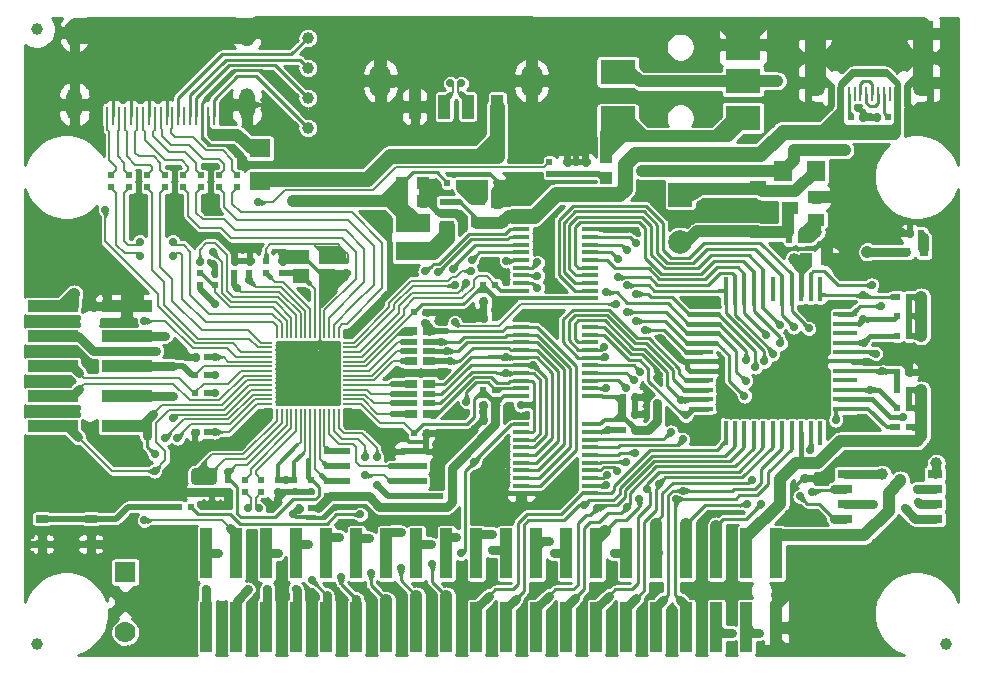
<source format=gbr>
G04 #@! TF.GenerationSoftware,KiCad,Pcbnew,5.1.0-rc2-unknown-036be7d~80~ubuntu16.04.1*
G04 #@! TF.CreationDate,2023-08-29T11:39:43+03:00*
G04 #@! TF.ProjectId,Neo6502_Rev_B,4e656f36-3530-4325-9f52-65765f422e6b,B*
G04 #@! TF.SameCoordinates,Original*
G04 #@! TF.FileFunction,Copper,L1,Top*
G04 #@! TF.FilePolarity,Positive*
%FSLAX46Y46*%
G04 Gerber Fmt 4.6, Leading zero omitted, Abs format (unit mm)*
G04 Created by KiCad (PCBNEW 5.1.0-rc2-unknown-036be7d~80~ubuntu16.04.1) date 2023-08-29 11:39:43*
%MOMM*%
%LPD*%
G04 APERTURE LIST*
%ADD10R,0.300000X1.150000*%
%ADD11O,1.200000X2.200000*%
%ADD12O,1.300000X2.000000*%
%ADD13R,0.250000X1.150000*%
%ADD14R,1.100000X2.200000*%
%ADD15R,1.100000X2.000000*%
%ADD16R,1.000000X2.000000*%
%ADD17O,1.800000X2.800000*%
%ADD18O,1.300000X2.300000*%
%ADD19R,0.250000X1.600000*%
%ADD20O,1.300000X2.700000*%
%ADD21R,1.000000X4.250000*%
%ADD22R,4.250000X1.000000*%
%ADD23R,2.999999X2.100000*%
%ADD24R,2.999999X2.500000*%
%ADD25R,0.550000X0.500000*%
%ADD26C,1.000000*%
%ADD27R,0.800000X0.800000*%
%ADD28R,0.500000X0.550000*%
%ADD29R,1.016000X1.016000*%
%ADD30R,1.400000X1.000000*%
%ADD31R,1.050000X0.650000*%
%ADD32R,1.800000X1.600000*%
%ADD33R,3.000000X1.600000*%
%ADD34R,1.400000X1.200000*%
%ADD35R,1.016000X0.762000*%
%ADD36R,1.016000X0.508000*%
%ADD37R,1.778000X1.778000*%
%ADD38C,1.778000*%
%ADD39R,2.200000X0.600000*%
%ADD40R,3.200000X3.200000*%
%ADD41C,1.800000*%
%ADD42R,0.875000X0.200000*%
%ADD43R,0.200000X0.875000*%
%ADD44R,1.200000X0.550000*%
%ADD45R,1.400000X0.350000*%
%ADD46R,2.000000X2.000000*%
%ADD47C,2.000000*%
%ADD48R,1.524000X1.778000*%
%ADD49R,2.000000X0.400000*%
%ADD50R,0.400000X2.000000*%
%ADD51R,1.270000X0.760000*%
%ADD52C,0.700000*%
%ADD53C,0.508000*%
%ADD54C,0.355600*%
%ADD55C,0.200000*%
%ADD56C,0.762000*%
%ADD57C,1.016000*%
%ADD58C,1.778000*%
%ADD59C,0.254000*%
%ADD60C,0.304800*%
%ADD61C,1.270000*%
%ADD62C,0.406400*%
%ADD63C,1.524000*%
%ADD64C,0.203200*%
%ADD65C,0.025400*%
G04 APERTURE END LIST*
D10*
X168675000Y-71932000D03*
X175325000Y-71932000D03*
X168925000Y-71932000D03*
X175075000Y-71932000D03*
X169475000Y-71932000D03*
X174525000Y-71932000D03*
X169725000Y-71932000D03*
X174275000Y-71932000D03*
D11*
X176320000Y-71030000D03*
D12*
X176320000Y-66850000D03*
X167680000Y-66850000D03*
D11*
X167680000Y-71030000D03*
D13*
X172250000Y-71932000D03*
X171250000Y-71932000D03*
X170750000Y-71932000D03*
X171750000Y-71932000D03*
X170250000Y-71932000D03*
X172750000Y-71932000D03*
X173250000Y-71932000D03*
X173750000Y-71932000D03*
D14*
X176927600Y-71030000D03*
D15*
X176927600Y-66850000D03*
D14*
X167072400Y-71030000D03*
D15*
X167072400Y-66850000D03*
D16*
X133500000Y-73050000D03*
X136000000Y-73050000D03*
X138000000Y-73050000D03*
X140500000Y-73050000D03*
D17*
X130600000Y-70850000D03*
X143400000Y-70850000D03*
D18*
X119300000Y-66800000D03*
D19*
X116500000Y-73800000D03*
X116000000Y-73800000D03*
X115500000Y-73800000D03*
X115000000Y-73800000D03*
X114500000Y-73800000D03*
X114000000Y-73800000D03*
X113500000Y-73800000D03*
X113000000Y-73800000D03*
X112500000Y-73800000D03*
X112000000Y-73800000D03*
X111500000Y-73800000D03*
X111000000Y-73800000D03*
X110500000Y-73800000D03*
X110000000Y-73800000D03*
X109500000Y-73800000D03*
X109000000Y-73800000D03*
X108500000Y-73800000D03*
X108000000Y-73800000D03*
X107500000Y-73800000D03*
D18*
X104700000Y-66800000D03*
D20*
X104700000Y-72850000D03*
X119300000Y-72850000D03*
D21*
X115870000Y-117125000D03*
X115870000Y-110875000D03*
X118410000Y-117125000D03*
X118410000Y-110875000D03*
X120950000Y-117125000D03*
X120950000Y-110875000D03*
X123490000Y-117125000D03*
X123490000Y-110875000D03*
X126030000Y-117125000D03*
X126030000Y-110875000D03*
X128570000Y-117125000D03*
X128570000Y-110875000D03*
X131110000Y-117125000D03*
X131110000Y-110875000D03*
X133650000Y-117125000D03*
X133650000Y-110875000D03*
X136190000Y-117125000D03*
X136190000Y-110875000D03*
X138730000Y-117125000D03*
X138730000Y-110875000D03*
X141270000Y-117125000D03*
X141270000Y-110875000D03*
X143810000Y-117125000D03*
X143810000Y-110875000D03*
X146350000Y-117125000D03*
X146350000Y-110875000D03*
X148890000Y-117125000D03*
X148890000Y-110875000D03*
X151430000Y-117125000D03*
X151430000Y-110875000D03*
X153970000Y-117125000D03*
X153970000Y-110875000D03*
X156510000Y-117125000D03*
X156510000Y-110875000D03*
X159050000Y-117125000D03*
X159050000Y-110875000D03*
X161590000Y-117125000D03*
X161590000Y-110875000D03*
X164130000Y-117125000D03*
X164130000Y-110875000D03*
D22*
X102875000Y-89920000D03*
X109125000Y-89920000D03*
X102875000Y-92460000D03*
X109125000Y-92460000D03*
X102875000Y-95000000D03*
X109125000Y-95000000D03*
X102875000Y-97540000D03*
X109125000Y-97540000D03*
X102875000Y-100080000D03*
X109125000Y-100080000D03*
D23*
X161300000Y-70900000D03*
X150700000Y-70100000D03*
X161300000Y-74000000D03*
D24*
X150700000Y-74300000D03*
X161300000Y-67800000D03*
D25*
X166497000Y-103505000D03*
X166497000Y-104521000D03*
D26*
X101500000Y-66500000D03*
X178500000Y-118500000D03*
D27*
X176632000Y-85330000D03*
X175108000Y-85330000D03*
D28*
X175387000Y-83740000D03*
X176403000Y-83740000D03*
X114935000Y-97282000D03*
X115951000Y-97282000D03*
X139319000Y-88138000D03*
X140335000Y-88138000D03*
X114935000Y-95758000D03*
X115951000Y-95758000D03*
X165227000Y-84328000D03*
X166243000Y-84328000D03*
D25*
X146431000Y-77724000D03*
X146431000Y-78740000D03*
X144907000Y-77724000D03*
X144907000Y-78740000D03*
D29*
X168402000Y-85979000D03*
X166624000Y-85979000D03*
X149733000Y-77343000D03*
X149733000Y-79121000D03*
D25*
X147955000Y-77724000D03*
X147955000Y-78740000D03*
D30*
X162560000Y-83688000D03*
X162560000Y-79888000D03*
X167477440Y-82610960D03*
X167477440Y-80708500D03*
X165267640Y-81663540D03*
D31*
X106075000Y-110075000D03*
X101925000Y-110075000D03*
X106075000Y-107925000D03*
X101925000Y-107925000D03*
D28*
X124714000Y-107061000D03*
X123698000Y-107061000D03*
D25*
X116586000Y-87122000D03*
X116586000Y-88138000D03*
D28*
X134493000Y-100711000D03*
X133477000Y-100711000D03*
X133477000Y-90424000D03*
X134493000Y-90424000D03*
D25*
X119507000Y-87122000D03*
X119507000Y-86106000D03*
D28*
X114935000Y-94234000D03*
X115951000Y-94234000D03*
X115951000Y-100584000D03*
X114935000Y-100584000D03*
D25*
X123317000Y-104648000D03*
X123317000Y-105664000D03*
X121920000Y-105664000D03*
X121920000Y-104648000D03*
X114935000Y-105664000D03*
X114935000Y-104648000D03*
X116332000Y-105664000D03*
X116332000Y-104648000D03*
X117729000Y-104648000D03*
X117729000Y-105664000D03*
X118237000Y-87122000D03*
X118237000Y-86106000D03*
X124714000Y-105664000D03*
X124714000Y-104648000D03*
X127635000Y-86106000D03*
X127635000Y-87122000D03*
X122301000Y-86106000D03*
X122301000Y-87122000D03*
D29*
X140462000Y-82931000D03*
X140462000Y-81153000D03*
D28*
X174371000Y-95504001D03*
X175387000Y-95504001D03*
D29*
X132461001Y-81026000D03*
X134239001Y-81026000D03*
X134239000Y-79502000D03*
X132461000Y-79502000D03*
D28*
X152146000Y-97663000D03*
X151130000Y-97663000D03*
X151130000Y-99060000D03*
X152146000Y-99060000D03*
X139319000Y-89535000D03*
X140335000Y-89535000D03*
X140335000Y-90932000D03*
X139319000Y-90932000D03*
X139319000Y-98298000D03*
X140335000Y-98298000D03*
X139319000Y-99568000D03*
X140335000Y-99568000D03*
D26*
X124460000Y-67230000D03*
D32*
X120396000Y-79378000D03*
X120396000Y-76578000D03*
D33*
X133350000Y-85274000D03*
X133350000Y-82874000D03*
D34*
X126068000Y-85814000D03*
X123868000Y-87414000D03*
X123868000Y-85814000D03*
X126068000Y-87414000D03*
D28*
X136652000Y-106045000D03*
X135636000Y-106045000D03*
D25*
X115316000Y-88138000D03*
X115316000Y-87122000D03*
X120904000Y-87122000D03*
X120904000Y-86106000D03*
X119126000Y-104648000D03*
X119126000Y-105664000D03*
X120523000Y-105664000D03*
X120523000Y-104648000D03*
D28*
X113538000Y-106934000D03*
X114554000Y-106934000D03*
X171450000Y-73914000D03*
X170434000Y-73914000D03*
X173609000Y-73914000D03*
X172593000Y-73914000D03*
X175387000Y-97028000D03*
X174371000Y-97028000D03*
X136271000Y-79502000D03*
X137287000Y-79502000D03*
X139446000Y-79502000D03*
X140462000Y-79502000D03*
X174371000Y-92456000D03*
X175387000Y-92456000D03*
X175387000Y-90805000D03*
X174371000Y-90805000D03*
X174371000Y-89154000D03*
X175387000Y-89154000D03*
X175387000Y-100203000D03*
X174371000Y-100203000D03*
X174371000Y-98552000D03*
X175387000Y-98552000D03*
D25*
X107823000Y-79883000D03*
X107823000Y-78867000D03*
X109347000Y-78867000D03*
X109347000Y-79883000D03*
X110871000Y-79883000D03*
X110871000Y-78867000D03*
X112395000Y-78867000D03*
X112395000Y-79883000D03*
X113919000Y-79883000D03*
X113919000Y-78867000D03*
X115443000Y-78867000D03*
X115443000Y-79883000D03*
X116967000Y-79883000D03*
X116967000Y-78867000D03*
X118491000Y-78867000D03*
X118491000Y-79883000D03*
D28*
X139319000Y-97028000D03*
X140335000Y-97028000D03*
X152146000Y-100457000D03*
X151130000Y-100457000D03*
D35*
X134747000Y-96520000D03*
X133223000Y-96520000D03*
X134747000Y-99060000D03*
X133223000Y-99060000D03*
D36*
X134747000Y-97409000D03*
X134747000Y-98171000D03*
X133223000Y-97409000D03*
X133223000Y-98171000D03*
X133223000Y-93726000D03*
X133223000Y-92964000D03*
X134747000Y-93726000D03*
X134747000Y-92964000D03*
D35*
X133223000Y-94615000D03*
X134747000Y-94615000D03*
X133223000Y-92075000D03*
X134747000Y-92075000D03*
D37*
X109000000Y-112460000D03*
D38*
X109000000Y-115000000D03*
X109000000Y-117540000D03*
D39*
X133410000Y-106045000D03*
X133410000Y-104775000D03*
X133410000Y-103505000D03*
X133410000Y-102235000D03*
X126940000Y-102235000D03*
X126940000Y-103505000D03*
X126940000Y-104775000D03*
X126940000Y-106045000D03*
D40*
X124460000Y-95626000D03*
D26*
X125660000Y-96826000D03*
X123260000Y-96826000D03*
D41*
X124460000Y-95626000D03*
D26*
X125660000Y-94356000D03*
X123260000Y-94426000D03*
D42*
X127897500Y-98226000D03*
X127897500Y-97826000D03*
X127897500Y-97426000D03*
X127897500Y-97026000D03*
X127897500Y-96626000D03*
X127897500Y-96226000D03*
X127897500Y-95826000D03*
X127897500Y-95426000D03*
X127897500Y-95026000D03*
X127897500Y-94626000D03*
X127897500Y-94226000D03*
X127897500Y-93826000D03*
X127897500Y-93426000D03*
X127897500Y-93026000D03*
D43*
X127060000Y-92188500D03*
X126660000Y-92188500D03*
X126260000Y-92188500D03*
X125860000Y-92188500D03*
X125460000Y-92188500D03*
X125060000Y-92188500D03*
X124660000Y-92188500D03*
X124260000Y-92188500D03*
X123860000Y-92188500D03*
X123460000Y-92188500D03*
X123060000Y-92188500D03*
X122660000Y-92188500D03*
X122260000Y-92188500D03*
X121860000Y-92188500D03*
D42*
X121022500Y-93026000D03*
X121022500Y-93426000D03*
X121022500Y-93826000D03*
X121022500Y-94226000D03*
X121022500Y-94626000D03*
X121022500Y-95026000D03*
X121022500Y-95426000D03*
X121022500Y-95826000D03*
X121022500Y-96226000D03*
X121022500Y-96626000D03*
X121022500Y-97026000D03*
X121022500Y-97426000D03*
X121022500Y-97826000D03*
X121022500Y-98226000D03*
D43*
X121860000Y-99063500D03*
X122260000Y-99063500D03*
X122660000Y-99063500D03*
X123060000Y-99063500D03*
X123460000Y-99063500D03*
X123860000Y-99063500D03*
X124260000Y-99063500D03*
X124660000Y-99063500D03*
X125060000Y-99063500D03*
X125460000Y-99063500D03*
X125860000Y-99063500D03*
X126260000Y-99063500D03*
X126660000Y-99063500D03*
X127060000Y-99063500D03*
D44*
X138841000Y-82992000D03*
X138841000Y-81092000D03*
X136241000Y-82992000D03*
X136241000Y-82042000D03*
X136241000Y-81092000D03*
D45*
X148315000Y-83435000D03*
X148315000Y-84085000D03*
X148315000Y-84735000D03*
X148315000Y-85385000D03*
X148315000Y-86035000D03*
X148315000Y-86685000D03*
X148315000Y-87335000D03*
X148315000Y-87985000D03*
X148315000Y-88635000D03*
X148315000Y-89285000D03*
X142515000Y-89285000D03*
X142515000Y-88635000D03*
X142515000Y-87985000D03*
X142515000Y-87335000D03*
X142515000Y-86685000D03*
X142515000Y-86035000D03*
X142515000Y-85385000D03*
X142515000Y-84735000D03*
X142515000Y-84085000D03*
X142515000Y-83435000D03*
X148315000Y-91690000D03*
X148315000Y-92340000D03*
X148315000Y-92990000D03*
X148315000Y-93640000D03*
X148315000Y-94290000D03*
X148315000Y-94940000D03*
X148315000Y-95590000D03*
X148315000Y-96240000D03*
X148315000Y-96890000D03*
X148315000Y-97540000D03*
X142515000Y-97540000D03*
X142515000Y-96890000D03*
X142515000Y-96240000D03*
X142515000Y-95590000D03*
X142515000Y-94940000D03*
X142515000Y-94290000D03*
X142515000Y-93640000D03*
X142515000Y-92990000D03*
X142515000Y-92340000D03*
X142515000Y-91690000D03*
X148315000Y-105795000D03*
X148315000Y-105145000D03*
X148315000Y-104495000D03*
X148315000Y-103845000D03*
X148315000Y-103195000D03*
X148315000Y-102545000D03*
X148315000Y-101895000D03*
X148315000Y-101245000D03*
X148315000Y-100595000D03*
X148315000Y-99945000D03*
X142515000Y-99945000D03*
X142515000Y-100595000D03*
X142515000Y-101245000D03*
X142515000Y-101895000D03*
X142515000Y-102545000D03*
X142515000Y-103195000D03*
X142515000Y-103845000D03*
X142515000Y-104495000D03*
X142515000Y-105145000D03*
X142515000Y-105795000D03*
D26*
X124460000Y-74850000D03*
X124460000Y-69770000D03*
X124460000Y-72310000D03*
D46*
X156000000Y-80500000D03*
D47*
X156000000Y-84500000D03*
D48*
X167513000Y-78486000D03*
X164719000Y-78486000D03*
D26*
X101500000Y-118500000D03*
D49*
X169930000Y-90615000D03*
X169930000Y-91415000D03*
X169930000Y-92215000D03*
X169930000Y-93015000D03*
X169930000Y-93815000D03*
X169930000Y-94615000D03*
X169930000Y-95415000D03*
X169930000Y-96215000D03*
X169930000Y-97015000D03*
X169930000Y-97815000D03*
X169930000Y-98615000D03*
D50*
X167830000Y-100715000D03*
X167030000Y-100715000D03*
X166230000Y-100715000D03*
X165430000Y-100715000D03*
X164630000Y-100715000D03*
X163830000Y-100715000D03*
X163030000Y-100715000D03*
X162230000Y-100715000D03*
X161430000Y-100715000D03*
X160630000Y-100715000D03*
X159830000Y-100715000D03*
D49*
X157730000Y-98615000D03*
X157730000Y-97815000D03*
X157730000Y-97015000D03*
X157730000Y-96215000D03*
X157730000Y-95415000D03*
X157730000Y-94615000D03*
X157730000Y-93815000D03*
X157730000Y-93015000D03*
X157730000Y-92215000D03*
X157730000Y-91415000D03*
X157730000Y-90615000D03*
D50*
X159830000Y-88515000D03*
X160630000Y-88515000D03*
X161430000Y-88515000D03*
X162230000Y-88515000D03*
X163030000Y-88515000D03*
X163830000Y-88515000D03*
X164630000Y-88515000D03*
X165430000Y-88515000D03*
X166230000Y-88515000D03*
X167030000Y-88515000D03*
X167830000Y-88515000D03*
D51*
X177546000Y-107950000D03*
X177546000Y-106680000D03*
X177546000Y-105410000D03*
X177546000Y-104140000D03*
X169926000Y-104140000D03*
X169926000Y-105410000D03*
X169926000Y-106680000D03*
X169926000Y-107950000D03*
D52*
X121920000Y-106299000D03*
X117729000Y-106426000D03*
X123190000Y-107569000D03*
D26*
X165227000Y-118999000D03*
X110744000Y-119126000D03*
X107442000Y-88900000D03*
D52*
X139319000Y-98933000D03*
X139319000Y-90297000D03*
X118237000Y-85344000D03*
X116455744Y-86363256D03*
X110236000Y-83439000D03*
X110236000Y-80899000D03*
X113030000Y-83439000D03*
X113030000Y-80899000D03*
X135128000Y-79502000D03*
D26*
X137541000Y-82550000D03*
X140462000Y-80264000D03*
D52*
X147193000Y-77724000D03*
X146431000Y-76962000D03*
X147955000Y-76962000D03*
X172021500Y-73914000D03*
X171069000Y-73152000D03*
D26*
X143383000Y-80264000D03*
X171086000Y-65930000D03*
X172864000Y-65930000D03*
X143383000Y-76962000D03*
D52*
X152273000Y-83566000D03*
D26*
X154034000Y-65930000D03*
D52*
X152908000Y-97663000D03*
X152908000Y-99060000D03*
X122301000Y-85471000D03*
X127127000Y-87757000D03*
X174752000Y-83693000D03*
D26*
X178943000Y-95504000D03*
X178943000Y-101600000D03*
X171831000Y-80772000D03*
X177673000Y-86614000D03*
D52*
X134236395Y-80221990D03*
X135128000Y-80221990D03*
X154259743Y-92628247D03*
D26*
X178943000Y-92710000D03*
X178943000Y-90170000D03*
X178943000Y-87630000D03*
X178943000Y-85090000D03*
X178943000Y-82550000D03*
X178943000Y-75565000D03*
X178943000Y-73025000D03*
X178943000Y-70485000D03*
X178943000Y-67945000D03*
X178943000Y-66040000D03*
X178943000Y-97790000D03*
X178943000Y-100330000D03*
X178943000Y-102870000D03*
X179070000Y-105410000D03*
X179070000Y-108458000D03*
X178943000Y-110490000D03*
X178943000Y-113030000D03*
X167640000Y-118999000D03*
X170180000Y-118999000D03*
X172720000Y-118999000D03*
X170180000Y-116205000D03*
X175895000Y-110490000D03*
X160337500Y-119138700D03*
X157797500Y-119138700D03*
X155257500Y-119138700D03*
X152717500Y-119138700D03*
X162877500Y-119126000D03*
X150177500Y-119138700D03*
X147637500Y-119138700D03*
X145097500Y-119138700D03*
X142557500Y-119138700D03*
X140017500Y-119138700D03*
X137477500Y-119138700D03*
X134937500Y-119138700D03*
X132397500Y-119138700D03*
X129857500Y-119138700D03*
X127317500Y-119138700D03*
X124777500Y-119138700D03*
X122237500Y-119138700D03*
X119697500Y-119138700D03*
X117157500Y-119138700D03*
X114300000Y-119138700D03*
X112395000Y-119138700D03*
X109220000Y-119138700D03*
X106680000Y-119138700D03*
X111760000Y-112395000D03*
X114554000Y-108966000D03*
X111506000Y-105664000D03*
X113919000Y-102997000D03*
X100965000Y-113030000D03*
X100965000Y-111125000D03*
X100965000Y-109220000D03*
X100965000Y-106680000D03*
X100965000Y-104140000D03*
X100965000Y-101600000D03*
X100965000Y-98806000D03*
X100965000Y-96266000D03*
X100965000Y-93726000D03*
X100965000Y-91186000D03*
X100965000Y-85725000D03*
X100965000Y-83820000D03*
X100965000Y-81915000D03*
X102870000Y-83820000D03*
X102870000Y-85725000D03*
X102870000Y-88011000D03*
X100965000Y-76200000D03*
X100965000Y-73660000D03*
X100965000Y-71120000D03*
X100965000Y-68580000D03*
X106045000Y-88011000D03*
X102870000Y-68580000D03*
X104775000Y-83820000D03*
X106045000Y-86360000D03*
X106045000Y-66040000D03*
X108585000Y-66040000D03*
X111125000Y-66040000D03*
X113665000Y-66040000D03*
X116205000Y-66040000D03*
X108585000Y-68326000D03*
X111125000Y-68326000D03*
X113665000Y-68326000D03*
X115570000Y-68326000D03*
X106426000Y-68326000D03*
X113157000Y-71120000D03*
X111125000Y-71120000D03*
X108585000Y-71120000D03*
X106045000Y-71120000D03*
X123190000Y-66040000D03*
X125730000Y-66040000D03*
X128270000Y-66040000D03*
X130810000Y-66040000D03*
X133350000Y-66040000D03*
X135890000Y-66040000D03*
X138430000Y-66040000D03*
X140970000Y-66040000D03*
X143510000Y-66040000D03*
X146050000Y-66040000D03*
X148590000Y-66040000D03*
X151130000Y-66040000D03*
X156210000Y-66040000D03*
X158750000Y-66040000D03*
X161290000Y-66040000D03*
X163830000Y-66040000D03*
X165735000Y-66040000D03*
X168910000Y-66040000D03*
X175260000Y-66040000D03*
X173863000Y-68199000D03*
X170561000Y-68199000D03*
X164846000Y-67818000D03*
X164084000Y-73406000D03*
X158750000Y-68326000D03*
X153670000Y-68326000D03*
X158623000Y-73533000D03*
X153543000Y-73406000D03*
X148590000Y-68326000D03*
X147320000Y-70485000D03*
X146050000Y-68580000D03*
X143510000Y-68580000D03*
X140970000Y-68580000D03*
X138430000Y-68580000D03*
X139700000Y-67310000D03*
X139700000Y-69850000D03*
X137160000Y-67310000D03*
X135890000Y-69850000D03*
X133350000Y-69850000D03*
X128270000Y-73660000D03*
X128270000Y-76200000D03*
X130810000Y-73660000D03*
X129540000Y-74930000D03*
X132080000Y-74930000D03*
X125730000Y-68326000D03*
X125730000Y-71120000D03*
X127000000Y-67056000D03*
X129540000Y-67056000D03*
X132080000Y-67056000D03*
X134620000Y-67056000D03*
X121920000Y-67310000D03*
X125730000Y-73660000D03*
X125730000Y-76200000D03*
X123190000Y-76200000D03*
X124460000Y-77470000D03*
X134620000Y-74930000D03*
X137160000Y-74930000D03*
X139065000Y-74930000D03*
X142240000Y-74930000D03*
X143510000Y-73660000D03*
X144780000Y-74930000D03*
X147320000Y-74930000D03*
X159004000Y-82042000D03*
X160401000Y-82042000D03*
X161798000Y-82042000D03*
X168402000Y-84836000D03*
X169545000Y-87122000D03*
D52*
X122555000Y-93345000D03*
X124460000Y-93345000D03*
X126365000Y-93345000D03*
X122555000Y-97790000D03*
X124460000Y-97790000D03*
X126365000Y-97790000D03*
X126365000Y-95631000D03*
X126492000Y-88392000D03*
X125857000Y-89027000D03*
X131572000Y-88265000D03*
X131572000Y-86995000D03*
X132715000Y-86995000D03*
X130810000Y-83185000D03*
X130175000Y-82550000D03*
X128905000Y-91376500D03*
X128270000Y-91948000D03*
X120777000Y-99187000D03*
X120142000Y-99822000D03*
X119507000Y-100457000D03*
X118872000Y-101092000D03*
X128016000Y-99187000D03*
X130429000Y-100965000D03*
X131699000Y-102235000D03*
X131699000Y-100965000D03*
X135255000Y-102235000D03*
X136525000Y-102235000D03*
X135255000Y-103505000D03*
X130048000Y-107950000D03*
D26*
X139573000Y-103886000D03*
D52*
X136525000Y-99060000D03*
X137795000Y-99060000D03*
X135763000Y-95631000D03*
X131953000Y-95631000D03*
X145161000Y-90805000D03*
X144145000Y-90805000D03*
X145161000Y-91821000D03*
X144907000Y-85471000D03*
X144907000Y-84455000D03*
X145542000Y-88392000D03*
X157353000Y-100838000D03*
X167767000Y-92583000D03*
X167767000Y-91567000D03*
X167767000Y-90678000D03*
X166878000Y-90678000D03*
X158623000Y-89598500D03*
X157607000Y-89598500D03*
D26*
X159639000Y-98806000D03*
D52*
X159385000Y-97663000D03*
X122555000Y-95631000D03*
D26*
X107569000Y-106299000D03*
X107442000Y-110236000D03*
D52*
X167767000Y-93472000D03*
X154178000Y-95758000D03*
D26*
X108839000Y-88392000D03*
D52*
X139319000Y-86614000D03*
X141605000Y-99060000D03*
X124333000Y-88773000D03*
D26*
X114935000Y-101981000D03*
X111633000Y-110490000D03*
X169545000Y-85979000D03*
X140843000Y-102108000D03*
X140843000Y-103378000D03*
X157734000Y-99695000D03*
X164846000Y-114046000D03*
X172085000Y-114173000D03*
X107569000Y-101473000D03*
D52*
X116459000Y-80899000D03*
X114173000Y-94107000D03*
X119360200Y-107061000D03*
X137464300Y-71064431D03*
X120288800Y-107061000D03*
X136535700Y-71064431D03*
X116586000Y-89789000D03*
X116586000Y-94234000D03*
X116586000Y-95758000D03*
X116586000Y-97266990D03*
X116586000Y-100584000D03*
X116332000Y-104013000D03*
X122618500Y-104648000D03*
X125349000Y-107061000D03*
D26*
X104648000Y-88900000D03*
D52*
X140335000Y-98933000D03*
X140335000Y-90297000D03*
X119507000Y-87757000D03*
D26*
X123190000Y-81026000D03*
X130937000Y-81026000D03*
X152781000Y-78486006D03*
X165608000Y-85979000D03*
X165608000Y-76708000D03*
D52*
X154051000Y-98171000D03*
D26*
X157607000Y-78486000D03*
X176403000Y-89154000D03*
X176403000Y-90805000D03*
X176403000Y-92456000D03*
X176403000Y-97028000D03*
X176403000Y-98552000D03*
X176403000Y-100076000D03*
X169926000Y-76708000D03*
X177673000Y-103251000D03*
X164211000Y-70866000D03*
X141859000Y-82296000D03*
X140462000Y-77216000D03*
X171831000Y-85344000D03*
X168529000Y-75184000D03*
X174625000Y-104648000D03*
D52*
X117729000Y-104013000D03*
X118491000Y-88391994D03*
X116401656Y-85389914D03*
X162687000Y-117602000D03*
X115316000Y-86233000D03*
X160401000Y-117602000D03*
X166878000Y-91821000D03*
X162814000Y-106680000D03*
X161671000Y-106680000D03*
X165608000Y-91694000D03*
X155194000Y-100584000D03*
X155675027Y-106257536D03*
X162052000Y-104648000D03*
X164402953Y-91502047D03*
X156232121Y-105550665D03*
X156209994Y-101219000D03*
X152126700Y-102342700D03*
X154152600Y-104978200D03*
X164465000Y-93091000D03*
X150368000Y-110871000D03*
X151384000Y-103124000D03*
X153162000Y-105410000D03*
X152527000Y-106299000D03*
X163296253Y-92354747D03*
X150656856Y-103870202D03*
X151511000Y-106934000D03*
X150749000Y-87503000D03*
X150749000Y-85979000D03*
X163830000Y-93980000D03*
X145288000Y-110871000D03*
X149828918Y-104223104D03*
X148971000Y-107010200D03*
X163086122Y-94603175D03*
X151468990Y-88186154D03*
X151468990Y-85222249D03*
X144907000Y-109855000D03*
X149733000Y-105117990D03*
X147828000Y-106807000D03*
X152278885Y-88900000D03*
X162332336Y-95094935D03*
X152273000Y-84624010D03*
X140081000Y-110617000D03*
X110617000Y-108077000D03*
X110617000Y-91186000D03*
X174879000Y-99314000D03*
X121920000Y-110871000D03*
X156464000Y-99187000D03*
X153035000Y-91948000D03*
X152610520Y-95506695D03*
X132334000Y-109093000D03*
X149527770Y-93363919D03*
X127127000Y-109474000D03*
X169164000Y-99568000D03*
X127254000Y-112903000D03*
X149608366Y-94260315D03*
X129667000Y-109601000D03*
X172974000Y-89916000D03*
X121031000Y-113919000D03*
X172545098Y-93955303D03*
X123444000Y-113919000D03*
X161544000Y-96266000D03*
X151362389Y-96837988D03*
X151526010Y-90423523D03*
X137033000Y-109474000D03*
X171450000Y-91059000D03*
X166116000Y-106045000D03*
X135001000Y-111760000D03*
X152273000Y-91186000D03*
X152061010Y-96219478D03*
X161417000Y-97536000D03*
X134874000Y-110109000D03*
X171438000Y-89015000D03*
X167132000Y-105664000D03*
X132334000Y-112141000D03*
X173069400Y-95443918D03*
X115824000Y-113919000D03*
X172339000Y-106680000D03*
X138557000Y-103124000D03*
X138252200Y-86944200D03*
X116840000Y-110871000D03*
X167005000Y-102108000D03*
X137414000Y-110871000D03*
X171526000Y-93015000D03*
X129794000Y-112522000D03*
X172098000Y-97015000D03*
X119380000Y-113919000D03*
X124460000Y-110109000D03*
X156083000Y-97917000D03*
X172212000Y-88138000D03*
X124841000Y-113157000D03*
X149733000Y-88773000D03*
X149733000Y-96901000D03*
X161544000Y-94488000D03*
X140081000Y-109220000D03*
X130302000Y-102743000D03*
X130302000Y-105092502D03*
X128905000Y-107569000D03*
X120269000Y-81153000D03*
X107315000Y-81788000D03*
X137879990Y-98009781D03*
X137858500Y-87947500D03*
X136906000Y-91313000D03*
X150520205Y-89755391D03*
X149859980Y-100457000D03*
X136908882Y-88168365D03*
X142494000Y-98298000D03*
X143891000Y-88392000D03*
X141266010Y-86106000D03*
X141253136Y-94262624D03*
X143891000Y-87376000D03*
X141271015Y-95617010D03*
X143566000Y-94940000D03*
X143891000Y-86233000D03*
X135763000Y-92964000D03*
X135445500Y-87058500D03*
X136271000Y-93726000D03*
X136723772Y-86814353D03*
X134366000Y-91400509D03*
X134366000Y-86995000D03*
X136525000Y-94615000D03*
X138320292Y-86046767D03*
X129286000Y-102743000D03*
X129286000Y-104267000D03*
X111506000Y-102489000D03*
X175006000Y-107061000D03*
X111506000Y-103886000D03*
X176149000Y-106553000D03*
X113030000Y-97536000D03*
X113030000Y-99441000D03*
X176022000Y-105410000D03*
X112395000Y-101092000D03*
X111633000Y-93726000D03*
X112395000Y-92456000D03*
X113411000Y-101092000D03*
X113030000Y-85694000D03*
X110236000Y-85694000D03*
X110236000Y-84486000D03*
X113030000Y-84486000D03*
D26*
X167513000Y-83693000D03*
X173101000Y-104140000D03*
D53*
X123576000Y-86106000D02*
X123868000Y-85814000D01*
X122301000Y-86106000D02*
X123576000Y-86106000D01*
X126360000Y-87122000D02*
X126068000Y-87414000D01*
D54*
X126068000Y-87414000D02*
X125768000Y-87414000D01*
X124168000Y-85814000D02*
X123868000Y-85814000D01*
X125768000Y-87414000D02*
X124168000Y-85814000D01*
D55*
X125946000Y-87414000D02*
X125603000Y-87757000D01*
X126068000Y-87414000D02*
X125946000Y-87414000D01*
X125460041Y-87899959D02*
X125603000Y-87757000D01*
X125603000Y-87757000D02*
X125730000Y-87630000D01*
X125460042Y-88280958D02*
X125460042Y-88153958D01*
X125460042Y-88280958D02*
X125460041Y-87899959D01*
X125460042Y-88153958D02*
X125857000Y-87757000D01*
X125460042Y-88280958D02*
X125984000Y-87757000D01*
X125460043Y-88503043D02*
X125491957Y-88503043D01*
X125460043Y-88503043D02*
X125460042Y-88280958D01*
X125491957Y-88503043D02*
X126238000Y-87757000D01*
X125460000Y-88503086D02*
X125460043Y-88503043D01*
D56*
X114935000Y-105664000D02*
X116332000Y-105664000D01*
X117729000Y-105664000D02*
X116459000Y-105664000D01*
X116459000Y-105664000D02*
X116332000Y-105664000D01*
D53*
X124714000Y-105664000D02*
X123317000Y-105664000D01*
X121920000Y-105664000D02*
X121920000Y-106299000D01*
D56*
X117729000Y-105664000D02*
X117729000Y-106426000D01*
D53*
X123698000Y-107061000D02*
X123190000Y-107569000D01*
D56*
X114935000Y-105664000D02*
X113538000Y-105664000D01*
D53*
X121920000Y-106299000D02*
X122555000Y-105664000D01*
X123317000Y-105664000D02*
X122555000Y-105664000D01*
X122555000Y-105664000D02*
X121920000Y-105664000D01*
D57*
X164719000Y-118999000D02*
X165227000Y-118999000D01*
X164130000Y-117125000D02*
X164130000Y-118410000D01*
X164130000Y-118410000D02*
X164719000Y-118999000D01*
X109000000Y-115000000D02*
X110744000Y-115000000D01*
D55*
X125460000Y-92188500D02*
X125460000Y-94631000D01*
X125460000Y-94631000D02*
X124460000Y-95631000D01*
X125460043Y-88534957D02*
X125491957Y-88503043D01*
X125460000Y-88535000D02*
X125460043Y-88534957D01*
X125460000Y-89715302D02*
X125460000Y-88535000D01*
X125460043Y-89715345D02*
X125460000Y-89715302D01*
X125460000Y-90046768D02*
X125460043Y-90046725D01*
X125460000Y-92188500D02*
X125460000Y-90046768D01*
D56*
X109125000Y-89920000D02*
X107446000Y-89920000D01*
X107442000Y-89916000D02*
X107442000Y-88900000D01*
X107446000Y-89920000D02*
X107442000Y-89916000D01*
D58*
X104700000Y-66800000D02*
X104902000Y-66800000D01*
D59*
X112500000Y-66820000D02*
X112520000Y-66800000D01*
X112500000Y-73800000D02*
X112500000Y-66820000D01*
D58*
X112520000Y-66800000D02*
X119300000Y-66800000D01*
D59*
X111000000Y-73800000D02*
X111000000Y-66927000D01*
X111000000Y-66927000D02*
X111127000Y-66800000D01*
D58*
X111127000Y-66800000D02*
X112520000Y-66800000D01*
D59*
X109500000Y-66903000D02*
X109603000Y-66800000D01*
X109500000Y-73800000D02*
X109500000Y-66903000D01*
D58*
X109603000Y-66800000D02*
X111127000Y-66800000D01*
D59*
X108000000Y-66875000D02*
X108075000Y-66800000D01*
X108000000Y-73800000D02*
X108000000Y-66875000D01*
D58*
X104902000Y-66800000D02*
X108075000Y-66800000D01*
X108075000Y-66800000D02*
X109603000Y-66800000D01*
D59*
X115500000Y-75622000D02*
X115500000Y-73800000D01*
X116151011Y-76273011D02*
X115500000Y-75622000D01*
X117548011Y-76273011D02*
X116151011Y-76273011D01*
X120856000Y-72850000D02*
X122682000Y-74676000D01*
X119300000Y-72850000D02*
X120856000Y-72850000D01*
X122682000Y-74676000D02*
X122682000Y-77343000D01*
X122682000Y-77343000D02*
X122047000Y-77978000D01*
X122047000Y-77978000D02*
X119253000Y-77978000D01*
X119253000Y-77978000D02*
X117548011Y-76273011D01*
X125857000Y-77597000D02*
X125476000Y-77978000D01*
X125857000Y-73914000D02*
X125857000Y-77597000D01*
X125349000Y-73406000D02*
X125857000Y-73914000D01*
X115500000Y-72714000D02*
X118237000Y-69977000D01*
X123952000Y-73406000D02*
X125349000Y-73406000D01*
X115500000Y-73800000D02*
X115500000Y-72714000D01*
X120523000Y-69977000D02*
X123952000Y-73406000D01*
X118237000Y-69977000D02*
X120523000Y-69977000D01*
X122682000Y-77343000D02*
X123317000Y-77978000D01*
X125476000Y-77978000D02*
X123317000Y-77978000D01*
X123317000Y-77978000D02*
X122047000Y-77978000D01*
D53*
X139319000Y-99568000D02*
X139319000Y-98933000D01*
X139319000Y-98298000D02*
X139319000Y-98933000D01*
X139319000Y-90297000D02*
X139319000Y-90932000D01*
X139319000Y-89535000D02*
X139319000Y-90297000D01*
X139192000Y-90424000D02*
X139319000Y-90297000D01*
X134493000Y-90424000D02*
X139192000Y-90424000D01*
X118237000Y-86106000D02*
X118237000Y-85344000D01*
X116586000Y-86493512D02*
X116455744Y-86363256D01*
X116586000Y-87122000D02*
X116586000Y-86493512D01*
X118237000Y-86106000D02*
X119507000Y-86106000D01*
D56*
X110236000Y-83439000D02*
X110236000Y-80899000D01*
X113030000Y-83439000D02*
X113030000Y-80899000D01*
X134239000Y-79502000D02*
X135128000Y-79502000D01*
D53*
X135509000Y-82042000D02*
X135382000Y-81915000D01*
X135699500Y-82042000D02*
X135509000Y-82042000D01*
D56*
X136241000Y-82042000D02*
X135699500Y-82042000D01*
X137033000Y-82042000D02*
X137541000Y-82550000D01*
X136241000Y-82042000D02*
X137033000Y-82042000D01*
D57*
X140462000Y-81153000D02*
X140462000Y-80264000D01*
D53*
X140462000Y-79502000D02*
X140462000Y-80264000D01*
D57*
X130600000Y-65957000D02*
X130600000Y-70850000D01*
X130556000Y-65913000D02*
X130600000Y-65957000D01*
X119300000Y-66800000D02*
X120187000Y-65913000D01*
X120187000Y-65913000D02*
X130556000Y-65913000D01*
X130556000Y-65913000D02*
X143383000Y-65913000D01*
X143400000Y-65930000D02*
X143383000Y-65913000D01*
X143400000Y-70850000D02*
X143400000Y-65930000D01*
X161300000Y-65957000D02*
X161273000Y-65930000D01*
X161300000Y-67800000D02*
X161300000Y-65957000D01*
X161272000Y-67800000D02*
X159402000Y-65930000D01*
X161300000Y-67800000D02*
X161272000Y-67800000D01*
X161300000Y-66812000D02*
X160418000Y-65930000D01*
X161300000Y-67800000D02*
X161300000Y-66812000D01*
X159402000Y-65930000D02*
X160418000Y-65930000D01*
X160418000Y-65930000D02*
X161273000Y-65930000D01*
X176927600Y-66850000D02*
X176927600Y-66310600D01*
X176547000Y-65930000D02*
X175116000Y-65930000D01*
X176927600Y-66310600D02*
X176547000Y-65930000D01*
X167072400Y-65972600D02*
X167115000Y-65930000D01*
X167072400Y-66850000D02*
X167072400Y-65972600D01*
X167072400Y-66850000D02*
X167072400Y-68901400D01*
X167072400Y-71030000D02*
X167072400Y-68901400D01*
X176927600Y-71030000D02*
X176927600Y-68850600D01*
X176927600Y-66850000D02*
X176927600Y-68850600D01*
X163170000Y-65930000D02*
X163686000Y-65930000D01*
X161300000Y-67800000D02*
X163170000Y-65930000D01*
X163686000Y-65930000D02*
X167115000Y-65930000D01*
X161300000Y-67800000D02*
X161300000Y-66572000D01*
X161300000Y-66572000D02*
X161942000Y-65930000D01*
X161273000Y-65930000D02*
X161942000Y-65930000D01*
X161942000Y-65930000D02*
X163686000Y-65930000D01*
D53*
X146431000Y-77724000D02*
X147193000Y-77724000D01*
X147955000Y-77724000D02*
X147193000Y-77724000D01*
X146431000Y-77724000D02*
X146431000Y-76962000D01*
X147955000Y-77724000D02*
X147955000Y-76962000D01*
X147193000Y-77089000D02*
X147066000Y-76962000D01*
X147193000Y-77724000D02*
X147193000Y-77089000D01*
X146431000Y-76962000D02*
X147066000Y-76962000D01*
X147066000Y-76962000D02*
X147955000Y-76962000D01*
D60*
X167005000Y-71120000D02*
X167068500Y-71056500D01*
X167259000Y-73152000D02*
X167005000Y-72898000D01*
X167005000Y-72898000D02*
X167005000Y-71120000D01*
X168675000Y-71932000D02*
X168675000Y-72879000D01*
X168402000Y-73152000D02*
X167259000Y-73152000D01*
X168675000Y-72879000D02*
X168402000Y-73152000D01*
X166751000Y-73025000D02*
X166751000Y-71882000D01*
X167132000Y-73406000D02*
X166751000Y-73025000D01*
X168529000Y-73406000D02*
X167132000Y-73406000D01*
X168925000Y-71932000D02*
X168925000Y-73010000D01*
X168925000Y-73010000D02*
X168529000Y-73406000D01*
X168925000Y-71932000D02*
X168925000Y-71325500D01*
X168925000Y-71325500D02*
X168656000Y-71056500D01*
X168656000Y-71056500D02*
X167703500Y-71056500D01*
X168675000Y-71932000D02*
X168675000Y-71456500D01*
X168675000Y-71456500D02*
X168529000Y-71310500D01*
X168529000Y-71310500D02*
X167703500Y-71310500D01*
X167703500Y-71310500D02*
X167703500Y-71056500D01*
X175075000Y-71932000D02*
X175075000Y-71305000D01*
X175075000Y-71305000D02*
X175387000Y-70993000D01*
X175387000Y-70993000D02*
X176276000Y-70993000D01*
X175325000Y-71932000D02*
X175325000Y-71436000D01*
X175325000Y-71436000D02*
X175514000Y-71247000D01*
X175514000Y-71247000D02*
X176276000Y-71247000D01*
X176276000Y-71247000D02*
X176339500Y-71183500D01*
X176339500Y-71183500D02*
X176339500Y-71056500D01*
D53*
X171450000Y-73914000D02*
X172021500Y-73914000D01*
X172593000Y-73914000D02*
X172021500Y-73914000D01*
X171450000Y-73914000D02*
X171450000Y-73533000D01*
X171450000Y-73533000D02*
X171069000Y-73152000D01*
X171831000Y-73914000D02*
X172021500Y-73914000D01*
X171450000Y-73533000D02*
X171831000Y-73914000D01*
D57*
X140462000Y-80264000D02*
X143383000Y-80264000D01*
X167115000Y-65930000D02*
X171086000Y-65930000D01*
X171086000Y-65930000D02*
X172864000Y-65930000D01*
X172864000Y-65930000D02*
X175116000Y-65930000D01*
D60*
X176657000Y-73152000D02*
X175641000Y-73152000D01*
X177038000Y-72771000D02*
X176657000Y-73152000D01*
X175325000Y-72836000D02*
X175325000Y-71932000D01*
X175641000Y-73152000D02*
X175325000Y-72836000D01*
X176927600Y-71030000D02*
X177038000Y-71140400D01*
X177038000Y-71140400D02*
X177038000Y-72771000D01*
X175075000Y-71932000D02*
X175075000Y-72967000D01*
X175075000Y-72967000D02*
X175514000Y-73406000D01*
X175514000Y-73406000D02*
X176784000Y-73406000D01*
X176784000Y-73406000D02*
X177292000Y-72898000D01*
X177292000Y-72898000D02*
X177292000Y-71501000D01*
D61*
X167680000Y-71030000D02*
X167680000Y-68794000D01*
X167680000Y-66850000D02*
X167680000Y-68794000D01*
X176320000Y-66850000D02*
X176320000Y-68663000D01*
X176320000Y-71030000D02*
X176320000Y-68663000D01*
D60*
X168656000Y-71056500D02*
X168148000Y-70548500D01*
X168148000Y-70548500D02*
X168148000Y-70485000D01*
X175387000Y-70993000D02*
X175895000Y-70485000D01*
D57*
X167680000Y-66850000D02*
X175339000Y-66850000D01*
X176320000Y-66850000D02*
X175339000Y-66850000D01*
X133500000Y-71397000D02*
X133500000Y-73050000D01*
X130600000Y-70850000D02*
X132953000Y-70850000D01*
X132953000Y-70850000D02*
X133500000Y-71397000D01*
D53*
X146431000Y-76962000D02*
X143383000Y-76962000D01*
D54*
X148315000Y-83435000D02*
X152142000Y-83435000D01*
X152142000Y-83435000D02*
X152273000Y-83566000D01*
D57*
X143400000Y-65930000D02*
X154034000Y-65930000D01*
X154034000Y-65930000D02*
X159402000Y-65930000D01*
D53*
X152146000Y-97663000D02*
X152908000Y-97663000D01*
X152146000Y-99060000D02*
X152908000Y-99060000D01*
X122301000Y-86106000D02*
X122301000Y-85471000D01*
X127635000Y-87122000D02*
X127635000Y-87249000D01*
X127635000Y-87249000D02*
X127127000Y-87757000D01*
X126068000Y-87414000D02*
X126411000Y-87757000D01*
X126411000Y-87757000D02*
X127127000Y-87757000D01*
X127127000Y-87757000D02*
X126492000Y-87122000D01*
X127127000Y-87757000D02*
X127127000Y-87122000D01*
X127635000Y-87122000D02*
X127127000Y-87122000D01*
X127127000Y-87122000D02*
X126360000Y-87122000D01*
X122301000Y-85471000D02*
X123825000Y-85471000D01*
X122301000Y-85471000D02*
X122682000Y-85852000D01*
X122682000Y-85852000D02*
X123698000Y-85852000D01*
X178943000Y-95504000D02*
X175387000Y-95504000D01*
X174799000Y-83740000D02*
X174752000Y-83693000D01*
X175387000Y-83740000D02*
X174799000Y-83740000D01*
D57*
X167477440Y-80708500D02*
X171767500Y-80708500D01*
X171767500Y-80708500D02*
X171831000Y-80772000D01*
X171958000Y-86614000D02*
X177673000Y-86614000D01*
D53*
X138176000Y-100711000D02*
X139319000Y-99568000D01*
X134493000Y-100711000D02*
X138176000Y-100711000D01*
D56*
X134778001Y-80571989D02*
X135128000Y-80221990D01*
D53*
X135128000Y-81661000D02*
X135128000Y-80716964D01*
D56*
X135128000Y-79502000D02*
X135128000Y-80221990D01*
D53*
X134236395Y-80769395D02*
X134236395Y-80748553D01*
D56*
X134236395Y-80748553D02*
X134236395Y-80221990D01*
X134236395Y-79727016D02*
X134236395Y-80221990D01*
X134239001Y-81026000D02*
X134323990Y-81026000D01*
X135128000Y-80221990D02*
X134236395Y-80221990D01*
X134236395Y-79504605D02*
X134236395Y-79727016D01*
X134239001Y-81026000D02*
X134236395Y-81023394D01*
X134239000Y-79502000D02*
X134236395Y-79504605D01*
X134236395Y-81023394D02*
X134236395Y-80748553D01*
X134323990Y-81026000D02*
X134778001Y-80571989D01*
D53*
X135382000Y-81915000D02*
X134236395Y-80769395D01*
X135382000Y-81915000D02*
X135128000Y-81661000D01*
X135128000Y-80716964D02*
X135128000Y-80221990D01*
D57*
X165100000Y-119126000D02*
X165227000Y-118999000D01*
X162877500Y-119126000D02*
X165100000Y-119126000D01*
X110744000Y-115000000D02*
X110744000Y-119126000D01*
X106045000Y-66040000D02*
X108585000Y-66040000D01*
X118110000Y-66040000D02*
X120650000Y-66040000D01*
X108585000Y-66040000D02*
X118110000Y-66040000D01*
X168402000Y-85979000D02*
X168402000Y-84836000D01*
X168402000Y-85979000D02*
X169545000Y-85979000D01*
X169545000Y-85979000D02*
X169545000Y-87122000D01*
X171450000Y-87122000D02*
X171958000Y-86614000D01*
X169545000Y-87122000D02*
X171450000Y-87122000D01*
D56*
X127127000Y-87757000D02*
X126492000Y-88392000D01*
X127127000Y-87757000D02*
X127508000Y-87376000D01*
X126492000Y-88392000D02*
X125857000Y-89027000D01*
X125857000Y-89027000D02*
X125857000Y-88392000D01*
X125857000Y-88392000D02*
X126365000Y-87884000D01*
D55*
X125460043Y-89423957D02*
X125857000Y-89027000D01*
X125460043Y-89715345D02*
X125460043Y-89423957D01*
X125460043Y-90046725D02*
X125460043Y-89900043D01*
X125460043Y-89900043D02*
X125460043Y-89715345D01*
X125857000Y-89281000D02*
X125857000Y-89027000D01*
X125460043Y-89900043D02*
X125460043Y-89677957D01*
X125460043Y-89677957D02*
X125857000Y-89281000D01*
D57*
X104760000Y-66040000D02*
X104330000Y-66470000D01*
X106045000Y-66040000D02*
X104760000Y-66040000D01*
D56*
X101925000Y-111760000D02*
X105918000Y-111760000D01*
X106075000Y-111603000D02*
X106075000Y-110075000D01*
X105918000Y-111760000D02*
X106075000Y-111603000D01*
X101925000Y-110075000D02*
X101925000Y-111760000D01*
X113538000Y-105664000D02*
X108204000Y-105664000D01*
X108204000Y-105664000D02*
X107569000Y-106299000D01*
X107281000Y-110075000D02*
X106075000Y-110075000D01*
X107442000Y-110236000D02*
X107281000Y-110075000D01*
D59*
X149497881Y-91690000D02*
X148315000Y-91690000D01*
X154178000Y-95758000D02*
X154178000Y-95430145D01*
X151832359Y-94024478D02*
X149497881Y-91690000D01*
X154178000Y-95430145D02*
X152772333Y-94024478D01*
X152772333Y-94024478D02*
X151832359Y-94024478D01*
D53*
X154307000Y-92628247D02*
X154259743Y-92628247D01*
X156304804Y-94626051D02*
X154307000Y-92628247D01*
X156529149Y-94626051D02*
X156304804Y-94626051D01*
D62*
X156540200Y-94615000D02*
X156529149Y-94626051D01*
X157730000Y-94615000D02*
X156540200Y-94615000D01*
X156529149Y-94626051D02*
X156529149Y-95162749D01*
X156781400Y-95415000D02*
X156529149Y-95162749D01*
X157730000Y-95415000D02*
X156781400Y-95415000D01*
X157730000Y-95415000D02*
X159296000Y-95415000D01*
X159296000Y-95415000D02*
X159461200Y-95580200D01*
X159263675Y-94615000D02*
X159461200Y-94812525D01*
X159461200Y-94812525D02*
X159461200Y-95580200D01*
X156972000Y-94615000D02*
X159263675Y-94615000D01*
X175387000Y-95377000D02*
X175387000Y-95504000D01*
X171767500Y-94615000D02*
X171861004Y-94708504D01*
X173000139Y-94615000D02*
X174625000Y-94615000D01*
X174625000Y-94615000D02*
X175387000Y-95377000D01*
D56*
X168402000Y-85979000D02*
X169545000Y-87122000D01*
D62*
X172906635Y-94708504D02*
X173000139Y-94615000D01*
X171861004Y-94708504D02*
X172906635Y-94708504D01*
D54*
X169930000Y-94615000D02*
X171767500Y-94615000D01*
X169930000Y-94615000D02*
X167259000Y-94615000D01*
D57*
X110105000Y-89920000D02*
X109125000Y-89920000D01*
X110109000Y-89916000D02*
X110105000Y-89920000D01*
X108839000Y-88392000D02*
X109601000Y-88392000D01*
X110109000Y-88900000D02*
X110109000Y-89916000D01*
X109601000Y-88392000D02*
X110109000Y-88900000D01*
D60*
X139876742Y-78740000D02*
X136525000Y-78740000D01*
X140462000Y-79325258D02*
X139876742Y-78740000D01*
X140462000Y-79502000D02*
X140462000Y-79325258D01*
D53*
X133410000Y-102235000D02*
X134493000Y-102235000D01*
D60*
X134493000Y-101473000D02*
X133096000Y-101473000D01*
D53*
X134493000Y-102235000D02*
X134493000Y-101473000D01*
X134493000Y-101473000D02*
X134493000Y-100711000D01*
D60*
X133096000Y-101473000D02*
X132842000Y-101219000D01*
X123190000Y-107569000D02*
X123444000Y-107823000D01*
X123444000Y-107823000D02*
X124968000Y-107823000D01*
D53*
X114935000Y-101981000D02*
X114935000Y-100584000D01*
D56*
X114935000Y-101981000D02*
X113919000Y-102997000D01*
X113538000Y-105029000D02*
X113538000Y-105664000D01*
X113538000Y-103378000D02*
X113538000Y-105029000D01*
X113919000Y-102997000D02*
X113538000Y-103378000D01*
D57*
X110744000Y-114173000D02*
X110744000Y-115000000D01*
X111633000Y-113284000D02*
X110744000Y-114173000D01*
X111633000Y-110490000D02*
X111379000Y-110236000D01*
X111379000Y-110236000D02*
X107442000Y-110236000D01*
X111633000Y-110490000D02*
X111633000Y-113284000D01*
D59*
X166497000Y-104521000D02*
X166370000Y-104521000D01*
X166370000Y-104521000D02*
X165354000Y-105537000D01*
X165354000Y-105537000D02*
X165354000Y-107315000D01*
D54*
X141482000Y-105795000D02*
X142515000Y-105795000D01*
X140843000Y-105156000D02*
X141482000Y-105795000D01*
X140843000Y-103378000D02*
X140843000Y-105156000D01*
D62*
X159461200Y-95580200D02*
X159461200Y-97586800D01*
X159461200Y-97586800D02*
X159385000Y-97663000D01*
X159385000Y-97663000D02*
X159639000Y-97917000D01*
X159639000Y-97917000D02*
X159639000Y-98806000D01*
X163068000Y-98806000D02*
X167259000Y-94615000D01*
X159639000Y-98806000D02*
X163068000Y-98806000D01*
D53*
X157734000Y-99695000D02*
X158750000Y-99695000D01*
X158750000Y-99695000D02*
X159639000Y-98806000D01*
D56*
X177577397Y-101600000D02*
X178943000Y-101600000D01*
D53*
X166497000Y-104521000D02*
X167783175Y-104521000D01*
X167783175Y-104521000D02*
X169434175Y-102870000D01*
D56*
X176307397Y-102870000D02*
X177577397Y-101600000D01*
D53*
X170434000Y-102870000D02*
X176307397Y-102870000D01*
X169434175Y-102870000D02*
X170434000Y-102870000D01*
D57*
X164130000Y-115270000D02*
X164130000Y-117125000D01*
X165735000Y-113665000D02*
X164130000Y-115270000D01*
X172085000Y-114173000D02*
X171577000Y-113665000D01*
X171577000Y-113665000D02*
X165735000Y-113665000D01*
D53*
X114935000Y-94234000D02*
X114300000Y-94234000D01*
X114300000Y-94234000D02*
X114173000Y-94107000D01*
D55*
X119126000Y-105689000D02*
X119610200Y-106173200D01*
X119126000Y-105664000D02*
X119126000Y-105689000D01*
X119610200Y-106811000D02*
X119360200Y-107061000D01*
X119610200Y-106173200D02*
X119610200Y-106811000D01*
X137214300Y-71314431D02*
X137464300Y-71064431D01*
X137214300Y-71764300D02*
X137214300Y-71314431D01*
X138000000Y-73050000D02*
X138000000Y-72550000D01*
X137436500Y-71986500D02*
X137214300Y-71764300D01*
D53*
X138000000Y-72550000D02*
X137436500Y-71986500D01*
D55*
X120523000Y-105664000D02*
X120523000Y-105689000D01*
X120523000Y-105689000D02*
X120038800Y-106173200D01*
X120038800Y-106173200D02*
X120038800Y-106811000D01*
X120038800Y-106811000D02*
X120288800Y-107061000D01*
X136000000Y-73050000D02*
X136000000Y-72550000D01*
X136785700Y-71764300D02*
X136785700Y-71314431D01*
X136785700Y-71314431D02*
X136535700Y-71064431D01*
X136533000Y-72017000D02*
X136785700Y-71764300D01*
D53*
X136000000Y-72550000D02*
X136533000Y-72017000D01*
X115951000Y-94234000D02*
X116586000Y-94234000D01*
X115951000Y-95758000D02*
X116586000Y-95758000D01*
X116570990Y-97282000D02*
X116586000Y-97266990D01*
X115951000Y-97282000D02*
X116570990Y-97282000D01*
X115951000Y-100584000D02*
X116586000Y-100584000D01*
D55*
X117786698Y-100584000D02*
X116586000Y-100584000D01*
X120144698Y-98226000D02*
X117786698Y-100584000D01*
X121022500Y-98226000D02*
X120144698Y-98226000D01*
D56*
X116332000Y-104648000D02*
X116332000Y-104013000D01*
X116332000Y-104648000D02*
X114935000Y-104648000D01*
D53*
X121920000Y-104648000D02*
X122618500Y-104648000D01*
X122618500Y-104648000D02*
X123317000Y-104648000D01*
X125349000Y-107061000D02*
X124714000Y-107061000D01*
D56*
X126365000Y-106045000D02*
X125349000Y-107061000D01*
X126940000Y-106045000D02*
X126365000Y-106045000D01*
X102875000Y-89920000D02*
X104644000Y-89920000D01*
X104644000Y-89920000D02*
X104648000Y-89916000D01*
X104648000Y-89916000D02*
X104648000Y-88900000D01*
D53*
X115316000Y-88519000D02*
X116586000Y-89789000D01*
X115316000Y-88138000D02*
X115316000Y-88519000D01*
D55*
X127897500Y-94626000D02*
X129217302Y-94626000D01*
X129217302Y-94626000D02*
X133419302Y-90424000D01*
X133419302Y-90424000D02*
X133477000Y-90424000D01*
D54*
X142515000Y-89285000D02*
X140585000Y-89285000D01*
X140335000Y-89535000D02*
X140585000Y-89285000D01*
D53*
X140335000Y-90932000D02*
X140335000Y-90297000D01*
D54*
X139319000Y-88138000D02*
X139319000Y-88265000D01*
X140335000Y-89281000D02*
X140589000Y-89281000D01*
D56*
X140335000Y-99568000D02*
X140335000Y-98933000D01*
X140335000Y-98298000D02*
X140335000Y-98933000D01*
D53*
X119507000Y-87122000D02*
X119507000Y-87757000D01*
D55*
X120034011Y-88284011D02*
X119507000Y-87757000D01*
X122181405Y-88284011D02*
X120034011Y-88284011D01*
X124260000Y-92188500D02*
X124260000Y-90362606D01*
X124260000Y-90362606D02*
X122181405Y-88284011D01*
D57*
X123190000Y-81026000D02*
X125857000Y-81026000D01*
X132461000Y-79502000D02*
X132461000Y-81026000D01*
X130937000Y-81026000D02*
X130556000Y-81026000D01*
X132461000Y-79502000D02*
X130937000Y-81026000D01*
X125857000Y-81026000D02*
X130556000Y-81026000D01*
X133350000Y-82874000D02*
X133350000Y-82423000D01*
X133350000Y-82423000D02*
X132461000Y-81534000D01*
X132461000Y-81534000D02*
X132461000Y-81153000D01*
X133166000Y-82874000D02*
X131318000Y-81026000D01*
X133350000Y-82874000D02*
X133166000Y-82874000D01*
X130556000Y-81026000D02*
X131318000Y-81026000D01*
X131318000Y-81026000D02*
X132461000Y-81026000D01*
D59*
X132461000Y-79502000D02*
X133350000Y-78613000D01*
X133350000Y-78613000D02*
X135382000Y-78613000D01*
X135382000Y-78613000D02*
X136271000Y-79502000D01*
X139446000Y-88519000D02*
X139509500Y-88455500D01*
X139065000Y-88519000D02*
X139446000Y-88519000D01*
D54*
X139319000Y-88265000D02*
X139509500Y-88455500D01*
D59*
X139065000Y-88519000D02*
X139319000Y-88265000D01*
D54*
X139509500Y-88455500D02*
X139636500Y-88582500D01*
D59*
X139573000Y-88646000D02*
X139636500Y-88582500D01*
X138938000Y-88646000D02*
X139573000Y-88646000D01*
X138938000Y-88646000D02*
X139065000Y-88519000D01*
D62*
X166230000Y-86373000D02*
X166624000Y-85979000D01*
X166230000Y-87516000D02*
X166230000Y-86754000D01*
X166230000Y-89015000D02*
X166230000Y-87516000D01*
X166230000Y-86754000D02*
X166878000Y-86106000D01*
D56*
X166624000Y-85979000D02*
X165608000Y-85979000D01*
D62*
X166230000Y-87516000D02*
X166230000Y-87008000D01*
X166230000Y-86601000D02*
X165608000Y-85979000D01*
X166230000Y-87008000D02*
X166230000Y-86601000D01*
X166230000Y-87008000D02*
X166230000Y-86373000D01*
X166230000Y-87516000D02*
X166230000Y-87109000D01*
X166230000Y-87109000D02*
X166878000Y-86461000D01*
X166878000Y-86461000D02*
X166878000Y-86233000D01*
D54*
X148315000Y-97540000D02*
X149356000Y-97540000D01*
X149356000Y-97540000D02*
X149479000Y-97663000D01*
X151130000Y-99187000D02*
X151130000Y-99060000D01*
X152146000Y-100457000D02*
X152146000Y-100203000D01*
X151320500Y-99377500D02*
X151130000Y-99187000D01*
X150812500Y-99377500D02*
X151320500Y-99377500D01*
X150622000Y-99568000D02*
X150812500Y-99377500D01*
X150812500Y-99377500D02*
X151130000Y-99060000D01*
X151511000Y-99568000D02*
X151574500Y-99631500D01*
X150622000Y-99568000D02*
X151511000Y-99568000D01*
X152146000Y-100203000D02*
X151574500Y-99631500D01*
X151574500Y-99631500D02*
X151320500Y-99377500D01*
D53*
X175387000Y-89154000D02*
X176403000Y-89154000D01*
X175387000Y-90805000D02*
X176403000Y-90805000D01*
X175387000Y-92456000D02*
X176403000Y-92456000D01*
X175387000Y-97028000D02*
X176403000Y-97028000D01*
X175387000Y-98552000D02*
X176403000Y-98552000D01*
D56*
X136267810Y-106937190D02*
X136652000Y-106553000D01*
X129629119Y-106045000D02*
X130521309Y-106937190D01*
X126940000Y-106045000D02*
X129629119Y-106045000D01*
X136652000Y-106553000D02*
X136652000Y-106045000D01*
X130521309Y-106937190D02*
X136267810Y-106937190D01*
X154051000Y-99695000D02*
X154051000Y-98171000D01*
X152146000Y-100457000D02*
X153289000Y-100457000D01*
X153289000Y-100457000D02*
X154051000Y-99695000D01*
D54*
X148315000Y-99945000D02*
X149229000Y-99945000D01*
X149229000Y-99945000D02*
X149606000Y-99568000D01*
D56*
X136652000Y-103632000D02*
X140335000Y-99949000D01*
X136652000Y-106045000D02*
X136652000Y-103632000D01*
X140335000Y-99949000D02*
X140335000Y-99568000D01*
D57*
X152781006Y-78486000D02*
X152781000Y-78486006D01*
X157607000Y-78486000D02*
X152781006Y-78486000D01*
D54*
X142515000Y-97540000D02*
X141093000Y-97540000D01*
D62*
X140335000Y-98171000D02*
X140335000Y-98298000D01*
X139319000Y-97028000D02*
X139319000Y-97155000D01*
D54*
X140843000Y-97790000D02*
X140970000Y-97663000D01*
X140970000Y-97663000D02*
X141093000Y-97540000D01*
X140335000Y-98298000D02*
X140970000Y-97663000D01*
X139954000Y-97790000D02*
X140843000Y-97790000D01*
D62*
X139954000Y-97790000D02*
X140335000Y-98171000D01*
D54*
X139954000Y-97790000D02*
X140144500Y-97980500D01*
X140144500Y-97980500D02*
X140144500Y-98425000D01*
X140538200Y-98729800D02*
X140335000Y-98933000D01*
X140843000Y-97790000D02*
X140538200Y-98094800D01*
X140538200Y-98094800D02*
X140538200Y-98729800D01*
X140144500Y-98742500D02*
X140335000Y-98933000D01*
X140144500Y-97980500D02*
X140144500Y-98742500D01*
D59*
X138938000Y-97409000D02*
X139573000Y-97409000D01*
D62*
X139319000Y-97155000D02*
X139573000Y-97409000D01*
D59*
X139319000Y-97028000D02*
X138938000Y-97409000D01*
D62*
X139763500Y-97599500D02*
X139954000Y-97790000D01*
X139573000Y-97409000D02*
X139763500Y-97599500D01*
D59*
X139700000Y-97536000D02*
X139763500Y-97599500D01*
X138938000Y-97409000D02*
X138811000Y-97536000D01*
X138811000Y-97536000D02*
X139700000Y-97536000D01*
D54*
X142515000Y-89285000D02*
X146681000Y-89285000D01*
X148315000Y-89285000D02*
X146681000Y-89285000D01*
X142515000Y-89285000D02*
X140839000Y-89285000D01*
X140839000Y-89285000D02*
X140335000Y-89789000D01*
X141220000Y-89285000D02*
X140335000Y-90170000D01*
D53*
X140335000Y-89535000D02*
X140335000Y-90170000D01*
D54*
X142515000Y-89285000D02*
X141220000Y-89285000D01*
D53*
X140335000Y-90170000D02*
X140335000Y-90297000D01*
D54*
X141347000Y-89285000D02*
X140335000Y-90297000D01*
X142515000Y-89285000D02*
X141347000Y-89285000D01*
D59*
X134112000Y-89789000D02*
X137604500Y-89789000D01*
X133477000Y-90424000D02*
X134112000Y-89789000D01*
X138747500Y-88646000D02*
X138938000Y-88646000D01*
X137604500Y-89789000D02*
X138747500Y-88646000D01*
X138747500Y-88646000D02*
X139192000Y-88201500D01*
D62*
X140335000Y-89281000D02*
X139636500Y-88582500D01*
X140335000Y-89535000D02*
X140335000Y-89281000D01*
X139636500Y-88582500D02*
X139255500Y-88201500D01*
D53*
X140335000Y-90932000D02*
X140335000Y-90741500D01*
X140335000Y-90741500D02*
X141605000Y-89471500D01*
X140512800Y-90932000D02*
X142074900Y-89369900D01*
X140335000Y-90932000D02*
X140512800Y-90932000D01*
X175387000Y-89154000D02*
X175387000Y-90805000D01*
X175387000Y-90805000D02*
X175387000Y-92456000D01*
D57*
X176403000Y-89154000D02*
X176403000Y-90805000D01*
X176403000Y-90805000D02*
X176403000Y-92456000D01*
X176403000Y-97028000D02*
X176403000Y-98552000D01*
X176403000Y-98552000D02*
X176403000Y-100076000D01*
D53*
X175387000Y-97811000D02*
X175387000Y-97028000D01*
X175387000Y-98552000D02*
X175387000Y-97811000D01*
D54*
X150241000Y-97663000D02*
X150495000Y-97663000D01*
D53*
X151130000Y-98298000D02*
X151130000Y-99060000D01*
X151130000Y-97663000D02*
X151130000Y-98298000D01*
D54*
X149479000Y-97663000D02*
X150241000Y-97663000D01*
X150241000Y-97663000D02*
X151130000Y-97663000D01*
X150876000Y-99314000D02*
X150812500Y-99377500D01*
X150495000Y-97663000D02*
X150876000Y-98044000D01*
X150876000Y-98044000D02*
X151130000Y-98298000D01*
X150241000Y-99568000D02*
X150368000Y-99568000D01*
X150876000Y-99060000D02*
X150876000Y-99314000D01*
X150368000Y-99568000D02*
X150876000Y-99060000D01*
X150876000Y-98044000D02*
X150876000Y-99060000D01*
X149606000Y-99568000D02*
X150241000Y-99568000D01*
X150241000Y-99568000D02*
X150622000Y-99568000D01*
D62*
X151130000Y-99294762D02*
X152273000Y-100437762D01*
X151130000Y-99060000D02*
X151130000Y-99294762D01*
X152273000Y-100437762D02*
X152273000Y-100457000D01*
D57*
X104648000Y-88900000D02*
X103632000Y-89916000D01*
D55*
X117475000Y-102870000D02*
X116332000Y-104013000D01*
X122260000Y-99863000D02*
X119253000Y-102870000D01*
X122260000Y-99063500D02*
X122260000Y-99863000D01*
X119253000Y-102870000D02*
X117475000Y-102870000D01*
X121860000Y-99628000D02*
X118999000Y-102489000D01*
X118999000Y-102489000D02*
X116332000Y-102489000D01*
X121860000Y-99063500D02*
X121860000Y-99628000D01*
X114935000Y-103886000D02*
X114935000Y-104013000D01*
D56*
X114935000Y-104648000D02*
X114935000Y-104013000D01*
D55*
X115379500Y-103949500D02*
X115443000Y-104013000D01*
D56*
X115443000Y-104013000D02*
X114935000Y-104013000D01*
D55*
X115379500Y-103441500D02*
X115379500Y-103949500D01*
X115379500Y-103441500D02*
X114935000Y-103886000D01*
X115570000Y-103886000D02*
X115443000Y-104013000D01*
X115570000Y-103251000D02*
X115570000Y-103886000D01*
X115570000Y-103251000D02*
X115379500Y-103441500D01*
X115697000Y-103124000D02*
X115697000Y-103759000D01*
X115697000Y-103759000D02*
X115443000Y-104013000D01*
X115697000Y-103124000D02*
X115570000Y-103251000D01*
X115824000Y-103505000D02*
X116332000Y-104013000D01*
X115824000Y-102997000D02*
X115824000Y-103505000D01*
X116332000Y-102489000D02*
X115824000Y-102997000D01*
X115824000Y-102997000D02*
X115697000Y-103124000D01*
X115824000Y-103759000D02*
X115570000Y-104013000D01*
D56*
X116332000Y-104013000D02*
X115570000Y-104013000D01*
D55*
X115824000Y-103505000D02*
X115824000Y-103759000D01*
D56*
X115570000Y-104013000D02*
X115443000Y-104013000D01*
D55*
X132588000Y-99822000D02*
X133477000Y-100711000D01*
X130556000Y-99822000D02*
X132588000Y-99822000D01*
X127897500Y-98226000D02*
X128960000Y-98226000D01*
X128960000Y-98226000D02*
X130556000Y-99822000D01*
D59*
X134239000Y-99949000D02*
X133477000Y-100711000D01*
X137922000Y-99949000D02*
X134239000Y-99949000D01*
X138557000Y-99314000D02*
X137922000Y-99949000D01*
X138811000Y-97536000D02*
X138557000Y-97790000D01*
X138557000Y-97790000D02*
X138557000Y-99314000D01*
D57*
X165608000Y-77597000D02*
X165608000Y-76708000D01*
X164719000Y-78486000D02*
X165608000Y-77597000D01*
X157607000Y-78486000D02*
X164719000Y-78486000D01*
D54*
X165608000Y-86487000D02*
X165608000Y-85979000D01*
X166230000Y-87109000D02*
X165608000Y-86487000D01*
D55*
X124260000Y-99063500D02*
X124260000Y-102181000D01*
X123860000Y-99063500D02*
X123860000Y-100324368D01*
X123860000Y-100324368D02*
X123860008Y-100324376D01*
X123860008Y-100324376D02*
X123860008Y-101437992D01*
D54*
X121920000Y-103378000D02*
X123571000Y-101727000D01*
X121920000Y-104648000D02*
X121920000Y-103378000D01*
D55*
X123860008Y-101437992D02*
X123571000Y-101727000D01*
D54*
X123317000Y-103124000D02*
X124015500Y-102425500D01*
X123317000Y-104648000D02*
X123317000Y-103124000D01*
D55*
X124260000Y-102181000D02*
X124015500Y-102425500D01*
D53*
X176276000Y-100203000D02*
X176403000Y-100076000D01*
X175387000Y-100203000D02*
X176276000Y-100203000D01*
D57*
X176019832Y-101346000D02*
X176403000Y-100962832D01*
X176403000Y-100962832D02*
X176403000Y-100076000D01*
X169545000Y-101346000D02*
X176019832Y-101346000D01*
X167676341Y-103214659D02*
X169545000Y-101346000D01*
D53*
X166497000Y-103305318D02*
X166587659Y-103214659D01*
X166497000Y-103505000D02*
X166497000Y-103305318D01*
D57*
X166587659Y-103214659D02*
X167676341Y-103214659D01*
D62*
X166230000Y-102857000D02*
X166587659Y-103214659D01*
X166230000Y-100715000D02*
X166230000Y-102857000D01*
D57*
X165608000Y-76708000D02*
X169926000Y-76708000D01*
X165807604Y-103214659D02*
X166587659Y-103214659D01*
X161590000Y-110875000D02*
X161590000Y-109520010D01*
X161590000Y-109520010D02*
X164465000Y-106645010D01*
X164465000Y-106645010D02*
X164465000Y-104557263D01*
X164465000Y-104557263D02*
X165807604Y-103214659D01*
D55*
X117348000Y-94234000D02*
X116586000Y-94234000D01*
X117740000Y-94626000D02*
X117348000Y-94234000D01*
X121022500Y-94626000D02*
X117740000Y-94626000D01*
D57*
X149733000Y-75267000D02*
X149733000Y-76073000D01*
X150700000Y-74300000D02*
X149733000Y-75267000D01*
X151633000Y-74300000D02*
X150700000Y-74300000D01*
X152898000Y-75565000D02*
X151633000Y-74300000D01*
X160569000Y-74000000D02*
X159004000Y-75565000D01*
X161300000Y-74000000D02*
X160569000Y-74000000D01*
X159004000Y-75565000D02*
X152898000Y-75565000D01*
X150241000Y-75565000D02*
X149733000Y-76073000D01*
X152898000Y-75565000D02*
X150241000Y-75565000D01*
X151130000Y-75565000D02*
X149733000Y-76962000D01*
X152898000Y-75565000D02*
X151130000Y-75565000D01*
X149733000Y-77343000D02*
X149733000Y-76962000D01*
X149733000Y-76962000D02*
X149733000Y-76073000D01*
X159004000Y-75565000D02*
X160020000Y-75565000D01*
X160020000Y-75565000D02*
X161163000Y-74422000D01*
X151765000Y-70104000D02*
X150704000Y-70104000D01*
X161300000Y-70900000D02*
X152561000Y-70900000D01*
X150704000Y-70104000D02*
X150700000Y-70100000D01*
X152561000Y-70900000D02*
X151765000Y-70104000D01*
X161334000Y-70866000D02*
X164211000Y-70866000D01*
X161300000Y-70900000D02*
X161334000Y-70866000D01*
D56*
X177673000Y-104013000D02*
X177673000Y-103251000D01*
X177546000Y-104140000D02*
X177673000Y-104013000D01*
D53*
X137353000Y-81092000D02*
X136241000Y-81092000D01*
D59*
X138368001Y-82107001D02*
X137353000Y-81092000D01*
X138841000Y-82992000D02*
X138618000Y-82992000D01*
X138618000Y-82992000D02*
X138368001Y-82742001D01*
X138368001Y-82107001D02*
X139192000Y-82931000D01*
X138368001Y-82357999D02*
X138368001Y-82361001D01*
X138368001Y-82357999D02*
X138368001Y-82107001D01*
X138368001Y-82361001D02*
X138938000Y-82931000D01*
X138368001Y-82615001D02*
X138684000Y-82931000D01*
X138368001Y-82742001D02*
X138368001Y-82615001D01*
X138368001Y-82615001D02*
X138368001Y-82357999D01*
D57*
X140462000Y-82931000D02*
X138811000Y-82931000D01*
D59*
X169475000Y-71063000D02*
X169475000Y-71932000D01*
X170561000Y-69977000D02*
X169475000Y-71063000D01*
X173418500Y-69977000D02*
X170561000Y-69977000D01*
X174525000Y-71932000D02*
X174525000Y-71083500D01*
X174525000Y-71083500D02*
X173418500Y-69977000D01*
X169725000Y-71117800D02*
X169725000Y-71932000D01*
X170624500Y-70218300D02*
X169725000Y-71117800D01*
X173323250Y-70218300D02*
X170624500Y-70218300D01*
X174275000Y-71932000D02*
X174275000Y-71170050D01*
X170624500Y-70040500D02*
X170561000Y-69977000D01*
X170624500Y-70218300D02*
X170624500Y-70040500D01*
X173462950Y-70358000D02*
X174266225Y-71161275D01*
X169725000Y-71257500D02*
X170624500Y-70358000D01*
X169725000Y-71932000D02*
X169725000Y-71257500D01*
X174275000Y-71170050D02*
X174266225Y-71161275D01*
X174266225Y-71161275D02*
X173323250Y-70218300D01*
X174275000Y-71333500D02*
X174525000Y-71083500D01*
X174275000Y-71932000D02*
X174275000Y-71333500D01*
X173177200Y-70358000D02*
X173278800Y-70358000D01*
X170624500Y-70358000D02*
X173177200Y-70358000D01*
X173177200Y-70358000D02*
X173462950Y-70358000D01*
D61*
X120572011Y-79201989D02*
X120396000Y-79378000D01*
X131445000Y-77216000D02*
X129459011Y-79201989D01*
X129459011Y-79201989D02*
X120572011Y-79201989D01*
X140500000Y-77178000D02*
X140462000Y-77216000D01*
D60*
X174275000Y-71932000D02*
X174275000Y-74462661D01*
X174275000Y-74462661D02*
X173934661Y-74803000D01*
X169725000Y-71932000D02*
X169725000Y-73353000D01*
X169725000Y-73353000D02*
X168021000Y-75057000D01*
X169475000Y-71932000D02*
X169475000Y-73222000D01*
X169475000Y-73222000D02*
X167894000Y-74803000D01*
X174525000Y-71932000D02*
X174525000Y-74522000D01*
X174525000Y-74522000D02*
X173990000Y-75057000D01*
X173990000Y-75057000D02*
X168021000Y-75057000D01*
X169725000Y-74475000D02*
X170053000Y-74803000D01*
X169725000Y-73353000D02*
X169725000Y-74475000D01*
X173934661Y-74803000D02*
X170053000Y-74803000D01*
X169475000Y-74606000D02*
X169672000Y-74803000D01*
X170053000Y-74803000D02*
X169672000Y-74803000D01*
X169672000Y-74803000D02*
X169037000Y-74803000D01*
X169475000Y-73984000D02*
X168656000Y-74803000D01*
X168656000Y-74803000D02*
X167894000Y-74803000D01*
X169037000Y-74803000D02*
X168656000Y-74803000D01*
X169475000Y-73222000D02*
X169475000Y-73730000D01*
X169475000Y-73730000D02*
X169475000Y-73984000D01*
X169475000Y-73730000D02*
X169475000Y-74606000D01*
X169475000Y-74365000D02*
X169037000Y-74803000D01*
X169475000Y-73984000D02*
X169475000Y-74365000D01*
X168021000Y-75057000D02*
X167640000Y-75057000D01*
X167640000Y-75057000D02*
X167894000Y-74803000D01*
D57*
X140843000Y-82931000D02*
X140970000Y-82804000D01*
X140462000Y-82931000D02*
X140843000Y-82931000D01*
X141478000Y-82296000D02*
X140843000Y-82931000D01*
X141859000Y-82296000D02*
X141478000Y-82296000D01*
D60*
X174256700Y-75666600D02*
X172669200Y-75666600D01*
X174525000Y-74522000D02*
X174525000Y-75398300D01*
X174525000Y-75398300D02*
X174256700Y-75666600D01*
D61*
X140500000Y-75603000D02*
X140500000Y-77178000D01*
X140500000Y-73050000D02*
X140500000Y-75603000D01*
D57*
X139192000Y-76911000D02*
X140500000Y-75603000D01*
X139192000Y-77216000D02*
X139192000Y-76911000D01*
D61*
X140462000Y-77216000D02*
X139192000Y-77216000D01*
X139192000Y-77216000D02*
X131445000Y-77216000D01*
X164674302Y-75184000D02*
X173863000Y-75184000D01*
X162769302Y-77089000D02*
X164674302Y-75184000D01*
X152160718Y-77089000D02*
X162769302Y-77089000D01*
X151318998Y-77930720D02*
X152160718Y-77089000D01*
X151318998Y-80006303D02*
X151318998Y-77930720D01*
X141859000Y-82296000D02*
X143637000Y-82296000D01*
X145453041Y-80479959D02*
X150845342Y-80479959D01*
X143637000Y-82296000D02*
X145453041Y-80479959D01*
X150845342Y-80479959D02*
X151318998Y-80006303D01*
D57*
X171831000Y-85344000D02*
X171845000Y-85330000D01*
D56*
X171845000Y-85330000D02*
X175108000Y-85330000D01*
D57*
X164130000Y-109428000D02*
X164130000Y-110875000D01*
X164211712Y-109346288D02*
X164130000Y-109428000D01*
X171557336Y-109346288D02*
X164211712Y-109346288D01*
X174625000Y-104648000D02*
X174625000Y-104759683D01*
X173646960Y-107256664D02*
X171557336Y-109346288D01*
X173646960Y-105737723D02*
X173646960Y-107256664D01*
X174625000Y-104759683D02*
X173646960Y-105737723D01*
D53*
X176632000Y-85330000D02*
X176403000Y-85101000D01*
X176403000Y-85101000D02*
X176403000Y-83820000D01*
X176403000Y-83740000D02*
X176784000Y-84121000D01*
X176784000Y-84121000D02*
X176784000Y-85217000D01*
X176784000Y-85217000D02*
X176657000Y-85344000D01*
X117729000Y-104648000D02*
X117729000Y-104013000D01*
D55*
X118808506Y-88709500D02*
X118491000Y-88391994D01*
X122041200Y-88709500D02*
X118808506Y-88709500D01*
X123860000Y-92188500D02*
X123860000Y-90528300D01*
X123860000Y-90528300D02*
X122041200Y-88709500D01*
D53*
X118237000Y-88137994D02*
X118491000Y-88391994D01*
X118237000Y-87122000D02*
X118237000Y-88137994D01*
D55*
X118364000Y-103378000D02*
X117729000Y-104013000D01*
X119310698Y-103378000D02*
X118364000Y-103378000D01*
X122660000Y-99063500D02*
X122660000Y-100028698D01*
X122660000Y-100028698D02*
X119310698Y-103378000D01*
X124660000Y-102797000D02*
X124460000Y-102997000D01*
X124660000Y-99063500D02*
X124660000Y-102797000D01*
D62*
X124460000Y-104394000D02*
X124460000Y-102997000D01*
X124714000Y-104648000D02*
X124460000Y-104394000D01*
D59*
X117856000Y-104648000D02*
X117729000Y-104648000D01*
X125395787Y-105998213D02*
X125095000Y-106299000D01*
X125395787Y-105268101D02*
X125395787Y-105998213D01*
X124775686Y-104648000D02*
X125395787Y-105268101D01*
X118821200Y-107823000D02*
X118491000Y-107492800D01*
X124714000Y-104648000D02*
X124775686Y-104648000D01*
X121666000Y-107823000D02*
X118821200Y-107823000D01*
X125095000Y-106299000D02*
X123190000Y-106299000D01*
X118491000Y-105283000D02*
X117856000Y-104648000D01*
X123190000Y-106299000D02*
X121666000Y-107823000D01*
X118491000Y-107492800D02*
X118491000Y-105283000D01*
D55*
X117201989Y-88811689D02*
X117201989Y-86190247D01*
X117988800Y-89598500D02*
X117201989Y-88811689D01*
X117201989Y-86190247D02*
X116401656Y-85389914D01*
X123060000Y-92188500D02*
X123060000Y-90929000D01*
X121729500Y-89598500D02*
X117988800Y-89598500D01*
X123060000Y-90929000D02*
X121729500Y-89598500D01*
D56*
X162687000Y-117602000D02*
X162098950Y-117602000D01*
X162098950Y-117602000D02*
X161621950Y-117125000D01*
X161621950Y-117125000D02*
X161590000Y-117125000D01*
X159004000Y-118490998D02*
X159004000Y-118491000D01*
X159050000Y-117140000D02*
X159512000Y-117602000D01*
X159512000Y-117602000D02*
X160401000Y-117602000D01*
X159050000Y-117125000D02*
X159050000Y-117140000D01*
D55*
X115316000Y-85143998D02*
X115316000Y-86233000D01*
X115877998Y-84582000D02*
X115316000Y-85143998D01*
X116581287Y-84582000D02*
X115877998Y-84582000D01*
X117602000Y-88646000D02*
X117602000Y-85602713D01*
X123460000Y-92188500D02*
X123460000Y-90694000D01*
X123460000Y-90694000D02*
X121935001Y-89169001D01*
X121935001Y-89169001D02*
X118125001Y-89169001D01*
X117602000Y-85602713D02*
X116581287Y-84582000D01*
X118125001Y-89169001D02*
X117602000Y-88646000D01*
X108500000Y-73800000D02*
X108500000Y-75000001D01*
X108939000Y-77831368D02*
X108354000Y-77246368D01*
X108354000Y-77246368D02*
X108354000Y-75146001D01*
X108939000Y-78434000D02*
X108939000Y-77831368D01*
X109347000Y-78867000D02*
X109347000Y-78842000D01*
X109347000Y-78842000D02*
X108939000Y-78434000D01*
X108500000Y-75000001D02*
X108354000Y-75146001D01*
X107500000Y-73800000D02*
X107500000Y-75000001D01*
X107646000Y-77539632D02*
X107646000Y-75146001D01*
X108231000Y-78124632D02*
X107646000Y-77539632D01*
X108231000Y-78434000D02*
X108231000Y-78124632D01*
X107823000Y-78842000D02*
X108231000Y-78434000D01*
X107823000Y-78867000D02*
X107823000Y-78842000D01*
X107500000Y-75000001D02*
X107646000Y-75146001D01*
X111987000Y-78434000D02*
X112395000Y-78842000D01*
X111987000Y-77831368D02*
X111987000Y-78434000D01*
X111398632Y-77243000D02*
X111987000Y-77831368D01*
X109854000Y-76968368D02*
X110128632Y-77243000D01*
X110000000Y-75000001D02*
X109854000Y-75146001D01*
X110000000Y-73800000D02*
X110000000Y-75000001D01*
X109854000Y-75146001D02*
X109854000Y-76968368D01*
X112395000Y-78842000D02*
X112395000Y-78867000D01*
X110128632Y-77243000D02*
X111398632Y-77243000D01*
X109146000Y-77261632D02*
X109835368Y-77951000D01*
X111279000Y-78434000D02*
X110871000Y-78842000D01*
X111279000Y-78124632D02*
X111279000Y-78434000D01*
X110871000Y-78842000D02*
X110871000Y-78867000D01*
X111105368Y-77951000D02*
X111279000Y-78124632D01*
X109146000Y-75146001D02*
X109146000Y-77261632D01*
X109000000Y-75000001D02*
X109146000Y-75146001D01*
X109000000Y-73800000D02*
X109000000Y-75000001D01*
X109835368Y-77951000D02*
X111105368Y-77951000D01*
D53*
X126360000Y-86106000D02*
X126068000Y-85814000D01*
X127635000Y-86106000D02*
X126360000Y-86106000D01*
D55*
X121285000Y-84709000D02*
X120904000Y-85090000D01*
X124963000Y-84709000D02*
X121285000Y-84709000D01*
X124963000Y-84709000D02*
X127000000Y-84709000D01*
X127825500Y-85534500D02*
X127825500Y-86169500D01*
X127193000Y-84902000D02*
X127222250Y-84931250D01*
X125156000Y-84902000D02*
X127193000Y-84902000D01*
X127000000Y-84709000D02*
X127222250Y-84931250D01*
X125156000Y-84902000D02*
X124963000Y-84709000D01*
X127283250Y-85060750D02*
X127317500Y-85026500D01*
X127222250Y-84931250D02*
X127317500Y-85026500D01*
X125314750Y-85060750D02*
X127283250Y-85060750D01*
X125314750Y-85060750D02*
X125156000Y-84902000D01*
X127473750Y-85187750D02*
X127476250Y-85185250D01*
X126068000Y-85814000D02*
X125441750Y-85187750D01*
X127476250Y-85185250D02*
X127825500Y-85534500D01*
X127317500Y-85026500D02*
X127476250Y-85185250D01*
X125441750Y-85187750D02*
X125314750Y-85060750D01*
X125441750Y-85187750D02*
X127161250Y-85187750D01*
X127161250Y-85187750D02*
X127473750Y-85187750D01*
X127288250Y-85187750D02*
X127161250Y-85187750D01*
X127635000Y-85852000D02*
X126365000Y-85852000D01*
X127635000Y-86106000D02*
X127635000Y-85852000D01*
X126365000Y-85852000D02*
X126301500Y-85788500D01*
X127444500Y-85344000D02*
X126555500Y-85344000D01*
X127444500Y-85344000D02*
X127288250Y-85187750D01*
X127571500Y-85471000D02*
X126492000Y-85471000D01*
X127635000Y-85534500D02*
X127571500Y-85471000D01*
X127571500Y-85471000D02*
X127444500Y-85344000D01*
X127635000Y-85725000D02*
X126238000Y-85725000D01*
X127635000Y-85852000D02*
X127635000Y-85725000D01*
X127635000Y-85725000D02*
X127635000Y-85534500D01*
X127635000Y-85534500D02*
X127571500Y-85598000D01*
X127571500Y-85598000D02*
X126555500Y-85598000D01*
D62*
X120904000Y-86106000D02*
X120904000Y-85598000D01*
D55*
X120904000Y-85090000D02*
X120904000Y-85598000D01*
X123868000Y-87414000D02*
X123952000Y-87498000D01*
D53*
X123868000Y-87414000D02*
X123576000Y-87122000D01*
X123576000Y-87122000D02*
X122301000Y-87122000D01*
D55*
X125060000Y-89881070D02*
X125060035Y-89881035D01*
X125060000Y-92188500D02*
X125060000Y-89881070D01*
X125060000Y-89881070D02*
X125060000Y-88484000D01*
D62*
X123868000Y-87414000D02*
X123990000Y-87414000D01*
X123990000Y-87414000D02*
X124587000Y-88011000D01*
D55*
X124587000Y-88011000D02*
X125060000Y-88484000D01*
D53*
X101925000Y-107925000D02*
X104623000Y-107925000D01*
X106075000Y-107925000D02*
X104623000Y-107925000D01*
X106075000Y-107925000D02*
X108229000Y-107925000D01*
X109220000Y-106934000D02*
X113538000Y-106934000D01*
X108229000Y-107925000D02*
X109220000Y-106934000D01*
D59*
X165430000Y-90373000D02*
X166878000Y-91821000D01*
X162763012Y-84582000D02*
X165430000Y-87248988D01*
X153091175Y-81441971D02*
X154559000Y-82909796D01*
X154559000Y-85217000D02*
X155174977Y-85832977D01*
X145703972Y-82656222D02*
X146918229Y-81441969D01*
X148315000Y-88635000D02*
X147055000Y-88635000D01*
X146918229Y-81441969D02*
X153091175Y-81441971D01*
X157988000Y-84582000D02*
X162763012Y-84582000D01*
X154559000Y-82909796D02*
X154559000Y-85217000D01*
X147055000Y-88635000D02*
X145703972Y-87283972D01*
X155174977Y-85832977D02*
X156737023Y-85832977D01*
X145703972Y-87283972D02*
X145703972Y-82656222D01*
X156737023Y-85832977D02*
X157988000Y-84582000D01*
D54*
X165430000Y-88515000D02*
X165430000Y-87248988D01*
X165430000Y-88515000D02*
X165430000Y-89865000D01*
D59*
X165430000Y-89865000D02*
X165430000Y-90373000D01*
D57*
X159050000Y-110875000D02*
X159050000Y-108539000D01*
D59*
X159639000Y-107950000D02*
X159050000Y-108539000D01*
X161544000Y-107950000D02*
X159639000Y-107950000D01*
X162814000Y-106680000D02*
X161544000Y-107950000D01*
X162306000Y-85090000D02*
X164630000Y-87414000D01*
X158242000Y-85090000D02*
X162306000Y-85090000D01*
X146157982Y-87039482D02*
X146157982Y-82844280D01*
X147103500Y-87985000D02*
X146157982Y-87039482D01*
X154874057Y-86286988D02*
X157045012Y-86286988D01*
X148315000Y-87985000D02*
X147103500Y-87985000D01*
X146157982Y-82844280D02*
X146195988Y-82806274D01*
X146195988Y-82806274D02*
X147106285Y-81895980D01*
X147106285Y-81895980D02*
X152903117Y-81895981D01*
X152903117Y-81895981D02*
X154051000Y-83043864D01*
X154051000Y-83043864D02*
X154051000Y-85463931D01*
X157045012Y-86286988D02*
X158242000Y-85090000D01*
X154051000Y-85463931D02*
X154874057Y-86286988D01*
D54*
X164630000Y-88515000D02*
X164630000Y-87414000D01*
X164630000Y-88515000D02*
X164630000Y-89878000D01*
D57*
X156510000Y-110875000D02*
X156510000Y-108412000D01*
D59*
X164630000Y-90716000D02*
X164630000Y-89878000D01*
X165608000Y-91694000D02*
X164630000Y-90716000D01*
X156510000Y-108412000D02*
X158115000Y-106807000D01*
X158115000Y-106807000D02*
X161544000Y-106807000D01*
X161544000Y-106807000D02*
X161671000Y-106680000D01*
X148315000Y-101245000D02*
X148348313Y-101211687D01*
X154566313Y-101211687D02*
X155194000Y-100584000D01*
X148348313Y-101211687D02*
X154566313Y-101211687D01*
X155570354Y-106362209D02*
X155675027Y-106257536D01*
X155570354Y-114422354D02*
X155570354Y-106362209D01*
D56*
X156510000Y-115362000D02*
X155956000Y-114808000D01*
X156510000Y-117125000D02*
X156510000Y-115362000D01*
D59*
X155956000Y-114808000D02*
X155570354Y-114422354D01*
D54*
X165430000Y-100715000D02*
X165430000Y-102032000D01*
D59*
X163449000Y-104013000D02*
X165430000Y-102032000D01*
X163449000Y-104953936D02*
X163449000Y-104013000D01*
X155675027Y-106257536D02*
X160696464Y-106257536D01*
X160696464Y-106257536D02*
X161010032Y-105943968D01*
X161010032Y-105943968D02*
X162458968Y-105943968D01*
X162458968Y-105943968D02*
X163449000Y-104953936D01*
D57*
X153970000Y-110875000D02*
X153987500Y-110857500D01*
D59*
X146649997Y-82994333D02*
X147294342Y-82349991D01*
X147294342Y-82349991D02*
X152715059Y-82349991D01*
X152715059Y-82349991D02*
X153543000Y-83177932D01*
X153543000Y-83177932D02*
X153543000Y-85598000D01*
X153543000Y-85598000D02*
X154686000Y-86740999D01*
X146611992Y-83032338D02*
X146649997Y-82994333D01*
X161776602Y-85598000D02*
X163030000Y-86851398D01*
X158623000Y-85598000D02*
X161776602Y-85598000D01*
X157480001Y-86740999D02*
X158623000Y-85598000D01*
X147152000Y-87335000D02*
X146611992Y-86794992D01*
X154686000Y-86740999D02*
X157480001Y-86740999D01*
X146611992Y-86794992D02*
X146611992Y-83032338D01*
X148315000Y-87335000D02*
X147152000Y-87335000D01*
D54*
X163030000Y-88515000D02*
X163030000Y-86851398D01*
X163030000Y-88515000D02*
X163030000Y-90129094D01*
D57*
X153970000Y-110875000D02*
X153970000Y-108377000D01*
D59*
X155356405Y-104873663D02*
X161699337Y-104873663D01*
X161699337Y-104873663D02*
X161925000Y-104648000D01*
X153970000Y-108377000D02*
X153970000Y-108158000D01*
X161925000Y-104648000D02*
X162052000Y-104648000D01*
X153970000Y-108158000D02*
X154432000Y-107696000D01*
X154432000Y-107696000D02*
X154432000Y-105798068D01*
X154432000Y-105798068D02*
X155356405Y-104873663D01*
X163030000Y-90129094D02*
X164402953Y-91502047D01*
X155763296Y-101665698D02*
X156209994Y-101219000D01*
X148315000Y-101895000D02*
X150701032Y-101895000D01*
X150930334Y-101665698D02*
X155763296Y-101665698D01*
X150701032Y-101895000D02*
X150930334Y-101665698D01*
X155390446Y-105550665D02*
X156232121Y-105550665D01*
X154998025Y-105943086D02*
X155390446Y-105550665D01*
X154998025Y-114358025D02*
X154998025Y-105943086D01*
D56*
X153970000Y-115386050D02*
X154553525Y-114802525D01*
X153970000Y-117125000D02*
X153970000Y-115386050D01*
D59*
X154553525Y-114802525D02*
X154998025Y-114358025D01*
D54*
X164630000Y-100715000D02*
X164630000Y-101943000D01*
D59*
X160387335Y-105550665D02*
X156232121Y-105550665D01*
X160528000Y-105410000D02*
X160387335Y-105550665D01*
X164630000Y-101943000D02*
X162814000Y-103759000D01*
X162814000Y-103759000D02*
X162814000Y-104902000D01*
X162814000Y-104902000D02*
X162306000Y-105410000D01*
X162306000Y-105410000D02*
X160528000Y-105410000D01*
X150895400Y-102342700D02*
X151631726Y-102342700D01*
X151631726Y-102342700D02*
X152126700Y-102342700D01*
X150693100Y-102545000D02*
X150895400Y-102342700D01*
X148315000Y-102545000D02*
X150693100Y-102545000D01*
D56*
X151430000Y-115500000D02*
X152261000Y-114669000D01*
X151430000Y-117125000D02*
X151430000Y-115500000D01*
D54*
X163830000Y-100715000D02*
X163830000Y-101854000D01*
D59*
X161264348Y-104419652D02*
X163830000Y-101854000D01*
X154711148Y-104419652D02*
X161264348Y-104419652D01*
X154152600Y-104978200D02*
X154711148Y-104419652D01*
X152908000Y-114022000D02*
X152261000Y-114669000D01*
X152908000Y-108204000D02*
X152908000Y-114022000D01*
X154152600Y-105156000D02*
X153924000Y-105384600D01*
X154152600Y-104978200D02*
X154152600Y-105156000D01*
X153924000Y-105384600D02*
X153924000Y-107188000D01*
X153924000Y-107188000D02*
X152908000Y-108204000D01*
X158877000Y-86106000D02*
X161315895Y-86106000D01*
X147066002Y-83220396D02*
X147482399Y-82804002D01*
X147066002Y-86390002D02*
X147066002Y-83220396D01*
X147361000Y-86685000D02*
X147066002Y-86390002D01*
X148315000Y-86685000D02*
X147361000Y-86685000D01*
X147482399Y-82804002D02*
X152527002Y-82804002D01*
X152527002Y-82804002D02*
X153035000Y-83312000D01*
X161315895Y-86106000D02*
X162230000Y-87020105D01*
X153035000Y-83312000D02*
X153035000Y-85825910D01*
X153035000Y-85825910D02*
X154404098Y-87195008D01*
X154404098Y-87195008D02*
X157787992Y-87195008D01*
X157787992Y-87195008D02*
X158877000Y-86106000D01*
D54*
X162230000Y-88515000D02*
X162230000Y-87020105D01*
X162230000Y-88515000D02*
X162230000Y-89865000D01*
D59*
X164465000Y-92566056D02*
X162230000Y-90331056D01*
X162230000Y-90331056D02*
X162230000Y-89865000D01*
X164465000Y-93091000D02*
X164465000Y-92566056D01*
D56*
X150372000Y-110875000D02*
X150368000Y-110871000D01*
X151430000Y-110875000D02*
X150372000Y-110875000D01*
D59*
X151352093Y-103092093D02*
X149320094Y-103092093D01*
X151384000Y-103124000D02*
X151352093Y-103092093D01*
X149320094Y-103092093D02*
X149217187Y-103195000D01*
X149217187Y-103195000D02*
X148315000Y-103195000D01*
D56*
X148890000Y-115531068D02*
X149927034Y-114494034D01*
X148890000Y-117125000D02*
X148890000Y-115531068D01*
D54*
X163030000Y-100715000D02*
X163030000Y-101892000D01*
D59*
X154170956Y-103965642D02*
X160956358Y-103965642D01*
X153162000Y-104974598D02*
X154170956Y-103965642D01*
X153162000Y-105410000D02*
X153162000Y-104974598D01*
X160956358Y-103965642D02*
X163030000Y-101892000D01*
X150502068Y-113919000D02*
X149927034Y-114494034D01*
X152449045Y-113361955D02*
X151892000Y-113919000D01*
X153162000Y-105410000D02*
X153416000Y-105664000D01*
X153416000Y-105664000D02*
X153416000Y-106807000D01*
X151892000Y-113919000D02*
X150502068Y-113919000D01*
X153416000Y-106807000D02*
X152449045Y-107773955D01*
X152449045Y-107773955D02*
X152449045Y-113361955D01*
X160859310Y-86614000D02*
X161430000Y-87184690D01*
X159131000Y-86614000D02*
X160859310Y-86614000D01*
X158095981Y-87649019D02*
X159131000Y-86614000D01*
X154216041Y-87649019D02*
X158095981Y-87649019D01*
X148315000Y-86035000D02*
X149789000Y-86035000D01*
X149789000Y-86035000D02*
X150495000Y-86741000D01*
X150495000Y-86741000D02*
X153308022Y-86741000D01*
X153308022Y-86741000D02*
X154216041Y-87649019D01*
D54*
X161430000Y-88515000D02*
X161430000Y-87184690D01*
X161430000Y-88515000D02*
X161430000Y-89776000D01*
D59*
X152527000Y-106299000D02*
X152527000Y-106934000D01*
X152527000Y-106934000D02*
X151384000Y-108077000D01*
D57*
X148890000Y-109747203D02*
X149661015Y-108976188D01*
X148890000Y-110875000D02*
X148890000Y-109747203D01*
D59*
X150560203Y-108077000D02*
X151384000Y-108077000D01*
X149661015Y-108976188D02*
X150560203Y-108077000D01*
X163296253Y-92354747D02*
X161430000Y-90488494D01*
X161430000Y-90488494D02*
X161430000Y-89776000D01*
X149508151Y-103546103D02*
X150332757Y-103546103D01*
X150332757Y-103546103D02*
X150656856Y-103870202D01*
X149209254Y-103845000D02*
X149508151Y-103546103D01*
X148315000Y-103845000D02*
X149209254Y-103845000D01*
D56*
X146350000Y-115397000D02*
X147066000Y-114681000D01*
X146350000Y-117125000D02*
X146350000Y-115397000D01*
D54*
X162230000Y-100715000D02*
X162230000Y-101935301D01*
D59*
X153982897Y-103511633D02*
X160653668Y-103511633D01*
X151772035Y-105722495D02*
X153982897Y-103511633D01*
X151511000Y-106934000D02*
X151772035Y-106672965D01*
X160653668Y-103511633D02*
X162230000Y-101935301D01*
X151772035Y-106672965D02*
X151772035Y-105722495D01*
X147828000Y-113919000D02*
X147066000Y-114681000D01*
X147828000Y-108712000D02*
X147828000Y-113919000D01*
X148336000Y-108204000D02*
X147828000Y-108712000D01*
X151511000Y-106934000D02*
X151003000Y-107442000D01*
X151003000Y-107442000D02*
X149860000Y-107442000D01*
X149860000Y-107442000D02*
X149098000Y-108204000D01*
X149098000Y-108204000D02*
X148336000Y-108204000D01*
X148315000Y-85385000D02*
X150155000Y-85385000D01*
X150155000Y-85385000D02*
X150749000Y-85979000D01*
X151243974Y-87503000D02*
X150749000Y-87503000D01*
X153416000Y-87503000D02*
X151243974Y-87503000D01*
X154051000Y-88138000D02*
X153416000Y-87503000D01*
X158369000Y-88138000D02*
X154051000Y-88138000D01*
X159385000Y-87122000D02*
X158369000Y-88138000D01*
X160401000Y-87122000D02*
X159385000Y-87122000D01*
X163830000Y-93980000D02*
X163830000Y-93845932D01*
X163830000Y-93845932D02*
X160630000Y-90645932D01*
X160630000Y-87351000D02*
X160401000Y-87122000D01*
D54*
X160630000Y-88515000D02*
X160630000Y-87351000D01*
X160630000Y-88515000D02*
X160630000Y-89764000D01*
D59*
X160630000Y-89764000D02*
X160630000Y-90645932D01*
D56*
X145292000Y-110875000D02*
X145288000Y-110871000D01*
X146350000Y-110875000D02*
X145292000Y-110875000D01*
D59*
X149454200Y-104495000D02*
X149726096Y-104223104D01*
X148315000Y-104495000D02*
X149454200Y-104495000D01*
X149726096Y-104223104D02*
X149828918Y-104223104D01*
D56*
X143810000Y-115531068D02*
X144847034Y-114494034D01*
X143810000Y-117125000D02*
X143810000Y-115531068D01*
D54*
X161430000Y-100715000D02*
X161430000Y-101844534D01*
D59*
X145422068Y-113919000D02*
X144847034Y-114494034D01*
X146939000Y-113919000D02*
X145422068Y-113919000D01*
X148338159Y-107643041D02*
X148007959Y-107643041D01*
X148971000Y-107010200D02*
X148338159Y-107643041D01*
X148007959Y-107643041D02*
X147320000Y-108331000D01*
X147320000Y-108331000D02*
X147320000Y-113538000D01*
X147320000Y-113538000D02*
X146939000Y-113919000D01*
X160216912Y-103057622D02*
X161430000Y-101844534D01*
X153794840Y-103057622D02*
X160216912Y-103057622D01*
X151318024Y-105534438D02*
X153794840Y-103057622D01*
X148971000Y-107010200D02*
X149174200Y-106807000D01*
X149174200Y-106807000D02*
X150622000Y-106807000D01*
X150622000Y-106807000D02*
X151318024Y-106110976D01*
X151318024Y-106110976D02*
X151318024Y-105534438D01*
X159830000Y-90488000D02*
X163086122Y-93744122D01*
X163086122Y-93744122D02*
X163086122Y-94603175D01*
X150981741Y-84735000D02*
X151118991Y-84872250D01*
X148315000Y-84735000D02*
X150981741Y-84735000D01*
X151118991Y-84872250D02*
X151468990Y-85222249D01*
D54*
X159830000Y-88515000D02*
X159830000Y-89725000D01*
D59*
X159830000Y-89725000D02*
X159830000Y-90488000D01*
D54*
X159699000Y-88646000D02*
X159258000Y-88646000D01*
X159830000Y-88515000D02*
X159699000Y-88646000D01*
D59*
X151963964Y-88186154D02*
X151468990Y-88186154D01*
X153337154Y-88186154D02*
X151963964Y-88186154D01*
X153797000Y-88646000D02*
X153337154Y-88186154D01*
X159258000Y-88646000D02*
X153797000Y-88646000D01*
D56*
X143810000Y-110875000D02*
X143810000Y-110317000D01*
X144272000Y-109855000D02*
X144907000Y-109855000D01*
X143810000Y-110317000D02*
X144272000Y-109855000D01*
D54*
X148315000Y-105145000D02*
X149705990Y-105145000D01*
X149705990Y-105145000D02*
X149733000Y-105117990D01*
D56*
X141270000Y-115524000D02*
X142049500Y-114744500D01*
X141270000Y-117125000D02*
X141270000Y-115524000D01*
D54*
X160630000Y-100715000D02*
X160630000Y-101752000D01*
D59*
X147828000Y-106807000D02*
X147447000Y-106807000D01*
X143129000Y-108077000D02*
X142748000Y-108458000D01*
X146177000Y-108077000D02*
X143129000Y-108077000D01*
X147447000Y-106807000D02*
X146177000Y-108077000D01*
X142748000Y-108458000D02*
X142748000Y-114046000D01*
X142748000Y-114046000D02*
X142049500Y-114744500D01*
X150864013Y-105346381D02*
X153606783Y-102603611D01*
X147828000Y-106807000D02*
X148304147Y-106330853D01*
X148304147Y-106330853D02*
X150336147Y-106330853D01*
X150336147Y-106330853D02*
X150864013Y-105802987D01*
X159778389Y-102603611D02*
X160630000Y-101752000D01*
X153606783Y-102603611D02*
X159778389Y-102603611D01*
X150864013Y-105802987D02*
X150864013Y-105346381D01*
X151733990Y-84085000D02*
X152273000Y-84624010D01*
X148315000Y-84085000D02*
X151733990Y-84085000D01*
X155266350Y-89154000D02*
X153543000Y-89154000D01*
X153543000Y-89154000D02*
X153289000Y-88900000D01*
X156727350Y-90615000D02*
X155266350Y-89154000D01*
X153289000Y-88900000D02*
X152278885Y-88900000D01*
X162332336Y-95094935D02*
X162332336Y-93728734D01*
X162332336Y-93728734D02*
X159218602Y-90615000D01*
D62*
X157730000Y-90615000D02*
X156727350Y-90615000D01*
X157730000Y-90615000D02*
X159218602Y-90615000D01*
D56*
X141012000Y-110617000D02*
X140081000Y-110617000D01*
X141270000Y-110875000D02*
X141012000Y-110617000D01*
D55*
X117237000Y-108077000D02*
X110617000Y-108077000D01*
D62*
X173736000Y-99314000D02*
X174879000Y-99314000D01*
X169430000Y-97815000D02*
X172237000Y-97815000D01*
X172237000Y-97815000D02*
X173736000Y-99314000D01*
D56*
X118410000Y-110875000D02*
X118410000Y-109266000D01*
X118410000Y-109266000D02*
X117856000Y-108712000D01*
D55*
X117856000Y-108696000D02*
X117237000Y-108077000D01*
X117856000Y-108712000D02*
X117856000Y-108696000D01*
X112395000Y-91186000D02*
X110617000Y-91186000D01*
X121022500Y-94226000D02*
X118356000Y-94226000D01*
X114700010Y-93491010D02*
X112395000Y-91186000D01*
X118356000Y-94226000D02*
X117621010Y-93491010D01*
X117621010Y-93491010D02*
X114700010Y-93491010D01*
D62*
X157036000Y-98615000D02*
X156464000Y-99187000D01*
X158230000Y-98615000D02*
X157036000Y-98615000D01*
D59*
X149505813Y-92340000D02*
X149269000Y-92340000D01*
X151644302Y-94478489D02*
X149505813Y-92340000D01*
X152544921Y-94478489D02*
X151644302Y-94478489D01*
X149269000Y-92340000D02*
X148315000Y-92340000D01*
X156464000Y-99187000D02*
X156210000Y-99187000D01*
X156210000Y-99187000D02*
X153287521Y-96264521D01*
X153287521Y-96264521D02*
X153287521Y-95221089D01*
X153287521Y-95221089D02*
X152544921Y-94478489D01*
D56*
X121916000Y-110875000D02*
X121920000Y-110871000D01*
X120950000Y-110875000D02*
X121916000Y-110875000D01*
D59*
X152260521Y-95156696D02*
X152610520Y-95506695D01*
X152043825Y-94940000D02*
X152260521Y-95156696D01*
X148315000Y-94940000D02*
X152043825Y-94940000D01*
X154626303Y-91948000D02*
X153035000Y-91948000D01*
X156493303Y-93815000D02*
X154626303Y-91948000D01*
D62*
X157730000Y-93815000D02*
X156493303Y-93815000D01*
D56*
X131110000Y-110875000D02*
X131110000Y-109428000D01*
X131445000Y-109093000D02*
X132334000Y-109093000D01*
X131110000Y-109428000D02*
X131445000Y-109093000D01*
D59*
X149251689Y-93640000D02*
X149527770Y-93363919D01*
X148315000Y-93640000D02*
X149251689Y-93640000D01*
D62*
X158230000Y-97015000D02*
X156273200Y-97015000D01*
D59*
X147361000Y-93640000D02*
X148315000Y-93640000D01*
X146558000Y-92837000D02*
X147361000Y-93640000D01*
X149770017Y-90678000D02*
X147073068Y-90678000D01*
X156273200Y-97015000D02*
X155394764Y-96136564D01*
X155394764Y-96136564D02*
X155394764Y-95362773D01*
X146558000Y-91193068D02*
X146558000Y-92837000D01*
X147073068Y-90678000D02*
X146558000Y-91193068D01*
X152183016Y-93090999D02*
X149770017Y-90678000D01*
X155394764Y-95362773D02*
X153122990Y-93090999D01*
X153122990Y-93090999D02*
X152183016Y-93090999D01*
D56*
X126030000Y-110875000D02*
X126030000Y-109809000D01*
X126365000Y-109474000D02*
X127127000Y-109474000D01*
X126030000Y-109809000D02*
X126365000Y-109474000D01*
D59*
X141859000Y-113919000D02*
X140335000Y-113919000D01*
X147697000Y-105795000D02*
X145926534Y-107565466D01*
X145926534Y-107565466D02*
X142998466Y-107565466D01*
X148315000Y-105795000D02*
X147697000Y-105795000D01*
X142998466Y-107565466D02*
X142293989Y-108269943D01*
X142293989Y-108269943D02*
X142293989Y-113484011D01*
X142293989Y-113484011D02*
X141859000Y-113919000D01*
D56*
X138730000Y-115524000D02*
X139763500Y-114490500D01*
X138730000Y-117125000D02*
X138730000Y-115524000D01*
D59*
X140335000Y-113919000D02*
X139763500Y-114490500D01*
D54*
X159830000Y-100715000D02*
X159830000Y-101409000D01*
X159830000Y-101409000D02*
X159512000Y-101727000D01*
D59*
X148315000Y-105795000D02*
X150095864Y-105795000D01*
X159089400Y-102149600D02*
X159512000Y-101727000D01*
X153418726Y-102149600D02*
X159089400Y-102149600D01*
X150095864Y-105795000D02*
X150410002Y-105480862D01*
X150410002Y-105480862D02*
X150410003Y-105158323D01*
X150410003Y-105158323D02*
X153418726Y-102149600D01*
D54*
X169164000Y-98806000D02*
X169164000Y-99568000D01*
X169355000Y-98615000D02*
X169164000Y-98806000D01*
X169930000Y-98615000D02*
X169355000Y-98615000D01*
X173482000Y-100203000D02*
X173863000Y-100203000D01*
X171894000Y-98615000D02*
X173482000Y-100203000D01*
X169930000Y-98615000D02*
X171894000Y-98615000D01*
D53*
X174371000Y-100203000D02*
X173863000Y-100203000D01*
D56*
X128570000Y-114755922D02*
X128570000Y-117125000D01*
D59*
X127254000Y-113439922D02*
X128570000Y-114755922D01*
X127254000Y-112903000D02*
X127254000Y-113439922D01*
X149578681Y-94290000D02*
X149608366Y-94260315D01*
X148315000Y-94290000D02*
X149578681Y-94290000D01*
D62*
X158230000Y-96215000D02*
X156452657Y-96215000D01*
D59*
X147361000Y-94290000D02*
X148315000Y-94290000D01*
X146050000Y-92979000D02*
X147361000Y-94290000D01*
X146050000Y-91059000D02*
X146050000Y-92979000D01*
X149958074Y-90223989D02*
X146885010Y-90223990D01*
X152371073Y-92636988D02*
X149958074Y-90223989D01*
X156452657Y-96215000D02*
X155893222Y-95655565D01*
X155893222Y-95655565D02*
X155893222Y-95219163D01*
X155893222Y-95219163D02*
X153311047Y-92636988D01*
X146885010Y-90223990D02*
X146050000Y-91059000D01*
X153311047Y-92636988D02*
X152371073Y-92636988D01*
D56*
X128570000Y-110875000D02*
X128570000Y-109809000D01*
X128778000Y-109601000D02*
X129667000Y-109601000D01*
X128570000Y-109809000D02*
X128778000Y-109601000D01*
D62*
X170500626Y-90615000D02*
X169430000Y-90615000D01*
X170880313Y-90235313D02*
X170500626Y-90615000D01*
D59*
X171199626Y-89916000D02*
X170880313Y-90235313D01*
X172974000Y-89916000D02*
X171199626Y-89916000D01*
D56*
X121031004Y-117043996D02*
X120950000Y-117125000D01*
X121031004Y-113919004D02*
X121031004Y-117043996D01*
X121031000Y-113919000D02*
X121031004Y-113919004D01*
D54*
X172404795Y-93815000D02*
X172545098Y-93955303D01*
X169930000Y-93815000D02*
X172404795Y-93815000D01*
D56*
X123444000Y-113919000D02*
X123507500Y-113982500D01*
X123507500Y-113982500D02*
X123507500Y-117107500D01*
X123507500Y-117107500D02*
X123490000Y-117125000D01*
D59*
X148331001Y-96223999D02*
X150748400Y-96223999D01*
X148315000Y-96240000D02*
X148331001Y-96223999D01*
X150748400Y-96223999D02*
X151362389Y-96837988D01*
X152020984Y-90423523D02*
X151526010Y-90423523D01*
X154812523Y-90423523D02*
X152020984Y-90423523D01*
X156604000Y-92215000D02*
X154812523Y-90423523D01*
D62*
X157730000Y-92215000D02*
X156604000Y-92215000D01*
X157730000Y-92215000D02*
X158991000Y-92215000D01*
X159224515Y-92215000D02*
X158991000Y-92215000D01*
D59*
X160752560Y-93743045D02*
X159224515Y-92215000D01*
X160752560Y-95474560D02*
X160752560Y-93743045D01*
X161544000Y-96266000D02*
X160752560Y-95474560D01*
D56*
X136190000Y-109555000D02*
X136190000Y-110875000D01*
X136271000Y-109474000D02*
X136190000Y-109555000D01*
X137033000Y-109474000D02*
X136271000Y-109474000D01*
D62*
X171450000Y-91059000D02*
X174117000Y-91059000D01*
X174117000Y-91059000D02*
X174371000Y-90805000D01*
X171450000Y-91059000D02*
X171094000Y-91415000D01*
D54*
X169930000Y-91415000D02*
X171094000Y-91415000D01*
D57*
X136190000Y-117125000D02*
X136190000Y-114473000D01*
D59*
X135001000Y-111760000D02*
X135001000Y-113284000D01*
X135001000Y-113284000D02*
X136190000Y-114473000D01*
D56*
X169926000Y-107950000D02*
X169037000Y-107950000D01*
D59*
X169037000Y-107950000D02*
X167767000Y-106680000D01*
X166751000Y-106680000D02*
X166116000Y-106045000D01*
X167767000Y-106680000D02*
X166751000Y-106680000D01*
X151711011Y-95869479D02*
X152061010Y-96219478D01*
X151431532Y-95590000D02*
X151711011Y-95869479D01*
X148315000Y-95590000D02*
X151431532Y-95590000D01*
X154720371Y-91186000D02*
X152273000Y-91186000D01*
X156549371Y-93015000D02*
X154720371Y-91186000D01*
D62*
X157730000Y-93015000D02*
X156549371Y-93015000D01*
X157730000Y-93015000D02*
X159055000Y-93015000D01*
D59*
X160154925Y-94114925D02*
X159639000Y-93599000D01*
X160154925Y-96273925D02*
X160154925Y-94114925D01*
X161417000Y-97536000D02*
X160154925Y-96273925D01*
X159639000Y-93599000D02*
X159055000Y-93015000D01*
D56*
X133650000Y-110875000D02*
X133650000Y-110317000D01*
X133858000Y-110109000D02*
X134874000Y-110109000D01*
X133650000Y-110317000D02*
X133858000Y-110109000D01*
D54*
X167830000Y-88963000D02*
X167890965Y-89023965D01*
X167890965Y-89023965D02*
X168278035Y-89023965D01*
X167830000Y-88515000D02*
X167830000Y-88963000D01*
D59*
X171429035Y-89023965D02*
X171438000Y-89015000D01*
X168278035Y-89023965D02*
X171429035Y-89023965D01*
D53*
X174371000Y-89154000D02*
X173888400Y-89154000D01*
D59*
X171577000Y-89154000D02*
X171438000Y-89015000D01*
X173888400Y-89154000D02*
X171577000Y-89154000D01*
D57*
X133650000Y-117125000D02*
X133650000Y-114473000D01*
D59*
X132334000Y-113157000D02*
X133650000Y-114473000D01*
X132334000Y-112141000D02*
X132334000Y-113157000D01*
D56*
X169037000Y-105410000D02*
X169926000Y-105410000D01*
D59*
X168910000Y-105537000D02*
X169037000Y-105410000D01*
X167259000Y-105537000D02*
X168910000Y-105537000D01*
X167132000Y-105664000D02*
X167259000Y-105537000D01*
D62*
X174310918Y-95443918D02*
X173069400Y-95443918D01*
X173040482Y-95415000D02*
X173069400Y-95443918D01*
X174371000Y-95504000D02*
X174310918Y-95443918D01*
D53*
X174371000Y-95504001D02*
X174371000Y-97028000D01*
X174371000Y-96745518D02*
X174371000Y-96266000D01*
D54*
X169930000Y-95415000D02*
X173040482Y-95415000D01*
D56*
X115951000Y-117044000D02*
X115870000Y-117125000D01*
X115824000Y-113919000D02*
X115824000Y-115189000D01*
X115951000Y-115316000D02*
X115951000Y-117044000D01*
X115824000Y-115189000D02*
X115951000Y-115316000D01*
X169926000Y-106680000D02*
X172339000Y-106680000D01*
D59*
X141672500Y-99945000D02*
X138557000Y-103060500D01*
X142515000Y-99945000D02*
X141672500Y-99945000D01*
X138557000Y-103060500D02*
X138557000Y-103124000D01*
D54*
X167030000Y-102083000D02*
X167005000Y-102108000D01*
X167030000Y-100715000D02*
X167030000Y-102083000D01*
D59*
X137414000Y-110871000D02*
X137795000Y-110490000D01*
X137795000Y-103886000D02*
X138557000Y-103124000D01*
X137795000Y-110490000D02*
X137795000Y-103886000D01*
D56*
X116836000Y-110875000D02*
X116840000Y-110871000D01*
X115870000Y-110875000D02*
X116836000Y-110875000D01*
D55*
X137547513Y-86944200D02*
X138252200Y-86944200D01*
X137010857Y-87480856D02*
X137547513Y-86944200D01*
X136631144Y-87480856D02*
X137010857Y-87480856D01*
X136339998Y-87772002D02*
X136631144Y-87480856D01*
X133207998Y-87772002D02*
X136339998Y-87772002D01*
X127897500Y-93026000D02*
X128335000Y-93026000D01*
X128335000Y-93026000D02*
X131318000Y-90043000D01*
X131318000Y-90043000D02*
X131318000Y-89662000D01*
X131318000Y-89662000D02*
X133207998Y-87772002D01*
D62*
X172085000Y-92456000D02*
X171526000Y-93015000D01*
X174371000Y-92456000D02*
X172085000Y-92456000D01*
D54*
X169930000Y-93015000D02*
X171526000Y-93015000D01*
D57*
X131110000Y-114853026D02*
X131110000Y-117125000D01*
D59*
X129794000Y-113537026D02*
X131110000Y-114853026D01*
X129794000Y-112522000D02*
X129794000Y-113537026D01*
D62*
X172834000Y-97015000D02*
X172098000Y-97015000D01*
X174371000Y-98552000D02*
X172834000Y-97015000D01*
D54*
X169930000Y-97015000D02*
X172098000Y-97015000D01*
D56*
X118427500Y-117107500D02*
X118410000Y-117125000D01*
X118427500Y-114871500D02*
X118427500Y-117107500D01*
X119380000Y-113919000D02*
X118427500Y-114871500D01*
D62*
X156083000Y-97917000D02*
X156185000Y-97815000D01*
X156185000Y-97815000D02*
X158230000Y-97815000D01*
D59*
X147361000Y-92990000D02*
X148315000Y-92990000D01*
X147066000Y-91440000D02*
X147066000Y-92695000D01*
X147066000Y-92695000D02*
X147361000Y-92990000D01*
X147373989Y-91132011D02*
X147066000Y-91440000D01*
X152020416Y-93570467D02*
X149581960Y-91132011D01*
X149581960Y-91132011D02*
X147373989Y-91132011D01*
X152960390Y-93570467D02*
X152020416Y-93570467D01*
X154878014Y-96712014D02*
X154878014Y-95488091D01*
X156083000Y-97917000D02*
X154878014Y-96712014D01*
X154878014Y-95488091D02*
X152960390Y-93570467D01*
D56*
X123490000Y-110875000D02*
X123490000Y-110317000D01*
X123698000Y-110109000D02*
X124460000Y-110109000D01*
X123490000Y-110317000D02*
X123698000Y-110109000D01*
D54*
X167030000Y-89015000D02*
X167030000Y-87224000D01*
D59*
X169316400Y-88138000D02*
X172212000Y-88138000D01*
X168173400Y-86995000D02*
X169316400Y-88138000D01*
X167259000Y-86995000D02*
X168173400Y-86995000D01*
X167030000Y-87224000D02*
X167259000Y-86995000D01*
D56*
X126047500Y-117107500D02*
X126030000Y-117125000D01*
X126047500Y-114403644D02*
X126047500Y-117107500D01*
D59*
X124841000Y-113197144D02*
X126047500Y-114403644D01*
X124841000Y-113157000D02*
X124841000Y-113197144D01*
X149722000Y-96890000D02*
X149733000Y-96901000D01*
X148315000Y-96890000D02*
X149722000Y-96890000D01*
D62*
X157730000Y-91415000D02*
X156674676Y-91415000D01*
X157730000Y-91415000D02*
X158979000Y-91415000D01*
X159256986Y-91415000D02*
X158979000Y-91415000D01*
D59*
X161544000Y-93702014D02*
X159256986Y-91415000D01*
X161544000Y-94488000D02*
X161544000Y-93702014D01*
X150622000Y-88773000D02*
X149733000Y-88773000D01*
X151513552Y-89664552D02*
X150622000Y-88773000D01*
X154924228Y-89664552D02*
X151513552Y-89664552D01*
X156674676Y-91415000D02*
X154924228Y-89664552D01*
D56*
X138938000Y-109220000D02*
X140081000Y-109220000D01*
X138730000Y-109428000D02*
X138938000Y-109220000D01*
X138730000Y-110875000D02*
X138730000Y-109428000D01*
D55*
X117856000Y-90043000D02*
X116586000Y-88773000D01*
X121539000Y-90043000D02*
X117856000Y-90043000D01*
X116586000Y-88773000D02*
X116586000Y-88138000D01*
X122660000Y-92188500D02*
X122660000Y-91164000D01*
X122660000Y-91164000D02*
X121539000Y-90043000D01*
D54*
X116396958Y-88138000D02*
X115380958Y-87122000D01*
X116586000Y-88138000D02*
X116396958Y-88138000D01*
X115380958Y-87122000D02*
X115316000Y-87122000D01*
D53*
X147955000Y-78740000D02*
X146431000Y-78740000D01*
X146431000Y-78740000D02*
X144907000Y-78740000D01*
X149098000Y-78740000D02*
X147955000Y-78740000D01*
X149733000Y-79121000D02*
X149479000Y-79121000D01*
X149479000Y-79121000D02*
X149098000Y-78740000D01*
D57*
X118491000Y-75438000D02*
X116713000Y-75438000D01*
X120396000Y-76578000D02*
X119631000Y-76578000D01*
D59*
X116000000Y-73800000D02*
X116000000Y-74725000D01*
X116000000Y-74725000D02*
X116000000Y-75479934D01*
X116000000Y-75479934D02*
X116339067Y-75819001D01*
X118872001Y-75819001D02*
X119126000Y-76073000D01*
X116339067Y-75819001D02*
X118872001Y-75819001D01*
D57*
X119631000Y-76578000D02*
X119126000Y-76073000D01*
X119126000Y-76073000D02*
X118491000Y-75438000D01*
D59*
X116205000Y-75684934D02*
X116205000Y-74930000D01*
X116000000Y-74725000D02*
X116205000Y-74930000D01*
X116339067Y-75819001D02*
X116205000Y-75684934D01*
X116205000Y-74930000D02*
X116713000Y-75438000D01*
X116332000Y-75057000D02*
X117729000Y-75057000D01*
D55*
X112375368Y-77570000D02*
X113772368Y-77570000D01*
X110500000Y-75000001D02*
X110646000Y-75146001D01*
X114327000Y-78434000D02*
X113919000Y-78842000D01*
X114327000Y-78124632D02*
X114327000Y-78434000D01*
X110500000Y-73800000D02*
X110500000Y-75000001D01*
X110646000Y-75840632D02*
X112375368Y-77570000D01*
X113772368Y-77570000D02*
X114327000Y-78124632D01*
X110646000Y-75146001D02*
X110646000Y-75840632D01*
X113919000Y-78842000D02*
X113919000Y-78867000D01*
X111354000Y-75547368D02*
X112668632Y-76862000D01*
X115035000Y-77831368D02*
X115035000Y-78434000D01*
X111500000Y-73800000D02*
X111500000Y-75000001D01*
X115443000Y-78842000D02*
X115443000Y-78867000D01*
X112668632Y-76862000D02*
X114065632Y-76862000D01*
X115035000Y-78434000D02*
X115443000Y-78842000D01*
X111354000Y-75146001D02*
X111354000Y-75547368D01*
X114065632Y-76862000D02*
X115035000Y-77831368D01*
X111500000Y-75000001D02*
X111354000Y-75146001D01*
X112146000Y-74998500D02*
X112000000Y-74852500D01*
X115550368Y-77443000D02*
X114407368Y-76300000D01*
X114407368Y-76300000D02*
X112883368Y-76300000D01*
X116947368Y-77443000D02*
X115550368Y-77443000D01*
X117375000Y-78434000D02*
X117375000Y-77870632D01*
X117375000Y-77870632D02*
X116947368Y-77443000D01*
X112000000Y-74852500D02*
X112000000Y-73800000D01*
X116967000Y-78867000D02*
X116967000Y-78842000D01*
X116967000Y-78842000D02*
X117375000Y-78434000D01*
X112883368Y-76300000D02*
X112146000Y-75562632D01*
X112146000Y-75562632D02*
X112146000Y-74998500D01*
X112854000Y-74979000D02*
X113000000Y-74833000D01*
X117240632Y-76735000D02*
X115843632Y-76735000D01*
X118083000Y-77577368D02*
X117240632Y-76735000D01*
X114700632Y-75592000D02*
X113176632Y-75592000D01*
X118083000Y-78434000D02*
X118083000Y-77577368D01*
X118491000Y-78867000D02*
X118491000Y-78842000D01*
X115843632Y-76735000D02*
X114700632Y-75592000D01*
X118491000Y-78842000D02*
X118083000Y-78434000D01*
X113176632Y-75592000D02*
X112854000Y-75269368D01*
X113000000Y-74833000D02*
X113000000Y-73800000D01*
X112854000Y-75269368D02*
X112854000Y-74979000D01*
D59*
X117494021Y-69068979D02*
X114500000Y-72063000D01*
X123758979Y-69068979D02*
X117494021Y-69068979D01*
X114500000Y-72063000D02*
X114500000Y-73800000D01*
X124460000Y-69770000D02*
X123758979Y-69068979D01*
X115000000Y-72317932D02*
X115000000Y-73800000D01*
X121672989Y-69522989D02*
X117794943Y-69522989D01*
X124460000Y-72310000D02*
X121672989Y-69522989D01*
X117794943Y-69522989D02*
X115000000Y-72317932D01*
X116500000Y-72476000D02*
X116500000Y-73800000D01*
X118491000Y-70485000D02*
X116500000Y-72476000D01*
X124460000Y-74850000D02*
X120095000Y-70485000D01*
X120095000Y-70485000D02*
X118491000Y-70485000D01*
D53*
X136241000Y-84104000D02*
X136144000Y-84201000D01*
X136241000Y-82992000D02*
X136241000Y-84104000D01*
X136241000Y-82992000D02*
X135829000Y-82992000D01*
X135829000Y-84516000D02*
X135636000Y-84709000D01*
X135829000Y-82992000D02*
X135829000Y-84516000D01*
D63*
X135636000Y-84709000D02*
X136144000Y-84201000D01*
D53*
X136241000Y-82992000D02*
X136586000Y-82992000D01*
X136586000Y-82992000D02*
X136652000Y-83058000D01*
X136652000Y-83693000D02*
X135636000Y-84709000D01*
X136652000Y-83058000D02*
X136652000Y-83693000D01*
X136652000Y-83693000D02*
X136652000Y-84328000D01*
D63*
X135071000Y-85274000D02*
X135636000Y-84709000D01*
X133350000Y-85274000D02*
X135071000Y-85274000D01*
D55*
X127060000Y-100263000D02*
X127508000Y-100711000D01*
X127060000Y-99063500D02*
X127060000Y-100263000D01*
X127508000Y-100711000D02*
X129032000Y-100711000D01*
X129032000Y-100711000D02*
X130302000Y-101981000D01*
X130302000Y-101981000D02*
X130302000Y-102743000D01*
D53*
X133410000Y-106045000D02*
X135636000Y-106045000D01*
X131254498Y-106045000D02*
X130302000Y-105092502D01*
X133410000Y-106045000D02*
X131254498Y-106045000D01*
D59*
X126873000Y-107569000D02*
X128905000Y-107569000D01*
X118705594Y-108387478D02*
X126054522Y-108387478D01*
X126054522Y-108387478D02*
X126873000Y-107569000D01*
X117887116Y-107569000D02*
X118705594Y-108387478D01*
X114554000Y-106934000D02*
X115189000Y-107569000D01*
X115189000Y-107569000D02*
X117887116Y-107569000D01*
D55*
X124660000Y-90185300D02*
X122358700Y-87884000D01*
X124660000Y-92188500D02*
X124660000Y-90185300D01*
X122358700Y-87884000D02*
X121666000Y-87884000D01*
D62*
X120904000Y-87122000D02*
X121285000Y-87503000D01*
D55*
X121285000Y-87503000D02*
X121666000Y-87884000D01*
X119126000Y-104623000D02*
X119126000Y-104648000D01*
X123060000Y-100283934D02*
X119610200Y-103733734D01*
X123060000Y-99063500D02*
X123060000Y-100283934D01*
X119610200Y-103733734D02*
X119610200Y-104138800D01*
X119610200Y-104138800D02*
X119126000Y-104623000D01*
X120038800Y-104138800D02*
X120523000Y-104623000D01*
X123460000Y-100490066D02*
X120038800Y-103911266D01*
X120523000Y-104623000D02*
X120523000Y-104648000D01*
X123460000Y-99063500D02*
X123460000Y-100490066D01*
X120038800Y-103911266D02*
X120038800Y-104138800D01*
D59*
X171750000Y-72725000D02*
X171750000Y-71932000D01*
X172050000Y-73025000D02*
X171750000Y-72725000D01*
X172466000Y-73025000D02*
X172050000Y-73025000D01*
X172750000Y-71932000D02*
X172750000Y-72741000D01*
X172750000Y-72741000D02*
X172466000Y-73025000D01*
X171500800Y-70866000D02*
X171250000Y-71116800D01*
X171989750Y-70866000D02*
X171500800Y-70866000D01*
X172250000Y-71932000D02*
X172250000Y-71126250D01*
X171250000Y-71116800D02*
X171250000Y-71932000D01*
X172250000Y-71126250D02*
X171989750Y-70866000D01*
D55*
X121539000Y-81153000D02*
X122555000Y-80137000D01*
X144445011Y-78185989D02*
X144907000Y-77724000D01*
X120269000Y-81153000D02*
X121539000Y-81153000D01*
X122555000Y-80137000D02*
X129973305Y-80137000D01*
X129973305Y-80137000D02*
X131924316Y-78185989D01*
X131924316Y-78185989D02*
X144445011Y-78185989D01*
X107315000Y-84455000D02*
X107315000Y-81788000D01*
X111760000Y-88900000D02*
X107315000Y-84455000D01*
X111760000Y-89916000D02*
X111760000Y-88900000D01*
X121022500Y-93826000D02*
X118845000Y-93826000D01*
X118845000Y-93826000D02*
X118110000Y-93091000D01*
X114935000Y-93091000D02*
X111760000Y-89916000D01*
X118110000Y-93091000D02*
X114935000Y-93091000D01*
D54*
X142515000Y-88635000D02*
X140832000Y-88635000D01*
X140832000Y-88635000D02*
X140335000Y-88138000D01*
D55*
X139598000Y-87376000D02*
X140335000Y-88113000D01*
X138874500Y-87376000D02*
X139598000Y-87376000D01*
X138508501Y-87741999D02*
X138874500Y-87376000D01*
X129040000Y-94226000D02*
X132588000Y-90678000D01*
X127897500Y-94226000D02*
X129040000Y-94226000D01*
X132588000Y-90678000D02*
X132588000Y-90170000D01*
X140335000Y-88113000D02*
X140335000Y-88138000D01*
X138508501Y-88281115D02*
X138508501Y-87741999D01*
X132588000Y-90170000D02*
X133477000Y-89281000D01*
X133477000Y-89281000D02*
X137508616Y-89281000D01*
X137508616Y-89281000D02*
X138508501Y-88281115D01*
D59*
X142515000Y-96890000D02*
X140473000Y-96890000D01*
X140473000Y-96890000D02*
X140335000Y-97028000D01*
X139700001Y-96393001D02*
X138712271Y-96393001D01*
X140335000Y-97028000D02*
X139700001Y-96393001D01*
X137879990Y-97225282D02*
X137879990Y-98009781D01*
X138712271Y-96393001D02*
X137879990Y-97225282D01*
D55*
X137858500Y-88138000D02*
X137858500Y-87947500D01*
X137142246Y-88854254D02*
X137858500Y-88138000D01*
X133268746Y-88854254D02*
X137142246Y-88854254D01*
X127897500Y-93826000D02*
X128874302Y-93826000D01*
X132187990Y-89935010D02*
X133268746Y-88854254D01*
X132187990Y-90512312D02*
X132187990Y-89935010D01*
X128874302Y-93826000D02*
X132187990Y-90512312D01*
D59*
X142515000Y-96890000D02*
X140854000Y-96890000D01*
X140854000Y-96890000D02*
X140589000Y-97155000D01*
X140589000Y-97155000D02*
X140335000Y-97155000D01*
D53*
X151130000Y-100457000D02*
X150495000Y-100457000D01*
D54*
X148315000Y-100595000D02*
X149721980Y-100595000D01*
D53*
X150495000Y-100457000D02*
X149859980Y-100457000D01*
D54*
X149721980Y-100595000D02*
X149859980Y-100457000D01*
D55*
X133345585Y-88200115D02*
X136877132Y-88200115D01*
X131787980Y-90173020D02*
X131787980Y-89757720D01*
X131787980Y-89757720D02*
X133345585Y-88200115D01*
X127897500Y-93426000D02*
X128535000Y-93426000D01*
X136877132Y-88200115D02*
X136908882Y-88168365D01*
X128535000Y-93426000D02*
X131787980Y-90173020D01*
X150486596Y-89789000D02*
X150520205Y-89755391D01*
X142494000Y-89789000D02*
X150486596Y-89789000D01*
X136906000Y-91313000D02*
X137240990Y-91647990D01*
X140635010Y-91647990D02*
X142494000Y-89789000D01*
X137240990Y-91647990D02*
X140635010Y-91647990D01*
X114935000Y-97232998D02*
X114935000Y-97282000D01*
X121022500Y-95426000D02*
X118823000Y-95426000D01*
X115647998Y-96520000D02*
X114935000Y-97232998D01*
X117729000Y-96520000D02*
X115647998Y-96520000D01*
X118823000Y-95426000D02*
X117729000Y-96520000D01*
D56*
X104525000Y-95000000D02*
X105092500Y-95567500D01*
X102875000Y-95000000D02*
X104525000Y-95000000D01*
D55*
X114842147Y-97282000D02*
X114935000Y-97282000D01*
X113572147Y-96012000D02*
X114842147Y-97282000D01*
X105537000Y-96012000D02*
X113572147Y-96012000D01*
X105092500Y-95567500D02*
X105537000Y-96012000D01*
X115667000Y-95026000D02*
X114935000Y-95758000D01*
X121022500Y-95026000D02*
X115667000Y-95026000D01*
D56*
X109125000Y-95000000D02*
X108970000Y-95000000D01*
X108970000Y-95000000D02*
X113034000Y-95000000D01*
D53*
X114681000Y-95758000D02*
X114935000Y-95758000D01*
X113923000Y-95000000D02*
X114681000Y-95758000D01*
X113034000Y-95000000D02*
X113923000Y-95000000D01*
D59*
X143499000Y-100595000D02*
X143637000Y-100457000D01*
X143469000Y-96240000D02*
X142515000Y-96240000D01*
X142515000Y-100595000D02*
X143499000Y-100595000D01*
X143637000Y-96408000D02*
X143469000Y-96240000D01*
X143256000Y-98298000D02*
X143637000Y-97917000D01*
X143637000Y-97917000D02*
X143637000Y-96408000D01*
X143256000Y-98298000D02*
X143637000Y-98679000D01*
X143637000Y-100457000D02*
X143637000Y-98679000D01*
X143256000Y-98298000D02*
X143637000Y-98298000D01*
X143637000Y-98679000D02*
X143637000Y-98298000D01*
X143637000Y-98298000D02*
X143637000Y-97917000D01*
D53*
X142494000Y-98298000D02*
X143510000Y-98298000D01*
D59*
X142515000Y-87985000D02*
X143484000Y-87985000D01*
X143484000Y-87985000D02*
X143891000Y-88392000D01*
X141561000Y-96240000D02*
X142515000Y-96240000D01*
X134747000Y-99060000D02*
X135403204Y-99060000D01*
X140007990Y-95938990D02*
X140487400Y-96418400D01*
X140487400Y-96418400D02*
X141382600Y-96418400D01*
X138524214Y-95938990D02*
X140007990Y-95938990D01*
X141382600Y-96418400D02*
X141561000Y-96240000D01*
X135773602Y-98689602D02*
X135657204Y-98806000D01*
X135773602Y-98689602D02*
X138524214Y-95938990D01*
X135403204Y-99060000D02*
X135149204Y-99314000D01*
X135149204Y-99314000D02*
X134874000Y-99314000D01*
X135509000Y-98954204D02*
X135456102Y-99007102D01*
X135509000Y-98806000D02*
X135509000Y-98954204D01*
X135456102Y-99007102D02*
X135773602Y-98689602D01*
X135403204Y-99060000D02*
X135456102Y-99007102D01*
X135657204Y-98806000D02*
X135509000Y-98806000D01*
X135509000Y-98806000D02*
X134874000Y-98806000D01*
X135456102Y-99007102D02*
X134799898Y-99007102D01*
D53*
X133223000Y-96520000D02*
X131572000Y-96520000D01*
D55*
X127897500Y-96626000D02*
X131466000Y-96626000D01*
X131466000Y-96626000D02*
X131572000Y-96520000D01*
D59*
X141337010Y-86035000D02*
X141266010Y-86106000D01*
X142515000Y-86035000D02*
X141337010Y-86035000D01*
X145161000Y-95553476D02*
X143867819Y-94260295D01*
X145161000Y-101092000D02*
X145161000Y-95553476D01*
X143867819Y-94260295D02*
X142544705Y-94260295D01*
X142515000Y-102545000D02*
X143708000Y-102545000D01*
X143708000Y-102545000D02*
X145161000Y-101092000D01*
X142544705Y-94260295D02*
X142515000Y-94290000D01*
X136017000Y-96520000D02*
X138274376Y-94262624D01*
X138274376Y-94262624D02*
X139779424Y-94262624D01*
D54*
X141253136Y-94262624D02*
X139779424Y-94262624D01*
D59*
X134747000Y-96520000D02*
X136017000Y-96520000D01*
D54*
X141280512Y-94290000D02*
X141253136Y-94262624D01*
X142515000Y-94290000D02*
X141280512Y-94290000D01*
D55*
X129125698Y-97826000D02*
X130359698Y-99060000D01*
X127897500Y-97826000D02*
X129125698Y-97826000D01*
D53*
X133223000Y-99060000D02*
X131572000Y-99060000D01*
D55*
X131572000Y-99060000D02*
X130359698Y-99060000D01*
D59*
X144145000Y-96161068D02*
X144145000Y-100703932D01*
X142542002Y-95617002D02*
X143600934Y-95617002D01*
X143600934Y-95617002D02*
X144145000Y-96161068D01*
X144145000Y-100703932D02*
X143603932Y-101245000D01*
X143603932Y-101245000D02*
X142515000Y-101245000D01*
X142515000Y-95590000D02*
X142542002Y-95617002D01*
X143850000Y-87335000D02*
X143891000Y-87376000D01*
X142515000Y-87335000D02*
X143850000Y-87335000D01*
X142515000Y-95590000D02*
X141298025Y-95590000D01*
X141298025Y-95590000D02*
X141271015Y-95617010D01*
X140448010Y-95617010D02*
X141271015Y-95617010D01*
X140315979Y-95484979D02*
X140448010Y-95617010D01*
X138336157Y-95484979D02*
X140315979Y-95484979D01*
X134747000Y-98171000D02*
X135650136Y-98171000D01*
X135650136Y-98171000D02*
X138336157Y-95484979D01*
X144653000Y-100838000D02*
X144653000Y-96027000D01*
X143596000Y-101895000D02*
X144653000Y-100838000D01*
X144653000Y-96027000D02*
X143566000Y-94940000D01*
X142515000Y-101895000D02*
X143596000Y-101895000D01*
X142515000Y-86685000D02*
X143439000Y-86685000D01*
X143439000Y-86685000D02*
X143891000Y-86233000D01*
D54*
X142515000Y-94940000D02*
X143566000Y-94940000D01*
D59*
X135770068Y-97409000D02*
X138239068Y-94940000D01*
X142515000Y-94940000D02*
X138239068Y-94940000D01*
X134747000Y-97409000D02*
X135770068Y-97409000D01*
D55*
X129457094Y-97026000D02*
X129840094Y-97409000D01*
X127897500Y-97026000D02*
X129457094Y-97026000D01*
D53*
X133223000Y-97409000D02*
X131572000Y-97409000D01*
D55*
X131572000Y-97409000D02*
X129840094Y-97409000D01*
X129291396Y-97426000D02*
X130036396Y-98171000D01*
X127897500Y-97426000D02*
X129291396Y-97426000D01*
D53*
X133223000Y-98171000D02*
X131572000Y-98171000D01*
D55*
X131572000Y-98171000D02*
X130036396Y-98171000D01*
X129884750Y-95826000D02*
X127897500Y-95826000D01*
X131984750Y-93726000D02*
X129884750Y-95826000D01*
D53*
X133223000Y-93726000D02*
X132461000Y-93726000D01*
D55*
X132461000Y-93726000D02*
X131984750Y-93726000D01*
X129618000Y-95426000D02*
X129491000Y-95426000D01*
X129491000Y-95426000D02*
X127897500Y-95426000D01*
X132080000Y-92964000D02*
X129618000Y-95426000D01*
D53*
X133223000Y-92964000D02*
X132461000Y-92964000D01*
D55*
X132461000Y-92964000D02*
X132080000Y-92964000D01*
D59*
X143873728Y-92340000D02*
X142515000Y-92340000D01*
X142515000Y-104495000D02*
X144044000Y-104495000D01*
X146685000Y-101854000D02*
X146685000Y-95151272D01*
X144044000Y-104495000D02*
X146685000Y-101854000D01*
X146685000Y-95151272D02*
X143873728Y-92340000D01*
X138295612Y-84280989D02*
X135518101Y-87058500D01*
X141365011Y-84280989D02*
X138295612Y-84280989D01*
X141561000Y-84085000D02*
X141365011Y-84280989D01*
X142515000Y-84085000D02*
X141561000Y-84085000D01*
X135518101Y-87058500D02*
X135445500Y-87058500D01*
X137287000Y-92964000D02*
X135763000Y-92964000D01*
X141315952Y-92340000D02*
X141119963Y-92535989D01*
X142515000Y-92340000D02*
X141315952Y-92340000D01*
X141119963Y-92535989D02*
X137715011Y-92535989D01*
X137715011Y-92535989D02*
X137287000Y-92964000D01*
D53*
X134747000Y-92964000D02*
X135763000Y-92964000D01*
D59*
X141561000Y-92990000D02*
X142515000Y-92990000D01*
X137916042Y-92990000D02*
X141561000Y-92990000D01*
X137180042Y-93726000D02*
X137916042Y-92990000D01*
X136271000Y-93726000D02*
X137180042Y-93726000D01*
X146177000Y-101600000D02*
X146177000Y-95285340D01*
X142515000Y-103845000D02*
X143932000Y-103845000D01*
X143881660Y-92990000D02*
X142515000Y-92990000D01*
X143932000Y-103845000D02*
X146177000Y-101600000D01*
X146177000Y-95285340D02*
X143881660Y-92990000D01*
X142515000Y-84735000D02*
X138630097Y-84735000D01*
X136723772Y-86641325D02*
X136723772Y-86814353D01*
X138630097Y-84735000D02*
X136723772Y-86641325D01*
D62*
X134747000Y-93726000D02*
X136271000Y-93726000D01*
D55*
X130088000Y-96226000D02*
X127897500Y-96226000D01*
X131699000Y-94615000D02*
X130088000Y-96226000D01*
D53*
X133223000Y-94615000D02*
X132461000Y-94615000D01*
D55*
X132461000Y-94615000D02*
X131699000Y-94615000D01*
D59*
X142515000Y-91690000D02*
X141323884Y-91690000D01*
X140938884Y-92075000D02*
X136271000Y-92075000D01*
D53*
X134747000Y-92075000D02*
X136271000Y-92075000D01*
D59*
X141323884Y-91690000D02*
X140938884Y-92075000D01*
D56*
X134747000Y-92075000D02*
X134747000Y-91781509D01*
X134747000Y-91781509D02*
X134366000Y-91400509D01*
D59*
X142515000Y-105145000D02*
X144148932Y-105145000D01*
X144148932Y-105145000D02*
X147193000Y-102100932D01*
X143865796Y-91690000D02*
X142515000Y-91690000D01*
X147193000Y-95017204D02*
X143865796Y-91690000D01*
X147193000Y-102100932D02*
X147193000Y-95017204D01*
X135106487Y-86381499D02*
X134492986Y-86995000D01*
X135551001Y-86381499D02*
X135106487Y-86381499D01*
X142515000Y-83435000D02*
X141561000Y-83435000D01*
X141561000Y-83435000D02*
X141169021Y-83826979D01*
X141169021Y-83826979D02*
X138107554Y-83826979D01*
X134492986Y-86995000D02*
X134366000Y-86995000D01*
X138107554Y-83826979D02*
X135630690Y-86303843D01*
X135630690Y-86303843D02*
X135628657Y-86303843D01*
X135628657Y-86303843D02*
X135551001Y-86381499D01*
D55*
X133223000Y-92075000D02*
X132334000Y-92075000D01*
X129383000Y-95026000D02*
X127897500Y-95026000D01*
X132613400Y-91795600D02*
X133197600Y-91795600D01*
X131991100Y-92417900D02*
X132054600Y-92354400D01*
X131991100Y-92417900D02*
X129383000Y-95026000D01*
X132054600Y-92354400D02*
X133299200Y-92354400D01*
X132219700Y-92189300D02*
X133235700Y-92189300D01*
X132334000Y-92075000D02*
X132219700Y-92189300D01*
X132219700Y-92189300D02*
X131991100Y-92417900D01*
X133235700Y-92189300D02*
X133248400Y-92202000D01*
X132524500Y-91884500D02*
X133184900Y-91884500D01*
X132334000Y-92075000D02*
X132524500Y-91884500D01*
X132524500Y-91884500D02*
X132613400Y-91795600D01*
D59*
X143820000Y-103195000D02*
X145669000Y-101346000D01*
X142515000Y-103195000D02*
X143820000Y-103195000D01*
X143889592Y-93640000D02*
X142515000Y-93640000D01*
X145669000Y-101346000D02*
X145669000Y-95419408D01*
X145669000Y-95419408D02*
X143889592Y-93640000D01*
X138670291Y-85696768D02*
X138320292Y-86046767D01*
X142515000Y-85385000D02*
X138982059Y-85385000D01*
X138982059Y-85385000D02*
X138670291Y-85696768D01*
D53*
X134747000Y-94615000D02*
X136525000Y-94615000D01*
D59*
X138436187Y-93446600D02*
X137267787Y-94615000D01*
X141632474Y-93640000D02*
X141439074Y-93446600D01*
X142515000Y-93640000D02*
X141632474Y-93640000D01*
X137267787Y-94615000D02*
X136525000Y-94615000D01*
X141439074Y-93446600D02*
X138436187Y-93446600D01*
D55*
X128695490Y-101199990D02*
X129286000Y-101790500D01*
X127361990Y-101199990D02*
X128695490Y-101199990D01*
X126660000Y-99063500D02*
X126660000Y-100498000D01*
X129286000Y-101790500D02*
X129286000Y-102743000D01*
X126660000Y-100498000D02*
X127361990Y-101199990D01*
D53*
X133410000Y-104775000D02*
X131445000Y-104775000D01*
D55*
X130937000Y-104267000D02*
X129286000Y-104267000D01*
X131445000Y-104775000D02*
X130937000Y-104267000D01*
X128524000Y-103124000D02*
X128524000Y-101854000D01*
X128905000Y-103505000D02*
X128524000Y-103124000D01*
X128524000Y-101854000D02*
X128270000Y-101600000D01*
X126260000Y-100733000D02*
X126260000Y-99063500D01*
X127127000Y-101600000D02*
X126260000Y-100733000D01*
X128270000Y-101600000D02*
X127127000Y-101600000D01*
D53*
X133410000Y-103505000D02*
X131445000Y-103505000D01*
D55*
X131445000Y-103505000D02*
X128905000Y-103505000D01*
X125860000Y-101780800D02*
X125860000Y-99063500D01*
X126034800Y-101955600D02*
X125860000Y-101780800D01*
D62*
X126940000Y-102235000D02*
X126314200Y-102235000D01*
X126314200Y-102235000D02*
X126034800Y-101955600D01*
D55*
X125460000Y-102854000D02*
X125460000Y-99063500D01*
D62*
X126940000Y-103505000D02*
X126111000Y-103505000D01*
X126111000Y-103505000D02*
X125793500Y-103187500D01*
D55*
X125793500Y-103187500D02*
X125460000Y-102854000D01*
X125060000Y-103724000D02*
X125060000Y-99063500D01*
D62*
X126111000Y-104775000D02*
X125603000Y-104267000D01*
X126940000Y-104775000D02*
X126111000Y-104775000D01*
D55*
X125603000Y-104267000D02*
X125060000Y-103724000D01*
D56*
X104517000Y-97540000D02*
X105092500Y-96964500D01*
X102875000Y-97540000D02*
X104517000Y-97540000D01*
D55*
X105537000Y-96520000D02*
X105092500Y-96964500D01*
X113076498Y-96520000D02*
X105537000Y-96520000D01*
X121022500Y-95826000D02*
X119058000Y-95826000D01*
X119058000Y-95826000D02*
X116967000Y-97917000D01*
X116967000Y-97917000D02*
X114473498Y-97917000D01*
X114473498Y-97917000D02*
X113076498Y-96520000D01*
D56*
X109125000Y-100080000D02*
X110359000Y-100080000D01*
X110359000Y-100080000D02*
X111379000Y-99060000D01*
D55*
X119293000Y-96226000D02*
X121022500Y-96226000D01*
X112121990Y-98317010D02*
X117201990Y-98317010D01*
X110359000Y-100080000D02*
X112121990Y-98317010D01*
X117201990Y-98317010D02*
X119293000Y-96226000D01*
D56*
X110867000Y-100080000D02*
X109125000Y-100080000D01*
X110871000Y-100076000D02*
X110867000Y-100080000D01*
X110871000Y-100965000D02*
X110871000Y-100076000D01*
D59*
X110871000Y-101854000D02*
X110871000Y-100965000D01*
X111506000Y-102489000D02*
X110871000Y-101854000D01*
D56*
X175895000Y-107950000D02*
X175006000Y-107061000D01*
X177546000Y-107950000D02*
X175895000Y-107950000D01*
X104053805Y-100080000D02*
X105008499Y-101034694D01*
X102875000Y-100080000D02*
X104053805Y-100080000D01*
D59*
X105008499Y-101034694D02*
X105029000Y-101055195D01*
D55*
X119458698Y-96626000D02*
X121022500Y-96626000D01*
X117367679Y-98717020D02*
X119458698Y-96626000D01*
X111506000Y-103886000D02*
X112395000Y-102997000D01*
X112737980Y-98717020D02*
X117367679Y-98717020D01*
X112395000Y-102235000D02*
X111633000Y-101473000D01*
X111633000Y-99822000D02*
X112737980Y-98717020D01*
X112395000Y-102997000D02*
X112395000Y-102235000D01*
X111633000Y-101473000D02*
X111633000Y-99822000D01*
D56*
X176276000Y-106680000D02*
X176149000Y-106553000D01*
X177546000Y-106680000D02*
X176276000Y-106680000D01*
D55*
X107859805Y-103886000D02*
X105008499Y-101034694D01*
X111506000Y-103886000D02*
X107859805Y-103886000D01*
D56*
X113030000Y-97536000D02*
X113026000Y-97540000D01*
X113026000Y-97540000D02*
X109125000Y-97540000D01*
D55*
X113030000Y-99441000D02*
X113353970Y-99117030D01*
X119624397Y-97026000D02*
X121022500Y-97026000D01*
X117533368Y-99117030D02*
X119624397Y-97026000D01*
X113353970Y-99117030D02*
X117533368Y-99117030D01*
D56*
X176022000Y-105410000D02*
X177546000Y-105410000D01*
D55*
X121022500Y-97426000D02*
X119790096Y-97426000D01*
X117699057Y-99517040D02*
X116751689Y-99517040D01*
X119790096Y-97426000D02*
X117699057Y-99517040D01*
X116751689Y-99517040D02*
X113969960Y-99517040D01*
X113969960Y-99517040D02*
X112395000Y-101092000D01*
D56*
X106299000Y-93726000D02*
X111633000Y-93726000D01*
X102875000Y-92460000D02*
X105033000Y-92460000D01*
X105033000Y-92460000D02*
X106299000Y-93726000D01*
X109125000Y-92460000D02*
X112391000Y-92460000D01*
X112391000Y-92460000D02*
X112395000Y-92456000D01*
D55*
X119979000Y-97826000D02*
X117887950Y-99917050D01*
X121022500Y-97826000D02*
X119979000Y-97826000D01*
X117887950Y-99917050D02*
X114585950Y-99917050D01*
X114585950Y-99917050D02*
X113411000Y-101092000D01*
D59*
X113500000Y-72301000D02*
X113500000Y-73800000D01*
X123075031Y-68614969D02*
X117186031Y-68614969D01*
X124460000Y-67230000D02*
X123075031Y-68614969D01*
X117186031Y-68614969D02*
X113500000Y-72301000D01*
D55*
X107823000Y-79883000D02*
X107823000Y-79908000D01*
X113819000Y-89300632D02*
X115804368Y-91286000D01*
X113030000Y-85694000D02*
X113280000Y-85444000D01*
X115804368Y-91286000D02*
X121512000Y-91286000D01*
X113645368Y-85444000D02*
X113819000Y-85617632D01*
X113819000Y-85617632D02*
X113819000Y-89300632D01*
X113280000Y-85444000D02*
X113645368Y-85444000D01*
X121512000Y-91286000D02*
X121860000Y-91634000D01*
X121860000Y-91634000D02*
X121860000Y-92188500D01*
X109986000Y-85444000D02*
X110236000Y-85694000D01*
X108231000Y-84728632D02*
X108946368Y-85444000D01*
X108946368Y-85444000D02*
X109986000Y-85444000D01*
X108231000Y-80316000D02*
X108231000Y-84728632D01*
X107823000Y-79908000D02*
X108231000Y-80316000D01*
X109347000Y-79908000D02*
X108939000Y-80316000D01*
X109347000Y-79883000D02*
X109347000Y-79908000D01*
X108939000Y-80316000D02*
X108939000Y-84435368D01*
X109986000Y-84736000D02*
X110236000Y-84486000D01*
X109239632Y-84736000D02*
X109986000Y-84736000D01*
X108939000Y-84435368D02*
X109239632Y-84736000D01*
X114527000Y-89007368D02*
X116097632Y-90578000D01*
X116097632Y-90578000D02*
X121439000Y-90578000D01*
X114527000Y-85324368D02*
X114527000Y-89007368D01*
X113030000Y-84486000D02*
X113280000Y-84736000D01*
X113280000Y-84736000D02*
X113938632Y-84736000D01*
X113938632Y-84736000D02*
X114527000Y-85324368D01*
X121439000Y-90578000D02*
X122260000Y-91399000D01*
X122260000Y-91399000D02*
X122260000Y-92188500D01*
X110871000Y-79883000D02*
X110871000Y-79908000D01*
X110871000Y-79908000D02*
X111279000Y-80316000D01*
X111279000Y-80316000D02*
X111279000Y-86887632D01*
X120223000Y-93426000D02*
X121022500Y-93426000D01*
X119480000Y-92683000D02*
X120223000Y-93426000D01*
X112295000Y-87903632D02*
X112295000Y-89808632D01*
X112295000Y-89808632D02*
X115169368Y-92683000D01*
X115169368Y-92683000D02*
X119480000Y-92683000D01*
X111279000Y-86887632D02*
X112295000Y-87903632D01*
X112395000Y-79908000D02*
X111987000Y-80316000D01*
X113003000Y-87610368D02*
X113003000Y-89515368D01*
X111987000Y-86594368D02*
X113003000Y-87610368D01*
X112395000Y-79883000D02*
X112395000Y-79908000D01*
X119407000Y-91975000D02*
X120458000Y-93026000D01*
X113003000Y-89515368D02*
X115462632Y-91975000D01*
X120458000Y-93026000D02*
X121022500Y-93026000D01*
X111987000Y-80316000D02*
X111987000Y-86594368D01*
X115462632Y-91975000D02*
X119407000Y-91975000D01*
X113919000Y-79908000D02*
X113919000Y-79883000D01*
X125860000Y-92188500D02*
X125860000Y-90301368D01*
X125860000Y-90301368D02*
X128551000Y-87610368D01*
X128551000Y-85363632D02*
X127361368Y-84174000D01*
X117074368Y-83285000D02*
X115296368Y-83285000D01*
X128551000Y-87610368D02*
X128551000Y-85363632D01*
X114327000Y-80316000D02*
X113919000Y-79908000D01*
X127361368Y-84174000D02*
X117963368Y-84174000D01*
X117963368Y-84174000D02*
X117074368Y-83285000D01*
X115296368Y-83285000D02*
X114327000Y-82315632D01*
X114327000Y-82315632D02*
X114327000Y-80316000D01*
X115443000Y-79908000D02*
X115443000Y-79883000D01*
X118256632Y-83466000D02*
X117367632Y-82577000D01*
X115035000Y-82022368D02*
X115035000Y-80316000D01*
X129259000Y-85070368D02*
X127654632Y-83466000D01*
X126260000Y-92188500D02*
X126260000Y-90902632D01*
X126260000Y-90902632D02*
X129259000Y-87903632D01*
X117367632Y-82577000D02*
X115589632Y-82577000D01*
X127654632Y-83466000D02*
X118256632Y-83466000D01*
X129259000Y-87903632D02*
X129259000Y-85070368D01*
X115589632Y-82577000D02*
X115035000Y-82022368D01*
X115035000Y-80316000D02*
X115443000Y-79908000D01*
X127869368Y-82650000D02*
X130075000Y-84855632D01*
X126660000Y-91526000D02*
X128393316Y-89792684D01*
X128393316Y-89792684D02*
X128400684Y-89792684D01*
X126660000Y-92188500D02*
X126660000Y-91526000D01*
X130075000Y-88118368D02*
X128400684Y-89792684D01*
X117375000Y-81553632D02*
X118471368Y-82650000D01*
X117375000Y-80316000D02*
X117375000Y-81553632D01*
X130075000Y-84855632D02*
X130075000Y-88118368D01*
X116967000Y-79908000D02*
X117375000Y-80316000D01*
X118471368Y-82650000D02*
X127869368Y-82650000D01*
X116967000Y-79883000D02*
X116967000Y-79908000D01*
X118083000Y-80316000D02*
X118491000Y-79908000D01*
X130783000Y-88411632D02*
X130783000Y-84562368D01*
X127381000Y-91440000D02*
X127754632Y-91440000D01*
X130783000Y-84562368D02*
X128162632Y-81942000D01*
X127060000Y-92188500D02*
X127060000Y-91761000D01*
X127754632Y-91440000D02*
X130783000Y-88411632D01*
X118764632Y-81942000D02*
X118083000Y-81260368D01*
X127060000Y-91761000D02*
X127381000Y-91440000D01*
X128162632Y-81942000D02*
X118764632Y-81942000D01*
X118083000Y-81260368D02*
X118083000Y-80316000D01*
X118491000Y-79908000D02*
X118491000Y-79883000D01*
D59*
X170250000Y-73730000D02*
X170434000Y-73914000D01*
X170250000Y-73463000D02*
X170250000Y-73476000D01*
X170250000Y-71932000D02*
X170250000Y-73463000D01*
X170250000Y-73463000D02*
X170250000Y-73730000D01*
X170250000Y-73476000D02*
X170561000Y-73787000D01*
X173250000Y-73555000D02*
X173609000Y-73914000D01*
X173250000Y-71932000D02*
X173250000Y-73555000D01*
D53*
X137287000Y-79502000D02*
X138938000Y-79502000D01*
X138841000Y-79599000D02*
X138938000Y-79502000D01*
X138938000Y-79502000D02*
X139446000Y-79502000D01*
X138841000Y-81092000D02*
X139253000Y-81092000D01*
X139253000Y-81092000D02*
X139319000Y-81026000D01*
X139319000Y-81026000D02*
X139319000Y-79502000D01*
X139446000Y-79502000D02*
X139446000Y-80899000D01*
X139446000Y-80899000D02*
X139319000Y-81026000D01*
X138841000Y-81092000D02*
X138369000Y-81092000D01*
X138369000Y-81092000D02*
X137287000Y-80010000D01*
X137287000Y-80010000D02*
X137287000Y-79502000D01*
X137287000Y-79502000D02*
X138109000Y-79502000D01*
X138109000Y-79502000D02*
X138841000Y-80234000D01*
X138841000Y-81092000D02*
X138841000Y-80234000D01*
X138841000Y-80234000D02*
X138841000Y-79599000D01*
X137287000Y-79502000D02*
X137414000Y-79502000D01*
X137414000Y-79502000D02*
X138811000Y-80899000D01*
D61*
X156045000Y-84455000D02*
X156000000Y-84500000D01*
D57*
X157445438Y-83600562D02*
X156591000Y-84455000D01*
X156591000Y-84455000D02*
X156045000Y-84455000D01*
X162467562Y-83600562D02*
X157445438Y-83600562D01*
X162560000Y-83693000D02*
X162467562Y-83600562D01*
X165095000Y-83688000D02*
X162560000Y-83688000D01*
X165098793Y-83691793D02*
X165095000Y-83688000D01*
X165098793Y-81832387D02*
X165098793Y-83691793D01*
X165267640Y-81663540D02*
X165098793Y-81832387D01*
D53*
X165227000Y-83820000D02*
X165095000Y-83688000D01*
X165227000Y-84328000D02*
X165227000Y-83820000D01*
D57*
X156490000Y-80010000D02*
X156000000Y-80500000D01*
X162438000Y-80010000D02*
X156490000Y-80010000D01*
X162560000Y-79888000D02*
X162438000Y-80010000D01*
X167456536Y-78486000D02*
X167513000Y-78486000D01*
X162560000Y-79888000D02*
X162565000Y-79888000D01*
X162565000Y-79888000D02*
X162893223Y-80216223D01*
X162893223Y-80216223D02*
X165726313Y-80216223D01*
X165726313Y-80216223D02*
X167456536Y-78486000D01*
D53*
X166243000Y-83693000D02*
X166243000Y-84328000D01*
X167477440Y-82610960D02*
X167325040Y-82610960D01*
X167325040Y-82610960D02*
X166243000Y-83693000D01*
D56*
X166878000Y-83693000D02*
X167513000Y-83058000D01*
X167513000Y-83693000D02*
X167513000Y-82646520D01*
X167513000Y-82646520D02*
X167477440Y-82610960D01*
X167513000Y-83693000D02*
X167005000Y-84201000D01*
X167005000Y-84201000D02*
X166370000Y-84201000D01*
X166370000Y-84201000D02*
X166878000Y-83693000D01*
X167513000Y-83693000D02*
X166878000Y-83693000D01*
X173101000Y-104140000D02*
X169926000Y-104140000D01*
D59*
G36*
X122607157Y-113000000D02*
G01*
X122614513Y-113074689D01*
X122636299Y-113146508D01*
X122671678Y-113212696D01*
X122719289Y-113270711D01*
X122777304Y-113318322D01*
X122843492Y-113353701D01*
X122907876Y-113373232D01*
X122902579Y-113377579D01*
X122807355Y-113493608D01*
X122736599Y-113625985D01*
X122693027Y-113769622D01*
X122678314Y-113919000D01*
X122693027Y-114068378D01*
X122736599Y-114212015D01*
X122745500Y-114228668D01*
X122745500Y-114707778D01*
X122719289Y-114729289D01*
X122671678Y-114787304D01*
X122636299Y-114853492D01*
X122614513Y-114925311D01*
X122607157Y-115000000D01*
X122607157Y-119250000D01*
X122614513Y-119324689D01*
X122636299Y-119396508D01*
X122671678Y-119462696D01*
X122695727Y-119492000D01*
X121744273Y-119492000D01*
X121768322Y-119462696D01*
X121803701Y-119396508D01*
X121825487Y-119324689D01*
X121832843Y-119250000D01*
X121832843Y-115000000D01*
X121825487Y-114925311D01*
X121803701Y-114853492D01*
X121793004Y-114833480D01*
X121793004Y-113956427D01*
X121796690Y-113919004D01*
X121793004Y-113881578D01*
X121781978Y-113769626D01*
X121738406Y-113625989D01*
X121667649Y-113493612D01*
X121572426Y-113377582D01*
X121557679Y-113365480D01*
X121596508Y-113353701D01*
X121662696Y-113318322D01*
X121720711Y-113270711D01*
X121768322Y-113212696D01*
X121803701Y-113146508D01*
X121825487Y-113074689D01*
X121832843Y-113000000D01*
X121832843Y-111637000D01*
X121878577Y-111637000D01*
X121916000Y-111640686D01*
X121953423Y-111637000D01*
X121953426Y-111637000D01*
X122065378Y-111625974D01*
X122209015Y-111582402D01*
X122341392Y-111511645D01*
X122457422Y-111416422D01*
X122481284Y-111387346D01*
X122485279Y-111383351D01*
X122556645Y-111296392D01*
X122607157Y-111201889D01*
X122607157Y-113000000D01*
X122607157Y-113000000D01*
G37*
X122607157Y-113000000D02*
X122614513Y-113074689D01*
X122636299Y-113146508D01*
X122671678Y-113212696D01*
X122719289Y-113270711D01*
X122777304Y-113318322D01*
X122843492Y-113353701D01*
X122907876Y-113373232D01*
X122902579Y-113377579D01*
X122807355Y-113493608D01*
X122736599Y-113625985D01*
X122693027Y-113769622D01*
X122678314Y-113919000D01*
X122693027Y-114068378D01*
X122736599Y-114212015D01*
X122745500Y-114228668D01*
X122745500Y-114707778D01*
X122719289Y-114729289D01*
X122671678Y-114787304D01*
X122636299Y-114853492D01*
X122614513Y-114925311D01*
X122607157Y-115000000D01*
X122607157Y-119250000D01*
X122614513Y-119324689D01*
X122636299Y-119396508D01*
X122671678Y-119462696D01*
X122695727Y-119492000D01*
X121744273Y-119492000D01*
X121768322Y-119462696D01*
X121803701Y-119396508D01*
X121825487Y-119324689D01*
X121832843Y-119250000D01*
X121832843Y-115000000D01*
X121825487Y-114925311D01*
X121803701Y-114853492D01*
X121793004Y-114833480D01*
X121793004Y-113956427D01*
X121796690Y-113919004D01*
X121793004Y-113881578D01*
X121781978Y-113769626D01*
X121738406Y-113625989D01*
X121667649Y-113493612D01*
X121572426Y-113377582D01*
X121557679Y-113365480D01*
X121596508Y-113353701D01*
X121662696Y-113318322D01*
X121720711Y-113270711D01*
X121768322Y-113212696D01*
X121803701Y-113146508D01*
X121825487Y-113074689D01*
X121832843Y-113000000D01*
X121832843Y-111637000D01*
X121878577Y-111637000D01*
X121916000Y-111640686D01*
X121953423Y-111637000D01*
X121953426Y-111637000D01*
X122065378Y-111625974D01*
X122209015Y-111582402D01*
X122341392Y-111511645D01*
X122457422Y-111416422D01*
X122481284Y-111387346D01*
X122485279Y-111383351D01*
X122556645Y-111296392D01*
X122607157Y-111201889D01*
X122607157Y-113000000D01*
G36*
X155319355Y-115233392D02*
G01*
X155390721Y-115320351D01*
X155627157Y-115556787D01*
X155627157Y-119250000D01*
X155634513Y-119324689D01*
X155656299Y-119396508D01*
X155691678Y-119462696D01*
X155715727Y-119492000D01*
X154764273Y-119492000D01*
X154788322Y-119462696D01*
X154823701Y-119396508D01*
X154845487Y-119324689D01*
X154852843Y-119250000D01*
X154852843Y-115580838D01*
X155118804Y-115314877D01*
X155190170Y-115227918D01*
X155253300Y-115109809D01*
X155319355Y-115233392D01*
X155319355Y-115233392D01*
G37*
X155319355Y-115233392D02*
X155390721Y-115320351D01*
X155627157Y-115556787D01*
X155627157Y-119250000D01*
X155634513Y-119324689D01*
X155656299Y-119396508D01*
X155691678Y-119462696D01*
X155715727Y-119492000D01*
X154764273Y-119492000D01*
X154788322Y-119462696D01*
X154823701Y-119396508D01*
X154845487Y-119324689D01*
X154852843Y-119250000D01*
X154852843Y-115580838D01*
X155118804Y-115314877D01*
X155190170Y-115227918D01*
X155253300Y-115109809D01*
X155319355Y-115233392D01*
G36*
X161324742Y-107327804D02*
G01*
X161411740Y-107363840D01*
X161333580Y-107442000D01*
X159663944Y-107442000D01*
X159639000Y-107439543D01*
X159614056Y-107442000D01*
X159614053Y-107442000D01*
X159539415Y-107449351D01*
X159443657Y-107478399D01*
X159355405Y-107525571D01*
X159278052Y-107589052D01*
X159262145Y-107608435D01*
X159209201Y-107661379D01*
X159050000Y-107645699D01*
X158875727Y-107662864D01*
X158708150Y-107713697D01*
X158553710Y-107796247D01*
X158418342Y-107907341D01*
X158307248Y-108042709D01*
X158224698Y-108197149D01*
X158173865Y-108364726D01*
X158161001Y-108495333D01*
X158161000Y-110918666D01*
X158167157Y-110981177D01*
X158167157Y-113000000D01*
X158174513Y-113074689D01*
X158196299Y-113146508D01*
X158231678Y-113212696D01*
X158279289Y-113270711D01*
X158337304Y-113318322D01*
X158403492Y-113353701D01*
X158475311Y-113375487D01*
X158550000Y-113382843D01*
X159550000Y-113382843D01*
X159624689Y-113375487D01*
X159696508Y-113353701D01*
X159762696Y-113318322D01*
X159820711Y-113270711D01*
X159868322Y-113212696D01*
X159903701Y-113146508D01*
X159925487Y-113074689D01*
X159932843Y-113000000D01*
X159932843Y-110981178D01*
X159939000Y-110918667D01*
X159939000Y-108495333D01*
X159935323Y-108458000D01*
X160845230Y-108458000D01*
X160819289Y-108479289D01*
X160771678Y-108537304D01*
X160736299Y-108603492D01*
X160714513Y-108675311D01*
X160707157Y-108750000D01*
X160707157Y-109413835D01*
X160696700Y-109520010D01*
X160701001Y-109563679D01*
X160701000Y-110918666D01*
X160707157Y-110981177D01*
X160707157Y-113000000D01*
X160714513Y-113074689D01*
X160736299Y-113146508D01*
X160771678Y-113212696D01*
X160819289Y-113270711D01*
X160877304Y-113318322D01*
X160943492Y-113353701D01*
X161015311Y-113375487D01*
X161090000Y-113382843D01*
X162090000Y-113382843D01*
X162092710Y-113382576D01*
X161990649Y-113535322D01*
X161916699Y-113713853D01*
X161879000Y-113903380D01*
X161879000Y-114096620D01*
X161916699Y-114286147D01*
X161990649Y-114464678D01*
X162092710Y-114617424D01*
X162090000Y-114617157D01*
X161090000Y-114617157D01*
X161015311Y-114624513D01*
X160943492Y-114646299D01*
X160877304Y-114681678D01*
X160819289Y-114729289D01*
X160771678Y-114787304D01*
X160736299Y-114853492D01*
X160714513Y-114925311D01*
X160707157Y-115000000D01*
X160707157Y-116901623D01*
X160694015Y-116894598D01*
X160550378Y-116851026D01*
X160438426Y-116840000D01*
X159932843Y-116840000D01*
X159932843Y-115000000D01*
X159925487Y-114925311D01*
X159903701Y-114853492D01*
X159868322Y-114787304D01*
X159820711Y-114729289D01*
X159762696Y-114681678D01*
X159696508Y-114646299D01*
X159624689Y-114624513D01*
X159550000Y-114617157D01*
X158550000Y-114617157D01*
X158475311Y-114624513D01*
X158403492Y-114646299D01*
X158337304Y-114681678D01*
X158279289Y-114729289D01*
X158231678Y-114787304D01*
X158196299Y-114853492D01*
X158174513Y-114925311D01*
X158167157Y-115000000D01*
X158167157Y-119250000D01*
X158174513Y-119324689D01*
X158196299Y-119396508D01*
X158231678Y-119462696D01*
X158255727Y-119492000D01*
X157304273Y-119492000D01*
X157328322Y-119462696D01*
X157363701Y-119396508D01*
X157385487Y-119324689D01*
X157392843Y-119250000D01*
X157392843Y-115000000D01*
X157385487Y-114925311D01*
X157363701Y-114853492D01*
X157328322Y-114787304D01*
X157280711Y-114729289D01*
X157222696Y-114681678D01*
X157156508Y-114646299D01*
X157084689Y-114624513D01*
X157010000Y-114617157D01*
X156842788Y-114617157D01*
X156468351Y-114242721D01*
X156381392Y-114171355D01*
X156249015Y-114100599D01*
X156105378Y-114057027D01*
X156078354Y-114054365D01*
X156078354Y-113382843D01*
X157010000Y-113382843D01*
X157084689Y-113375487D01*
X157156508Y-113353701D01*
X157222696Y-113318322D01*
X157280711Y-113270711D01*
X157328322Y-113212696D01*
X157363701Y-113146508D01*
X157385487Y-113074689D01*
X157392843Y-113000000D01*
X157392843Y-110981178D01*
X157399000Y-110918667D01*
X157399000Y-108368333D01*
X157387621Y-108252799D01*
X158325420Y-107315000D01*
X161305579Y-107315000D01*
X161324742Y-107327804D01*
X161324742Y-107327804D01*
G37*
X161324742Y-107327804D02*
X161411740Y-107363840D01*
X161333580Y-107442000D01*
X159663944Y-107442000D01*
X159639000Y-107439543D01*
X159614056Y-107442000D01*
X159614053Y-107442000D01*
X159539415Y-107449351D01*
X159443657Y-107478399D01*
X159355405Y-107525571D01*
X159278052Y-107589052D01*
X159262145Y-107608435D01*
X159209201Y-107661379D01*
X159050000Y-107645699D01*
X158875727Y-107662864D01*
X158708150Y-107713697D01*
X158553710Y-107796247D01*
X158418342Y-107907341D01*
X158307248Y-108042709D01*
X158224698Y-108197149D01*
X158173865Y-108364726D01*
X158161001Y-108495333D01*
X158161000Y-110918666D01*
X158167157Y-110981177D01*
X158167157Y-113000000D01*
X158174513Y-113074689D01*
X158196299Y-113146508D01*
X158231678Y-113212696D01*
X158279289Y-113270711D01*
X158337304Y-113318322D01*
X158403492Y-113353701D01*
X158475311Y-113375487D01*
X158550000Y-113382843D01*
X159550000Y-113382843D01*
X159624689Y-113375487D01*
X159696508Y-113353701D01*
X159762696Y-113318322D01*
X159820711Y-113270711D01*
X159868322Y-113212696D01*
X159903701Y-113146508D01*
X159925487Y-113074689D01*
X159932843Y-113000000D01*
X159932843Y-110981178D01*
X159939000Y-110918667D01*
X159939000Y-108495333D01*
X159935323Y-108458000D01*
X160845230Y-108458000D01*
X160819289Y-108479289D01*
X160771678Y-108537304D01*
X160736299Y-108603492D01*
X160714513Y-108675311D01*
X160707157Y-108750000D01*
X160707157Y-109413835D01*
X160696700Y-109520010D01*
X160701001Y-109563679D01*
X160701000Y-110918666D01*
X160707157Y-110981177D01*
X160707157Y-113000000D01*
X160714513Y-113074689D01*
X160736299Y-113146508D01*
X160771678Y-113212696D01*
X160819289Y-113270711D01*
X160877304Y-113318322D01*
X160943492Y-113353701D01*
X161015311Y-113375487D01*
X161090000Y-113382843D01*
X162090000Y-113382843D01*
X162092710Y-113382576D01*
X161990649Y-113535322D01*
X161916699Y-113713853D01*
X161879000Y-113903380D01*
X161879000Y-114096620D01*
X161916699Y-114286147D01*
X161990649Y-114464678D01*
X162092710Y-114617424D01*
X162090000Y-114617157D01*
X161090000Y-114617157D01*
X161015311Y-114624513D01*
X160943492Y-114646299D01*
X160877304Y-114681678D01*
X160819289Y-114729289D01*
X160771678Y-114787304D01*
X160736299Y-114853492D01*
X160714513Y-114925311D01*
X160707157Y-115000000D01*
X160707157Y-116901623D01*
X160694015Y-116894598D01*
X160550378Y-116851026D01*
X160438426Y-116840000D01*
X159932843Y-116840000D01*
X159932843Y-115000000D01*
X159925487Y-114925311D01*
X159903701Y-114853492D01*
X159868322Y-114787304D01*
X159820711Y-114729289D01*
X159762696Y-114681678D01*
X159696508Y-114646299D01*
X159624689Y-114624513D01*
X159550000Y-114617157D01*
X158550000Y-114617157D01*
X158475311Y-114624513D01*
X158403492Y-114646299D01*
X158337304Y-114681678D01*
X158279289Y-114729289D01*
X158231678Y-114787304D01*
X158196299Y-114853492D01*
X158174513Y-114925311D01*
X158167157Y-115000000D01*
X158167157Y-119250000D01*
X158174513Y-119324689D01*
X158196299Y-119396508D01*
X158231678Y-119462696D01*
X158255727Y-119492000D01*
X157304273Y-119492000D01*
X157328322Y-119462696D01*
X157363701Y-119396508D01*
X157385487Y-119324689D01*
X157392843Y-119250000D01*
X157392843Y-115000000D01*
X157385487Y-114925311D01*
X157363701Y-114853492D01*
X157328322Y-114787304D01*
X157280711Y-114729289D01*
X157222696Y-114681678D01*
X157156508Y-114646299D01*
X157084689Y-114624513D01*
X157010000Y-114617157D01*
X156842788Y-114617157D01*
X156468351Y-114242721D01*
X156381392Y-114171355D01*
X156249015Y-114100599D01*
X156105378Y-114057027D01*
X156078354Y-114054365D01*
X156078354Y-113382843D01*
X157010000Y-113382843D01*
X157084689Y-113375487D01*
X157156508Y-113353701D01*
X157222696Y-113318322D01*
X157280711Y-113270711D01*
X157328322Y-113212696D01*
X157363701Y-113146508D01*
X157385487Y-113074689D01*
X157392843Y-113000000D01*
X157392843Y-110981178D01*
X157399000Y-110918667D01*
X157399000Y-108368333D01*
X157387621Y-108252799D01*
X158325420Y-107315000D01*
X161305579Y-107315000D01*
X161324742Y-107327804D01*
G36*
X145467157Y-115000000D02*
G01*
X145467157Y-119250000D01*
X145474513Y-119324689D01*
X145496299Y-119396508D01*
X145531678Y-119462696D01*
X145555727Y-119492000D01*
X144604273Y-119492000D01*
X144628322Y-119462696D01*
X144663701Y-119396508D01*
X144685487Y-119324689D01*
X144692843Y-119250000D01*
X144692843Y-115725855D01*
X145412313Y-115006385D01*
X145473922Y-114931316D01*
X145467157Y-115000000D01*
X145467157Y-115000000D01*
G37*
X145467157Y-115000000D02*
X145467157Y-119250000D01*
X145474513Y-119324689D01*
X145496299Y-119396508D01*
X145531678Y-119462696D01*
X145555727Y-119492000D01*
X144604273Y-119492000D01*
X144628322Y-119462696D01*
X144663701Y-119396508D01*
X144685487Y-119324689D01*
X144692843Y-119250000D01*
X144692843Y-115725855D01*
X145412313Y-115006385D01*
X145473922Y-114931316D01*
X145467157Y-115000000D01*
G36*
X134493001Y-113259046D02*
G01*
X134490543Y-113284000D01*
X134497162Y-113351195D01*
X134500352Y-113383585D01*
X134525009Y-113464869D01*
X134529400Y-113479343D01*
X134576571Y-113567595D01*
X134608014Y-113605908D01*
X134640053Y-113644948D01*
X134659430Y-113660850D01*
X135312380Y-114313800D01*
X135301001Y-114429333D01*
X135301000Y-117168666D01*
X135307157Y-117231177D01*
X135307157Y-119250000D01*
X135314513Y-119324689D01*
X135336299Y-119396508D01*
X135371678Y-119462696D01*
X135395727Y-119492000D01*
X134444273Y-119492000D01*
X134468322Y-119462696D01*
X134503701Y-119396508D01*
X134525487Y-119324689D01*
X134532843Y-119250000D01*
X134532843Y-117231178D01*
X134539000Y-117168667D01*
X134539000Y-114429333D01*
X134526136Y-114298726D01*
X134475303Y-114131149D01*
X134392753Y-113976709D01*
X134281659Y-113841341D01*
X134146291Y-113730247D01*
X133991851Y-113647697D01*
X133824274Y-113596864D01*
X133650000Y-113579699D01*
X133490800Y-113595379D01*
X133278263Y-113382843D01*
X134150000Y-113382843D01*
X134224689Y-113375487D01*
X134296508Y-113353701D01*
X134362696Y-113318322D01*
X134420711Y-113270711D01*
X134468322Y-113212696D01*
X134493001Y-113166526D01*
X134493001Y-113259046D01*
X134493001Y-113259046D01*
G37*
X134493001Y-113259046D02*
X134490543Y-113284000D01*
X134497162Y-113351195D01*
X134500352Y-113383585D01*
X134525009Y-113464869D01*
X134529400Y-113479343D01*
X134576571Y-113567595D01*
X134608014Y-113605908D01*
X134640053Y-113644948D01*
X134659430Y-113660850D01*
X135312380Y-114313800D01*
X135301001Y-114429333D01*
X135301000Y-117168666D01*
X135307157Y-117231177D01*
X135307157Y-119250000D01*
X135314513Y-119324689D01*
X135336299Y-119396508D01*
X135371678Y-119462696D01*
X135395727Y-119492000D01*
X134444273Y-119492000D01*
X134468322Y-119462696D01*
X134503701Y-119396508D01*
X134525487Y-119324689D01*
X134532843Y-119250000D01*
X134532843Y-117231178D01*
X134539000Y-117168667D01*
X134539000Y-114429333D01*
X134526136Y-114298726D01*
X134475303Y-114131149D01*
X134392753Y-113976709D01*
X134281659Y-113841341D01*
X134146291Y-113730247D01*
X133991851Y-113647697D01*
X133824274Y-113596864D01*
X133650000Y-113579699D01*
X133490800Y-113595379D01*
X133278263Y-113382843D01*
X134150000Y-113382843D01*
X134224689Y-113375487D01*
X134296508Y-113353701D01*
X134362696Y-113318322D01*
X134420711Y-113270711D01*
X134468322Y-113212696D01*
X134493001Y-113166526D01*
X134493001Y-113259046D01*
G36*
X144722721Y-111383351D02*
G01*
X144726716Y-111387346D01*
X144750578Y-111416422D01*
X144866608Y-111511645D01*
X144998985Y-111582402D01*
X145142622Y-111625974D01*
X145254574Y-111637000D01*
X145254577Y-111637000D01*
X145292000Y-111640686D01*
X145329423Y-111637000D01*
X145467157Y-111637000D01*
X145467157Y-113000000D01*
X145474513Y-113074689D01*
X145496299Y-113146508D01*
X145531678Y-113212696D01*
X145579289Y-113270711D01*
X145637304Y-113318322D01*
X145703492Y-113353701D01*
X145775311Y-113375487D01*
X145850000Y-113382843D01*
X146756737Y-113382843D01*
X146728580Y-113411000D01*
X145447012Y-113411000D01*
X145422068Y-113408543D01*
X145397124Y-113411000D01*
X145397121Y-113411000D01*
X145322483Y-113418351D01*
X145226725Y-113447399D01*
X145138473Y-113494571D01*
X145061120Y-113558052D01*
X145045213Y-113577435D01*
X144890062Y-113732586D01*
X144847034Y-113728348D01*
X144697655Y-113743061D01*
X144554018Y-113786633D01*
X144421641Y-113857389D01*
X144334683Y-113928755D01*
X143646281Y-114617157D01*
X143310000Y-114617157D01*
X143235311Y-114624513D01*
X143163492Y-114646299D01*
X143097304Y-114681678D01*
X143039289Y-114729289D01*
X142991678Y-114787304D01*
X142956299Y-114853492D01*
X142934513Y-114925311D01*
X142927157Y-115000000D01*
X142927157Y-119250000D01*
X142934513Y-119324689D01*
X142956299Y-119396508D01*
X142991678Y-119462696D01*
X143015727Y-119492000D01*
X142064273Y-119492000D01*
X142088322Y-119462696D01*
X142123701Y-119396508D01*
X142145487Y-119324689D01*
X142152843Y-119250000D01*
X142152843Y-115718787D01*
X142614779Y-115256852D01*
X142686144Y-115169893D01*
X142756901Y-115037517D01*
X142800473Y-114893879D01*
X142815186Y-114744501D01*
X142810948Y-114701473D01*
X143089570Y-114422851D01*
X143108948Y-114406948D01*
X143134851Y-114375385D01*
X143172429Y-114329596D01*
X143219600Y-114241345D01*
X143219601Y-114241343D01*
X143248649Y-114145585D01*
X143256000Y-114070947D01*
X143256000Y-114070945D01*
X143258457Y-114046001D01*
X143256000Y-114021057D01*
X143256000Y-113377525D01*
X143310000Y-113382843D01*
X144310000Y-113382843D01*
X144384689Y-113375487D01*
X144456508Y-113353701D01*
X144522696Y-113318322D01*
X144580711Y-113270711D01*
X144628322Y-113212696D01*
X144663701Y-113146508D01*
X144685487Y-113074689D01*
X144692843Y-113000000D01*
X144692843Y-111346945D01*
X144722721Y-111383351D01*
X144722721Y-111383351D01*
G37*
X144722721Y-111383351D02*
X144726716Y-111387346D01*
X144750578Y-111416422D01*
X144866608Y-111511645D01*
X144998985Y-111582402D01*
X145142622Y-111625974D01*
X145254574Y-111637000D01*
X145254577Y-111637000D01*
X145292000Y-111640686D01*
X145329423Y-111637000D01*
X145467157Y-111637000D01*
X145467157Y-113000000D01*
X145474513Y-113074689D01*
X145496299Y-113146508D01*
X145531678Y-113212696D01*
X145579289Y-113270711D01*
X145637304Y-113318322D01*
X145703492Y-113353701D01*
X145775311Y-113375487D01*
X145850000Y-113382843D01*
X146756737Y-113382843D01*
X146728580Y-113411000D01*
X145447012Y-113411000D01*
X145422068Y-113408543D01*
X145397124Y-113411000D01*
X145397121Y-113411000D01*
X145322483Y-113418351D01*
X145226725Y-113447399D01*
X145138473Y-113494571D01*
X145061120Y-113558052D01*
X145045213Y-113577435D01*
X144890062Y-113732586D01*
X144847034Y-113728348D01*
X144697655Y-113743061D01*
X144554018Y-113786633D01*
X144421641Y-113857389D01*
X144334683Y-113928755D01*
X143646281Y-114617157D01*
X143310000Y-114617157D01*
X143235311Y-114624513D01*
X143163492Y-114646299D01*
X143097304Y-114681678D01*
X143039289Y-114729289D01*
X142991678Y-114787304D01*
X142956299Y-114853492D01*
X142934513Y-114925311D01*
X142927157Y-115000000D01*
X142927157Y-119250000D01*
X142934513Y-119324689D01*
X142956299Y-119396508D01*
X142991678Y-119462696D01*
X143015727Y-119492000D01*
X142064273Y-119492000D01*
X142088322Y-119462696D01*
X142123701Y-119396508D01*
X142145487Y-119324689D01*
X142152843Y-119250000D01*
X142152843Y-115718787D01*
X142614779Y-115256852D01*
X142686144Y-115169893D01*
X142756901Y-115037517D01*
X142800473Y-114893879D01*
X142815186Y-114744501D01*
X142810948Y-114701473D01*
X143089570Y-114422851D01*
X143108948Y-114406948D01*
X143134851Y-114375385D01*
X143172429Y-114329596D01*
X143219600Y-114241345D01*
X143219601Y-114241343D01*
X143248649Y-114145585D01*
X143256000Y-114070947D01*
X143256000Y-114070945D01*
X143258457Y-114046001D01*
X143256000Y-114021057D01*
X143256000Y-113377525D01*
X143310000Y-113382843D01*
X144310000Y-113382843D01*
X144384689Y-113375487D01*
X144456508Y-113353701D01*
X144522696Y-113318322D01*
X144580711Y-113270711D01*
X144628322Y-113212696D01*
X144663701Y-113146508D01*
X144685487Y-113074689D01*
X144692843Y-113000000D01*
X144692843Y-111346945D01*
X144722721Y-111383351D01*
G36*
X160707157Y-119250000D02*
G01*
X160714513Y-119324689D01*
X160736299Y-119396508D01*
X160771678Y-119462696D01*
X160795727Y-119492000D01*
X159844273Y-119492000D01*
X159868322Y-119462696D01*
X159903701Y-119396508D01*
X159925487Y-119324689D01*
X159932843Y-119250000D01*
X159932843Y-118364000D01*
X160438426Y-118364000D01*
X160550378Y-118352974D01*
X160694015Y-118309402D01*
X160707157Y-118302377D01*
X160707157Y-119250000D01*
X160707157Y-119250000D01*
G37*
X160707157Y-119250000D02*
X160714513Y-119324689D01*
X160736299Y-119396508D01*
X160771678Y-119462696D01*
X160795727Y-119492000D01*
X159844273Y-119492000D01*
X159868322Y-119462696D01*
X159903701Y-119396508D01*
X159925487Y-119324689D01*
X159932843Y-119250000D01*
X159932843Y-118364000D01*
X160438426Y-118364000D01*
X160550378Y-118352974D01*
X160694015Y-118309402D01*
X160707157Y-118302377D01*
X160707157Y-119250000D01*
G36*
X117534513Y-114925311D02*
G01*
X117527157Y-115000000D01*
X117527157Y-119250000D01*
X117534513Y-119324689D01*
X117556299Y-119396508D01*
X117591678Y-119462696D01*
X117615727Y-119492000D01*
X116664273Y-119492000D01*
X116688322Y-119462696D01*
X116723701Y-119396508D01*
X116745487Y-119324689D01*
X116752843Y-119250000D01*
X116752843Y-115000000D01*
X116745487Y-114925311D01*
X116736155Y-114894549D01*
X116853853Y-114943301D01*
X117043380Y-114981000D01*
X117236620Y-114981000D01*
X117426147Y-114943301D01*
X117543845Y-114894549D01*
X117534513Y-114925311D01*
X117534513Y-114925311D01*
G37*
X117534513Y-114925311D02*
X117527157Y-115000000D01*
X117527157Y-119250000D01*
X117534513Y-119324689D01*
X117556299Y-119396508D01*
X117591678Y-119462696D01*
X117615727Y-119492000D01*
X116664273Y-119492000D01*
X116688322Y-119462696D01*
X116723701Y-119396508D01*
X116745487Y-119324689D01*
X116752843Y-119250000D01*
X116752843Y-115000000D01*
X116745487Y-114925311D01*
X116736155Y-114894549D01*
X116853853Y-114943301D01*
X117043380Y-114981000D01*
X117236620Y-114981000D01*
X117426147Y-114943301D01*
X117543845Y-114894549D01*
X117534513Y-114925311D01*
G36*
X130339289Y-113270711D02*
G01*
X130397304Y-113318322D01*
X130463492Y-113353701D01*
X130535311Y-113375487D01*
X130610000Y-113382843D01*
X131610000Y-113382843D01*
X131684689Y-113375487D01*
X131756508Y-113353701D01*
X131822696Y-113318322D01*
X131846223Y-113299014D01*
X131858758Y-113340338D01*
X131862400Y-113352343D01*
X131909571Y-113440595D01*
X131945203Y-113484012D01*
X131973053Y-113517948D01*
X131992430Y-113533850D01*
X132772380Y-114313801D01*
X132761001Y-114429333D01*
X132761000Y-117168666D01*
X132767157Y-117231177D01*
X132767157Y-119250000D01*
X132774513Y-119324689D01*
X132796299Y-119396508D01*
X132831678Y-119462696D01*
X132855727Y-119492000D01*
X131904273Y-119492000D01*
X131928322Y-119462696D01*
X131963701Y-119396508D01*
X131985487Y-119324689D01*
X131992843Y-119250000D01*
X131992843Y-117231178D01*
X131999000Y-117168667D01*
X131999000Y-114809359D01*
X131986136Y-114678752D01*
X131935303Y-114511175D01*
X131852753Y-114356735D01*
X131741659Y-114221367D01*
X131606290Y-114110273D01*
X131451850Y-114027723D01*
X131284273Y-113976890D01*
X131110000Y-113959725D01*
X130950800Y-113975405D01*
X130302000Y-113326606D01*
X130302000Y-113225274D01*
X130339289Y-113270711D01*
X130339289Y-113270711D01*
G37*
X130339289Y-113270711D02*
X130397304Y-113318322D01*
X130463492Y-113353701D01*
X130535311Y-113375487D01*
X130610000Y-113382843D01*
X131610000Y-113382843D01*
X131684689Y-113375487D01*
X131756508Y-113353701D01*
X131822696Y-113318322D01*
X131846223Y-113299014D01*
X131858758Y-113340338D01*
X131862400Y-113352343D01*
X131909571Y-113440595D01*
X131945203Y-113484012D01*
X131973053Y-113517948D01*
X131992430Y-113533850D01*
X132772380Y-114313801D01*
X132761001Y-114429333D01*
X132761000Y-117168666D01*
X132767157Y-117231177D01*
X132767157Y-119250000D01*
X132774513Y-119324689D01*
X132796299Y-119396508D01*
X132831678Y-119462696D01*
X132855727Y-119492000D01*
X131904273Y-119492000D01*
X131928322Y-119462696D01*
X131963701Y-119396508D01*
X131985487Y-119324689D01*
X131992843Y-119250000D01*
X131992843Y-117231178D01*
X131999000Y-117168667D01*
X131999000Y-114809359D01*
X131986136Y-114678752D01*
X131935303Y-114511175D01*
X131852753Y-114356735D01*
X131741659Y-114221367D01*
X131606290Y-114110273D01*
X131451850Y-114027723D01*
X131284273Y-113976890D01*
X131110000Y-113959725D01*
X130950800Y-113975405D01*
X130302000Y-113326606D01*
X130302000Y-113225274D01*
X130339289Y-113270711D01*
G36*
X153470000Y-113382843D02*
G01*
X154470000Y-113382843D01*
X154490025Y-113380871D01*
X154490025Y-114043093D01*
X154404146Y-114051552D01*
X154260509Y-114095124D01*
X154128132Y-114165880D01*
X154041173Y-114237246D01*
X153661263Y-114617157D01*
X153470000Y-114617157D01*
X153395311Y-114624513D01*
X153323492Y-114646299D01*
X153257304Y-114681678D01*
X153199289Y-114729289D01*
X153151678Y-114787304D01*
X153116299Y-114853492D01*
X153094513Y-114925311D01*
X153087157Y-115000000D01*
X153087157Y-119250000D01*
X153094513Y-119324689D01*
X153116299Y-119396508D01*
X153151678Y-119462696D01*
X153175727Y-119492000D01*
X152224273Y-119492000D01*
X152248322Y-119462696D01*
X152283701Y-119396508D01*
X152305487Y-119324689D01*
X152312843Y-119250000D01*
X152312843Y-115694787D01*
X152826279Y-115181352D01*
X152897644Y-115094393D01*
X152968401Y-114962017D01*
X153011973Y-114818379D01*
X153026686Y-114669001D01*
X153022448Y-114625973D01*
X153249570Y-114398851D01*
X153268948Y-114382948D01*
X153300373Y-114344656D01*
X153332429Y-114305596D01*
X153379600Y-114217345D01*
X153380463Y-114214500D01*
X153408649Y-114121585D01*
X153416000Y-114046947D01*
X153416000Y-114046945D01*
X153418457Y-114022001D01*
X153416000Y-113997057D01*
X153416000Y-113377525D01*
X153470000Y-113382843D01*
X153470000Y-113382843D01*
G37*
X153470000Y-113382843D02*
X154470000Y-113382843D01*
X154490025Y-113380871D01*
X154490025Y-114043093D01*
X154404146Y-114051552D01*
X154260509Y-114095124D01*
X154128132Y-114165880D01*
X154041173Y-114237246D01*
X153661263Y-114617157D01*
X153470000Y-114617157D01*
X153395311Y-114624513D01*
X153323492Y-114646299D01*
X153257304Y-114681678D01*
X153199289Y-114729289D01*
X153151678Y-114787304D01*
X153116299Y-114853492D01*
X153094513Y-114925311D01*
X153087157Y-115000000D01*
X153087157Y-119250000D01*
X153094513Y-119324689D01*
X153116299Y-119396508D01*
X153151678Y-119462696D01*
X153175727Y-119492000D01*
X152224273Y-119492000D01*
X152248322Y-119462696D01*
X152283701Y-119396508D01*
X152305487Y-119324689D01*
X152312843Y-119250000D01*
X152312843Y-115694787D01*
X152826279Y-115181352D01*
X152897644Y-115094393D01*
X152968401Y-114962017D01*
X153011973Y-114818379D01*
X153026686Y-114669001D01*
X153022448Y-114625973D01*
X153249570Y-114398851D01*
X153268948Y-114382948D01*
X153300373Y-114344656D01*
X153332429Y-114305596D01*
X153379600Y-114217345D01*
X153380463Y-114214500D01*
X153408649Y-114121585D01*
X153416000Y-114046947D01*
X153416000Y-114046945D01*
X153418457Y-114022001D01*
X153416000Y-113997057D01*
X153416000Y-113377525D01*
X153470000Y-113382843D01*
G36*
X150547157Y-115000000D02*
G01*
X150547157Y-119250000D01*
X150554513Y-119324689D01*
X150576299Y-119396508D01*
X150611678Y-119462696D01*
X150635727Y-119492000D01*
X149684273Y-119492000D01*
X149708322Y-119462696D01*
X149743701Y-119396508D01*
X149765487Y-119324689D01*
X149772843Y-119250000D01*
X149772843Y-115725855D01*
X150492313Y-115006385D01*
X150553922Y-114931316D01*
X150547157Y-115000000D01*
X150547157Y-115000000D01*
G37*
X150547157Y-115000000D02*
X150547157Y-119250000D01*
X150554513Y-119324689D01*
X150576299Y-119396508D01*
X150611678Y-119462696D01*
X150635727Y-119492000D01*
X149684273Y-119492000D01*
X149708322Y-119462696D01*
X149743701Y-119396508D01*
X149765487Y-119324689D01*
X149772843Y-119250000D01*
X149772843Y-115725855D01*
X150492313Y-115006385D01*
X150553922Y-114931316D01*
X150547157Y-115000000D01*
G36*
X120585000Y-98708843D02*
G01*
X121377157Y-98708843D01*
X121377157Y-99430606D01*
X118799764Y-102008000D01*
X116355615Y-102008000D01*
X116331999Y-102005674D01*
X116308383Y-102008000D01*
X116308374Y-102008000D01*
X116237708Y-102014960D01*
X116147039Y-102042464D01*
X116063478Y-102087128D01*
X115990236Y-102147236D01*
X115975175Y-102165588D01*
X115500594Y-102640170D01*
X115482236Y-102655236D01*
X115467170Y-102673594D01*
X115373594Y-102767170D01*
X115355236Y-102782236D01*
X115340170Y-102800594D01*
X115246594Y-102894170D01*
X115228236Y-102909236D01*
X115213170Y-102927594D01*
X115056094Y-103084670D01*
X115037736Y-103099736D01*
X115022675Y-103118088D01*
X114888910Y-103251853D01*
X114785622Y-103262026D01*
X114641985Y-103305598D01*
X114509608Y-103376355D01*
X114393578Y-103471578D01*
X114298355Y-103587608D01*
X114234551Y-103706977D01*
X114227598Y-103719985D01*
X114184026Y-103863622D01*
X114173914Y-103966299D01*
X114169314Y-104013000D01*
X114173000Y-104050425D01*
X114173000Y-104610574D01*
X114169314Y-104648000D01*
X114184026Y-104797378D01*
X114227598Y-104941015D01*
X114230162Y-104945812D01*
X114166763Y-105009211D01*
X114097270Y-105113215D01*
X114049403Y-105228777D01*
X114025000Y-105351458D01*
X114025000Y-105380250D01*
X114183750Y-105539000D01*
X114797500Y-105539000D01*
X114797500Y-105414000D01*
X115072500Y-105414000D01*
X115072500Y-105539000D01*
X116194500Y-105539000D01*
X116194500Y-105414000D01*
X116469500Y-105414000D01*
X116469500Y-105539000D01*
X117591500Y-105539000D01*
X117591500Y-105414000D01*
X117866500Y-105414000D01*
X117866500Y-105539000D01*
X117983001Y-105539000D01*
X117983001Y-105789000D01*
X117866500Y-105789000D01*
X117866500Y-106390250D01*
X117983000Y-106506750D01*
X117983000Y-107067987D01*
X117912063Y-107061000D01*
X117912060Y-107061000D01*
X117887116Y-107058543D01*
X117862172Y-107061000D01*
X115399420Y-107061000D01*
X115186843Y-106848423D01*
X115186843Y-106659000D01*
X115179487Y-106584311D01*
X115168776Y-106549000D01*
X115316002Y-106549000D01*
X115316002Y-106540355D01*
X115395223Y-106524597D01*
X115510785Y-106476730D01*
X115614789Y-106407237D01*
X115633500Y-106388526D01*
X115652211Y-106407237D01*
X115756215Y-106476730D01*
X115871777Y-106524597D01*
X115994458Y-106549000D01*
X116035750Y-106549000D01*
X116194500Y-106390250D01*
X116194500Y-105789000D01*
X116469500Y-105789000D01*
X116469500Y-106390250D01*
X116628250Y-106549000D01*
X116669542Y-106549000D01*
X116792223Y-106524597D01*
X116907785Y-106476730D01*
X117011789Y-106407237D01*
X117030500Y-106388526D01*
X117049211Y-106407237D01*
X117153215Y-106476730D01*
X117268777Y-106524597D01*
X117391458Y-106549000D01*
X117432750Y-106549000D01*
X117591500Y-106390250D01*
X117591500Y-105789000D01*
X116469500Y-105789000D01*
X116194500Y-105789000D01*
X115072500Y-105789000D01*
X115072500Y-105914000D01*
X114797500Y-105914000D01*
X114797500Y-105789000D01*
X114183750Y-105789000D01*
X114025000Y-105947750D01*
X114025000Y-105976542D01*
X114049403Y-106099223D01*
X114097270Y-106214785D01*
X114157706Y-106305234D01*
X114157492Y-106305299D01*
X114091304Y-106340678D01*
X114046000Y-106377858D01*
X114000696Y-106340678D01*
X113934508Y-106305299D01*
X113862689Y-106283513D01*
X113788000Y-106276157D01*
X113288000Y-106276157D01*
X113213311Y-106283513D01*
X113162257Y-106299000D01*
X109251189Y-106299000D01*
X109220000Y-106295928D01*
X109188811Y-106299000D01*
X109188808Y-106299000D01*
X109095518Y-106308188D01*
X108988413Y-106340678D01*
X108975820Y-106344498D01*
X108865506Y-106403462D01*
X108793043Y-106462931D01*
X108793039Y-106462935D01*
X108768815Y-106482815D01*
X108748934Y-106507040D01*
X107965976Y-107290000D01*
X106822837Y-107290000D01*
X106812696Y-107281678D01*
X106746508Y-107246299D01*
X106674689Y-107224513D01*
X106600000Y-107217157D01*
X105550000Y-107217157D01*
X105475311Y-107224513D01*
X105403492Y-107246299D01*
X105337304Y-107281678D01*
X105327163Y-107290000D01*
X102672837Y-107290000D01*
X102662696Y-107281678D01*
X102596508Y-107246299D01*
X102524689Y-107224513D01*
X102450000Y-107217157D01*
X101400000Y-107217157D01*
X101325311Y-107224513D01*
X101253492Y-107246299D01*
X101187304Y-107281678D01*
X101129289Y-107329289D01*
X101081678Y-107387304D01*
X101046299Y-107453492D01*
X101024513Y-107525311D01*
X101017157Y-107600000D01*
X101017157Y-108250000D01*
X101024513Y-108324689D01*
X101046299Y-108396508D01*
X101081678Y-108462696D01*
X101129289Y-108520711D01*
X101187304Y-108568322D01*
X101253492Y-108603701D01*
X101325311Y-108625487D01*
X101400000Y-108632843D01*
X102450000Y-108632843D01*
X102524689Y-108625487D01*
X102596508Y-108603701D01*
X102662696Y-108568322D01*
X102672837Y-108560000D01*
X105327163Y-108560000D01*
X105337304Y-108568322D01*
X105403492Y-108603701D01*
X105475311Y-108625487D01*
X105550000Y-108632843D01*
X106600000Y-108632843D01*
X106674689Y-108625487D01*
X106746508Y-108603701D01*
X106812696Y-108568322D01*
X106822837Y-108560000D01*
X108197819Y-108560000D01*
X108229000Y-108563071D01*
X108260181Y-108560000D01*
X108260192Y-108560000D01*
X108353482Y-108550812D01*
X108473180Y-108514502D01*
X108583494Y-108455537D01*
X108680185Y-108376185D01*
X108700074Y-108351950D01*
X109483026Y-107569000D01*
X110091210Y-107569000D01*
X110049195Y-107611015D01*
X109969196Y-107730742D01*
X109914092Y-107863775D01*
X109886000Y-108005003D01*
X109886000Y-108148997D01*
X109914092Y-108290225D01*
X109969196Y-108423258D01*
X110049195Y-108542985D01*
X110151015Y-108644805D01*
X110270742Y-108724804D01*
X110403775Y-108779908D01*
X110545003Y-108808000D01*
X110688997Y-108808000D01*
X110830225Y-108779908D01*
X110963258Y-108724804D01*
X111082985Y-108644805D01*
X111133123Y-108594667D01*
X111147103Y-108581440D01*
X111154010Y-108575859D01*
X111160039Y-108571747D01*
X111165561Y-108568620D01*
X111171129Y-108566058D01*
X111177349Y-108563807D01*
X111184847Y-108561774D01*
X111194279Y-108560013D01*
X111206098Y-108558734D01*
X111227164Y-108558000D01*
X115040616Y-108558000D01*
X115016299Y-108603492D01*
X114994513Y-108675311D01*
X114987157Y-108750000D01*
X114987157Y-113000000D01*
X114994513Y-113074689D01*
X115016299Y-113146508D01*
X115051678Y-113212696D01*
X115099289Y-113270711D01*
X115157304Y-113318322D01*
X115223492Y-113353701D01*
X115287875Y-113373231D01*
X115282578Y-113377578D01*
X115187355Y-113493609D01*
X115116598Y-113625986D01*
X115073026Y-113769623D01*
X115062000Y-113881575D01*
X115062001Y-114774726D01*
X115051678Y-114787304D01*
X115016299Y-114853492D01*
X114994513Y-114925311D01*
X114987157Y-115000000D01*
X114987157Y-119250000D01*
X114994513Y-119324689D01*
X115016299Y-119396508D01*
X115051678Y-119462696D01*
X115075727Y-119492000D01*
X105035922Y-119492000D01*
X105057957Y-119487617D01*
X105718029Y-119214206D01*
X106312078Y-118817275D01*
X106817275Y-118312078D01*
X107214206Y-117718029D01*
X107339759Y-117414916D01*
X107730000Y-117414916D01*
X107730000Y-117665084D01*
X107778805Y-117910445D01*
X107874541Y-118141571D01*
X108013527Y-118349578D01*
X108190422Y-118526473D01*
X108398429Y-118665459D01*
X108629555Y-118761195D01*
X108874916Y-118810000D01*
X109125084Y-118810000D01*
X109370445Y-118761195D01*
X109601571Y-118665459D01*
X109809578Y-118526473D01*
X109986473Y-118349578D01*
X110125459Y-118141571D01*
X110221195Y-117910445D01*
X110270000Y-117665084D01*
X110270000Y-117414916D01*
X110221195Y-117169555D01*
X110125459Y-116938429D01*
X109986473Y-116730422D01*
X109809578Y-116553527D01*
X109601571Y-116414541D01*
X109573061Y-116402732D01*
X109663045Y-116201860D01*
X109000000Y-115538815D01*
X108336955Y-116201860D01*
X108426939Y-116402732D01*
X108398429Y-116414541D01*
X108190422Y-116553527D01*
X108013527Y-116730422D01*
X107874541Y-116938429D01*
X107778805Y-117169555D01*
X107730000Y-117414916D01*
X107339759Y-117414916D01*
X107487617Y-117057957D01*
X107627000Y-116357228D01*
X107627000Y-115642772D01*
X107614686Y-115580864D01*
X107798140Y-115663045D01*
X108432192Y-115028993D01*
X108432847Y-115032945D01*
X108441631Y-115056240D01*
X108454791Y-115077374D01*
X108471821Y-115095535D01*
X108492067Y-115110024D01*
X109571439Y-115732324D01*
X109600529Y-115744568D01*
X109625042Y-115748919D01*
X109649933Y-115748404D01*
X109674245Y-115743043D01*
X109697044Y-115733041D01*
X109717454Y-115718784D01*
X109735455Y-115703377D01*
X109751829Y-115693215D01*
X109776126Y-115682031D01*
X109808455Y-115670906D01*
X109848543Y-115660643D01*
X109896083Y-115651760D01*
X109950812Y-115644580D01*
X110012424Y-115639318D01*
X110080819Y-115636099D01*
X110157541Y-115634987D01*
X110172246Y-115633431D01*
X110201860Y-115663045D01*
X110423897Y-115563580D01*
X110506487Y-115274963D01*
X110531182Y-114975778D01*
X110497036Y-114677525D01*
X110423897Y-114436420D01*
X110201860Y-114336955D01*
X110172149Y-114366666D01*
X110157542Y-114365013D01*
X110080819Y-114363900D01*
X110012424Y-114360681D01*
X109950812Y-114355419D01*
X109896083Y-114348239D01*
X109848543Y-114339356D01*
X109808455Y-114329093D01*
X109776126Y-114317968D01*
X109751829Y-114306784D01*
X109735455Y-114296622D01*
X109717452Y-114281214D01*
X109691112Y-114263831D01*
X109667817Y-114255047D01*
X109643255Y-114250977D01*
X109618372Y-114251776D01*
X109594122Y-114257415D01*
X109571439Y-114267676D01*
X108492067Y-114889976D01*
X108478126Y-114899291D01*
X108459965Y-114916321D01*
X108445476Y-114936567D01*
X108435215Y-114959250D01*
X108432427Y-114971242D01*
X107798140Y-114336955D01*
X107576103Y-114436420D01*
X107493513Y-114725037D01*
X107477598Y-114917854D01*
X107214206Y-114281971D01*
X106817275Y-113687922D01*
X106312078Y-113182725D01*
X105718029Y-112785794D01*
X105057957Y-112512383D01*
X104357228Y-112373000D01*
X103642772Y-112373000D01*
X102942043Y-112512383D01*
X102281971Y-112785794D01*
X101687922Y-113182725D01*
X101182725Y-113687922D01*
X100785794Y-114281971D01*
X100512383Y-114942043D01*
X100508000Y-114964078D01*
X100508000Y-111571000D01*
X107728157Y-111571000D01*
X107728157Y-113349000D01*
X107735513Y-113423689D01*
X107757299Y-113495508D01*
X107792678Y-113561696D01*
X107840289Y-113619711D01*
X107898304Y-113667322D01*
X107964492Y-113702701D01*
X108036311Y-113724487D01*
X108111000Y-113731843D01*
X108366654Y-113731843D01*
X108336955Y-113798140D01*
X109000000Y-114461185D01*
X109663045Y-113798140D01*
X109633346Y-113731843D01*
X109889000Y-113731843D01*
X109963689Y-113724487D01*
X110035508Y-113702701D01*
X110101696Y-113667322D01*
X110159711Y-113619711D01*
X110207322Y-113561696D01*
X110242701Y-113495508D01*
X110264487Y-113423689D01*
X110271843Y-113349000D01*
X110271843Y-111571000D01*
X110264487Y-111496311D01*
X110242701Y-111424492D01*
X110207322Y-111358304D01*
X110159711Y-111300289D01*
X110101696Y-111252678D01*
X110035508Y-111217299D01*
X109963689Y-111195513D01*
X109889000Y-111188157D01*
X108111000Y-111188157D01*
X108036311Y-111195513D01*
X107964492Y-111217299D01*
X107898304Y-111252678D01*
X107840289Y-111300289D01*
X107792678Y-111358304D01*
X107757299Y-111424492D01*
X107735513Y-111496311D01*
X107728157Y-111571000D01*
X100508000Y-111571000D01*
X100508000Y-110396250D01*
X100765000Y-110396250D01*
X100765000Y-110462542D01*
X100789403Y-110585223D01*
X100837270Y-110700785D01*
X100906763Y-110804789D01*
X100995211Y-110893237D01*
X101099215Y-110962730D01*
X101214777Y-111010597D01*
X101337458Y-111035000D01*
X101503750Y-111035000D01*
X101662500Y-110876250D01*
X101662500Y-110237500D01*
X102187500Y-110237500D01*
X102187500Y-110876250D01*
X102346250Y-111035000D01*
X102512542Y-111035000D01*
X102635223Y-111010597D01*
X102750785Y-110962730D01*
X102854789Y-110893237D01*
X102943237Y-110804789D01*
X103012730Y-110700785D01*
X103060597Y-110585223D01*
X103085000Y-110462542D01*
X103085000Y-110396250D01*
X104915000Y-110396250D01*
X104915000Y-110462542D01*
X104939403Y-110585223D01*
X104987270Y-110700785D01*
X105056763Y-110804789D01*
X105145211Y-110893237D01*
X105249215Y-110962730D01*
X105364777Y-111010597D01*
X105487458Y-111035000D01*
X105653750Y-111035000D01*
X105812500Y-110876250D01*
X105812500Y-110237500D01*
X106337500Y-110237500D01*
X106337500Y-110876250D01*
X106496250Y-111035000D01*
X106662542Y-111035000D01*
X106785223Y-111010597D01*
X106900785Y-110962730D01*
X107004789Y-110893237D01*
X107093237Y-110804789D01*
X107162730Y-110700785D01*
X107210597Y-110585223D01*
X107235000Y-110462542D01*
X107235000Y-110396250D01*
X107076250Y-110237500D01*
X106337500Y-110237500D01*
X105812500Y-110237500D01*
X105073750Y-110237500D01*
X104915000Y-110396250D01*
X103085000Y-110396250D01*
X102926250Y-110237500D01*
X102187500Y-110237500D01*
X101662500Y-110237500D01*
X100923750Y-110237500D01*
X100765000Y-110396250D01*
X100508000Y-110396250D01*
X100508000Y-109687458D01*
X100765000Y-109687458D01*
X100765000Y-109753750D01*
X100923750Y-109912500D01*
X101662500Y-109912500D01*
X101662500Y-109273750D01*
X102187500Y-109273750D01*
X102187500Y-109912500D01*
X102926250Y-109912500D01*
X103085000Y-109753750D01*
X103085000Y-109687458D01*
X104915000Y-109687458D01*
X104915000Y-109753750D01*
X105073750Y-109912500D01*
X105812500Y-109912500D01*
X105812500Y-109273750D01*
X106337500Y-109273750D01*
X106337500Y-109912500D01*
X107076250Y-109912500D01*
X107235000Y-109753750D01*
X107235000Y-109687458D01*
X107210597Y-109564777D01*
X107162730Y-109449215D01*
X107093237Y-109345211D01*
X107004789Y-109256763D01*
X106900785Y-109187270D01*
X106785223Y-109139403D01*
X106662542Y-109115000D01*
X106496250Y-109115000D01*
X106337500Y-109273750D01*
X105812500Y-109273750D01*
X105653750Y-109115000D01*
X105487458Y-109115000D01*
X105364777Y-109139403D01*
X105249215Y-109187270D01*
X105145211Y-109256763D01*
X105056763Y-109345211D01*
X104987270Y-109449215D01*
X104939403Y-109564777D01*
X104915000Y-109687458D01*
X103085000Y-109687458D01*
X103060597Y-109564777D01*
X103012730Y-109449215D01*
X102943237Y-109345211D01*
X102854789Y-109256763D01*
X102750785Y-109187270D01*
X102635223Y-109139403D01*
X102512542Y-109115000D01*
X102346250Y-109115000D01*
X102187500Y-109273750D01*
X101662500Y-109273750D01*
X101503750Y-109115000D01*
X101337458Y-109115000D01*
X101214777Y-109139403D01*
X101099215Y-109187270D01*
X100995211Y-109256763D01*
X100906763Y-109345211D01*
X100837270Y-109449215D01*
X100789403Y-109564777D01*
X100765000Y-109687458D01*
X100508000Y-109687458D01*
X100508000Y-100874273D01*
X100537304Y-100898322D01*
X100603492Y-100933701D01*
X100675311Y-100955487D01*
X100750000Y-100962843D01*
X103859018Y-100962843D01*
X104496147Y-101599973D01*
X104583106Y-101671338D01*
X104715482Y-101742095D01*
X104859120Y-101785667D01*
X105008498Y-101800380D01*
X105086287Y-101792718D01*
X107502975Y-104209406D01*
X107518041Y-104227764D01*
X107591283Y-104287872D01*
X107617232Y-104301742D01*
X107674843Y-104332536D01*
X107765512Y-104360040D01*
X107859805Y-104369327D01*
X107883431Y-104367000D01*
X110895836Y-104367000D01*
X110916901Y-104367734D01*
X110928720Y-104369013D01*
X110938152Y-104370774D01*
X110945650Y-104372807D01*
X110951870Y-104375058D01*
X110957438Y-104377620D01*
X110962960Y-104380747D01*
X110968989Y-104384859D01*
X110975904Y-104390447D01*
X110989868Y-104403658D01*
X111040015Y-104453805D01*
X111159742Y-104533804D01*
X111292775Y-104588908D01*
X111434003Y-104617000D01*
X111577997Y-104617000D01*
X111719225Y-104588908D01*
X111852258Y-104533804D01*
X111971985Y-104453805D01*
X112073805Y-104351985D01*
X112153804Y-104232258D01*
X112208908Y-104099225D01*
X112237000Y-103957997D01*
X112237000Y-103887112D01*
X112237533Y-103867848D01*
X112238469Y-103859032D01*
X112239826Y-103851854D01*
X112241522Y-103845730D01*
X112243644Y-103839990D01*
X112246454Y-103833992D01*
X112250315Y-103827259D01*
X112255730Y-103819357D01*
X112263206Y-103810068D01*
X112277575Y-103794662D01*
X112718413Y-103353824D01*
X112736764Y-103338764D01*
X112796872Y-103265522D01*
X112841536Y-103181961D01*
X112863523Y-103109478D01*
X112869040Y-103091293D01*
X112878327Y-102997000D01*
X112876000Y-102973374D01*
X112876000Y-102258626D01*
X112878327Y-102235000D01*
X112869040Y-102140707D01*
X112859900Y-102110578D01*
X112841536Y-102050039D01*
X112796872Y-101966478D01*
X112736764Y-101893236D01*
X112718411Y-101878174D01*
X112627260Y-101787023D01*
X112741258Y-101739804D01*
X112860985Y-101659805D01*
X112903000Y-101617790D01*
X112945015Y-101659805D01*
X113064742Y-101739804D01*
X113197775Y-101794908D01*
X113339003Y-101823000D01*
X113482997Y-101823000D01*
X113624225Y-101794908D01*
X113757258Y-101739804D01*
X113876985Y-101659805D01*
X113978805Y-101557985D01*
X114058804Y-101438258D01*
X114113908Y-101305225D01*
X114138120Y-101183506D01*
X114191763Y-101263789D01*
X114280211Y-101352237D01*
X114384215Y-101421730D01*
X114499777Y-101469597D01*
X114531766Y-101475960D01*
X114529429Y-101482212D01*
X114521921Y-101497943D01*
X114513844Y-101511437D01*
X114505236Y-101523020D01*
X114491446Y-101538041D01*
X114471131Y-101567689D01*
X114462347Y-101590984D01*
X114458277Y-101615546D01*
X114459076Y-101640429D01*
X114464715Y-101664679D01*
X114474976Y-101687362D01*
X114824976Y-102294433D01*
X114834291Y-102308374D01*
X114851321Y-102326535D01*
X114871567Y-102341024D01*
X114894250Y-102351285D01*
X114918500Y-102356924D01*
X114943383Y-102357723D01*
X114967945Y-102353653D01*
X114991240Y-102344869D01*
X115012374Y-102331709D01*
X115030535Y-102314679D01*
X115045024Y-102294433D01*
X115395024Y-101687362D01*
X115408390Y-101653996D01*
X115411884Y-101629346D01*
X115410503Y-101604488D01*
X115404299Y-101580377D01*
X115393510Y-101557940D01*
X115378551Y-101538039D01*
X115364767Y-101523025D01*
X115356155Y-101511437D01*
X115348078Y-101497943D01*
X115340570Y-101482212D01*
X115338233Y-101475960D01*
X115370223Y-101469597D01*
X115485785Y-101421730D01*
X115589789Y-101352237D01*
X115678237Y-101263789D01*
X115693401Y-101241095D01*
X115701000Y-101241843D01*
X116201000Y-101241843D01*
X116251880Y-101236832D01*
X116372775Y-101286908D01*
X116514003Y-101315000D01*
X116657997Y-101315000D01*
X116799225Y-101286908D01*
X116932258Y-101231804D01*
X117051985Y-101151805D01*
X117102123Y-101101667D01*
X117116103Y-101088440D01*
X117123010Y-101082859D01*
X117129039Y-101078747D01*
X117134561Y-101075620D01*
X117140129Y-101073058D01*
X117146349Y-101070807D01*
X117153847Y-101068774D01*
X117163279Y-101067013D01*
X117175098Y-101065734D01*
X117196164Y-101065000D01*
X117763072Y-101065000D01*
X117786698Y-101067327D01*
X117810324Y-101065000D01*
X117811543Y-101064880D01*
X117880990Y-101058040D01*
X117886436Y-101056388D01*
X117971659Y-101030536D01*
X118055220Y-100985872D01*
X118128462Y-100925764D01*
X118143528Y-100907406D01*
X120343934Y-98707000D01*
X120566287Y-98707000D01*
X120585000Y-98708843D01*
X120585000Y-98708843D01*
G37*
X120585000Y-98708843D02*
X121377157Y-98708843D01*
X121377157Y-99430606D01*
X118799764Y-102008000D01*
X116355615Y-102008000D01*
X116331999Y-102005674D01*
X116308383Y-102008000D01*
X116308374Y-102008000D01*
X116237708Y-102014960D01*
X116147039Y-102042464D01*
X116063478Y-102087128D01*
X115990236Y-102147236D01*
X115975175Y-102165588D01*
X115500594Y-102640170D01*
X115482236Y-102655236D01*
X115467170Y-102673594D01*
X115373594Y-102767170D01*
X115355236Y-102782236D01*
X115340170Y-102800594D01*
X115246594Y-102894170D01*
X115228236Y-102909236D01*
X115213170Y-102927594D01*
X115056094Y-103084670D01*
X115037736Y-103099736D01*
X115022675Y-103118088D01*
X114888910Y-103251853D01*
X114785622Y-103262026D01*
X114641985Y-103305598D01*
X114509608Y-103376355D01*
X114393578Y-103471578D01*
X114298355Y-103587608D01*
X114234551Y-103706977D01*
X114227598Y-103719985D01*
X114184026Y-103863622D01*
X114173914Y-103966299D01*
X114169314Y-104013000D01*
X114173000Y-104050425D01*
X114173000Y-104610574D01*
X114169314Y-104648000D01*
X114184026Y-104797378D01*
X114227598Y-104941015D01*
X114230162Y-104945812D01*
X114166763Y-105009211D01*
X114097270Y-105113215D01*
X114049403Y-105228777D01*
X114025000Y-105351458D01*
X114025000Y-105380250D01*
X114183750Y-105539000D01*
X114797500Y-105539000D01*
X114797500Y-105414000D01*
X115072500Y-105414000D01*
X115072500Y-105539000D01*
X116194500Y-105539000D01*
X116194500Y-105414000D01*
X116469500Y-105414000D01*
X116469500Y-105539000D01*
X117591500Y-105539000D01*
X117591500Y-105414000D01*
X117866500Y-105414000D01*
X117866500Y-105539000D01*
X117983001Y-105539000D01*
X117983001Y-105789000D01*
X117866500Y-105789000D01*
X117866500Y-106390250D01*
X117983000Y-106506750D01*
X117983000Y-107067987D01*
X117912063Y-107061000D01*
X117912060Y-107061000D01*
X117887116Y-107058543D01*
X117862172Y-107061000D01*
X115399420Y-107061000D01*
X115186843Y-106848423D01*
X115186843Y-106659000D01*
X115179487Y-106584311D01*
X115168776Y-106549000D01*
X115316002Y-106549000D01*
X115316002Y-106540355D01*
X115395223Y-106524597D01*
X115510785Y-106476730D01*
X115614789Y-106407237D01*
X115633500Y-106388526D01*
X115652211Y-106407237D01*
X115756215Y-106476730D01*
X115871777Y-106524597D01*
X115994458Y-106549000D01*
X116035750Y-106549000D01*
X116194500Y-106390250D01*
X116194500Y-105789000D01*
X116469500Y-105789000D01*
X116469500Y-106390250D01*
X116628250Y-106549000D01*
X116669542Y-106549000D01*
X116792223Y-106524597D01*
X116907785Y-106476730D01*
X117011789Y-106407237D01*
X117030500Y-106388526D01*
X117049211Y-106407237D01*
X117153215Y-106476730D01*
X117268777Y-106524597D01*
X117391458Y-106549000D01*
X117432750Y-106549000D01*
X117591500Y-106390250D01*
X117591500Y-105789000D01*
X116469500Y-105789000D01*
X116194500Y-105789000D01*
X115072500Y-105789000D01*
X115072500Y-105914000D01*
X114797500Y-105914000D01*
X114797500Y-105789000D01*
X114183750Y-105789000D01*
X114025000Y-105947750D01*
X114025000Y-105976542D01*
X114049403Y-106099223D01*
X114097270Y-106214785D01*
X114157706Y-106305234D01*
X114157492Y-106305299D01*
X114091304Y-106340678D01*
X114046000Y-106377858D01*
X114000696Y-106340678D01*
X113934508Y-106305299D01*
X113862689Y-106283513D01*
X113788000Y-106276157D01*
X113288000Y-106276157D01*
X113213311Y-106283513D01*
X113162257Y-106299000D01*
X109251189Y-106299000D01*
X109220000Y-106295928D01*
X109188811Y-106299000D01*
X109188808Y-106299000D01*
X109095518Y-106308188D01*
X108988413Y-106340678D01*
X108975820Y-106344498D01*
X108865506Y-106403462D01*
X108793043Y-106462931D01*
X108793039Y-106462935D01*
X108768815Y-106482815D01*
X108748934Y-106507040D01*
X107965976Y-107290000D01*
X106822837Y-107290000D01*
X106812696Y-107281678D01*
X106746508Y-107246299D01*
X106674689Y-107224513D01*
X106600000Y-107217157D01*
X105550000Y-107217157D01*
X105475311Y-107224513D01*
X105403492Y-107246299D01*
X105337304Y-107281678D01*
X105327163Y-107290000D01*
X102672837Y-107290000D01*
X102662696Y-107281678D01*
X102596508Y-107246299D01*
X102524689Y-107224513D01*
X102450000Y-107217157D01*
X101400000Y-107217157D01*
X101325311Y-107224513D01*
X101253492Y-107246299D01*
X101187304Y-107281678D01*
X101129289Y-107329289D01*
X101081678Y-107387304D01*
X101046299Y-107453492D01*
X101024513Y-107525311D01*
X101017157Y-107600000D01*
X101017157Y-108250000D01*
X101024513Y-108324689D01*
X101046299Y-108396508D01*
X101081678Y-108462696D01*
X101129289Y-108520711D01*
X101187304Y-108568322D01*
X101253492Y-108603701D01*
X101325311Y-108625487D01*
X101400000Y-108632843D01*
X102450000Y-108632843D01*
X102524689Y-108625487D01*
X102596508Y-108603701D01*
X102662696Y-108568322D01*
X102672837Y-108560000D01*
X105327163Y-108560000D01*
X105337304Y-108568322D01*
X105403492Y-108603701D01*
X105475311Y-108625487D01*
X105550000Y-108632843D01*
X106600000Y-108632843D01*
X106674689Y-108625487D01*
X106746508Y-108603701D01*
X106812696Y-108568322D01*
X106822837Y-108560000D01*
X108197819Y-108560000D01*
X108229000Y-108563071D01*
X108260181Y-108560000D01*
X108260192Y-108560000D01*
X108353482Y-108550812D01*
X108473180Y-108514502D01*
X108583494Y-108455537D01*
X108680185Y-108376185D01*
X108700074Y-108351950D01*
X109483026Y-107569000D01*
X110091210Y-107569000D01*
X110049195Y-107611015D01*
X109969196Y-107730742D01*
X109914092Y-107863775D01*
X109886000Y-108005003D01*
X109886000Y-108148997D01*
X109914092Y-108290225D01*
X109969196Y-108423258D01*
X110049195Y-108542985D01*
X110151015Y-108644805D01*
X110270742Y-108724804D01*
X110403775Y-108779908D01*
X110545003Y-108808000D01*
X110688997Y-108808000D01*
X110830225Y-108779908D01*
X110963258Y-108724804D01*
X111082985Y-108644805D01*
X111133123Y-108594667D01*
X111147103Y-108581440D01*
X111154010Y-108575859D01*
X111160039Y-108571747D01*
X111165561Y-108568620D01*
X111171129Y-108566058D01*
X111177349Y-108563807D01*
X111184847Y-108561774D01*
X111194279Y-108560013D01*
X111206098Y-108558734D01*
X111227164Y-108558000D01*
X115040616Y-108558000D01*
X115016299Y-108603492D01*
X114994513Y-108675311D01*
X114987157Y-108750000D01*
X114987157Y-113000000D01*
X114994513Y-113074689D01*
X115016299Y-113146508D01*
X115051678Y-113212696D01*
X115099289Y-113270711D01*
X115157304Y-113318322D01*
X115223492Y-113353701D01*
X115287875Y-113373231D01*
X115282578Y-113377578D01*
X115187355Y-113493609D01*
X115116598Y-113625986D01*
X115073026Y-113769623D01*
X115062000Y-113881575D01*
X115062001Y-114774726D01*
X115051678Y-114787304D01*
X115016299Y-114853492D01*
X114994513Y-114925311D01*
X114987157Y-115000000D01*
X114987157Y-119250000D01*
X114994513Y-119324689D01*
X115016299Y-119396508D01*
X115051678Y-119462696D01*
X115075727Y-119492000D01*
X105035922Y-119492000D01*
X105057957Y-119487617D01*
X105718029Y-119214206D01*
X106312078Y-118817275D01*
X106817275Y-118312078D01*
X107214206Y-117718029D01*
X107339759Y-117414916D01*
X107730000Y-117414916D01*
X107730000Y-117665084D01*
X107778805Y-117910445D01*
X107874541Y-118141571D01*
X108013527Y-118349578D01*
X108190422Y-118526473D01*
X108398429Y-118665459D01*
X108629555Y-118761195D01*
X108874916Y-118810000D01*
X109125084Y-118810000D01*
X109370445Y-118761195D01*
X109601571Y-118665459D01*
X109809578Y-118526473D01*
X109986473Y-118349578D01*
X110125459Y-118141571D01*
X110221195Y-117910445D01*
X110270000Y-117665084D01*
X110270000Y-117414916D01*
X110221195Y-117169555D01*
X110125459Y-116938429D01*
X109986473Y-116730422D01*
X109809578Y-116553527D01*
X109601571Y-116414541D01*
X109573061Y-116402732D01*
X109663045Y-116201860D01*
X109000000Y-115538815D01*
X108336955Y-116201860D01*
X108426939Y-116402732D01*
X108398429Y-116414541D01*
X108190422Y-116553527D01*
X108013527Y-116730422D01*
X107874541Y-116938429D01*
X107778805Y-117169555D01*
X107730000Y-117414916D01*
X107339759Y-117414916D01*
X107487617Y-117057957D01*
X107627000Y-116357228D01*
X107627000Y-115642772D01*
X107614686Y-115580864D01*
X107798140Y-115663045D01*
X108432192Y-115028993D01*
X108432847Y-115032945D01*
X108441631Y-115056240D01*
X108454791Y-115077374D01*
X108471821Y-115095535D01*
X108492067Y-115110024D01*
X109571439Y-115732324D01*
X109600529Y-115744568D01*
X109625042Y-115748919D01*
X109649933Y-115748404D01*
X109674245Y-115743043D01*
X109697044Y-115733041D01*
X109717454Y-115718784D01*
X109735455Y-115703377D01*
X109751829Y-115693215D01*
X109776126Y-115682031D01*
X109808455Y-115670906D01*
X109848543Y-115660643D01*
X109896083Y-115651760D01*
X109950812Y-115644580D01*
X110012424Y-115639318D01*
X110080819Y-115636099D01*
X110157541Y-115634987D01*
X110172246Y-115633431D01*
X110201860Y-115663045D01*
X110423897Y-115563580D01*
X110506487Y-115274963D01*
X110531182Y-114975778D01*
X110497036Y-114677525D01*
X110423897Y-114436420D01*
X110201860Y-114336955D01*
X110172149Y-114366666D01*
X110157542Y-114365013D01*
X110080819Y-114363900D01*
X110012424Y-114360681D01*
X109950812Y-114355419D01*
X109896083Y-114348239D01*
X109848543Y-114339356D01*
X109808455Y-114329093D01*
X109776126Y-114317968D01*
X109751829Y-114306784D01*
X109735455Y-114296622D01*
X109717452Y-114281214D01*
X109691112Y-114263831D01*
X109667817Y-114255047D01*
X109643255Y-114250977D01*
X109618372Y-114251776D01*
X109594122Y-114257415D01*
X109571439Y-114267676D01*
X108492067Y-114889976D01*
X108478126Y-114899291D01*
X108459965Y-114916321D01*
X108445476Y-114936567D01*
X108435215Y-114959250D01*
X108432427Y-114971242D01*
X107798140Y-114336955D01*
X107576103Y-114436420D01*
X107493513Y-114725037D01*
X107477598Y-114917854D01*
X107214206Y-114281971D01*
X106817275Y-113687922D01*
X106312078Y-113182725D01*
X105718029Y-112785794D01*
X105057957Y-112512383D01*
X104357228Y-112373000D01*
X103642772Y-112373000D01*
X102942043Y-112512383D01*
X102281971Y-112785794D01*
X101687922Y-113182725D01*
X101182725Y-113687922D01*
X100785794Y-114281971D01*
X100512383Y-114942043D01*
X100508000Y-114964078D01*
X100508000Y-111571000D01*
X107728157Y-111571000D01*
X107728157Y-113349000D01*
X107735513Y-113423689D01*
X107757299Y-113495508D01*
X107792678Y-113561696D01*
X107840289Y-113619711D01*
X107898304Y-113667322D01*
X107964492Y-113702701D01*
X108036311Y-113724487D01*
X108111000Y-113731843D01*
X108366654Y-113731843D01*
X108336955Y-113798140D01*
X109000000Y-114461185D01*
X109663045Y-113798140D01*
X109633346Y-113731843D01*
X109889000Y-113731843D01*
X109963689Y-113724487D01*
X110035508Y-113702701D01*
X110101696Y-113667322D01*
X110159711Y-113619711D01*
X110207322Y-113561696D01*
X110242701Y-113495508D01*
X110264487Y-113423689D01*
X110271843Y-113349000D01*
X110271843Y-111571000D01*
X110264487Y-111496311D01*
X110242701Y-111424492D01*
X110207322Y-111358304D01*
X110159711Y-111300289D01*
X110101696Y-111252678D01*
X110035508Y-111217299D01*
X109963689Y-111195513D01*
X109889000Y-111188157D01*
X108111000Y-111188157D01*
X108036311Y-111195513D01*
X107964492Y-111217299D01*
X107898304Y-111252678D01*
X107840289Y-111300289D01*
X107792678Y-111358304D01*
X107757299Y-111424492D01*
X107735513Y-111496311D01*
X107728157Y-111571000D01*
X100508000Y-111571000D01*
X100508000Y-110396250D01*
X100765000Y-110396250D01*
X100765000Y-110462542D01*
X100789403Y-110585223D01*
X100837270Y-110700785D01*
X100906763Y-110804789D01*
X100995211Y-110893237D01*
X101099215Y-110962730D01*
X101214777Y-111010597D01*
X101337458Y-111035000D01*
X101503750Y-111035000D01*
X101662500Y-110876250D01*
X101662500Y-110237500D01*
X102187500Y-110237500D01*
X102187500Y-110876250D01*
X102346250Y-111035000D01*
X102512542Y-111035000D01*
X102635223Y-111010597D01*
X102750785Y-110962730D01*
X102854789Y-110893237D01*
X102943237Y-110804789D01*
X103012730Y-110700785D01*
X103060597Y-110585223D01*
X103085000Y-110462542D01*
X103085000Y-110396250D01*
X104915000Y-110396250D01*
X104915000Y-110462542D01*
X104939403Y-110585223D01*
X104987270Y-110700785D01*
X105056763Y-110804789D01*
X105145211Y-110893237D01*
X105249215Y-110962730D01*
X105364777Y-111010597D01*
X105487458Y-111035000D01*
X105653750Y-111035000D01*
X105812500Y-110876250D01*
X105812500Y-110237500D01*
X106337500Y-110237500D01*
X106337500Y-110876250D01*
X106496250Y-111035000D01*
X106662542Y-111035000D01*
X106785223Y-111010597D01*
X106900785Y-110962730D01*
X107004789Y-110893237D01*
X107093237Y-110804789D01*
X107162730Y-110700785D01*
X107210597Y-110585223D01*
X107235000Y-110462542D01*
X107235000Y-110396250D01*
X107076250Y-110237500D01*
X106337500Y-110237500D01*
X105812500Y-110237500D01*
X105073750Y-110237500D01*
X104915000Y-110396250D01*
X103085000Y-110396250D01*
X102926250Y-110237500D01*
X102187500Y-110237500D01*
X101662500Y-110237500D01*
X100923750Y-110237500D01*
X100765000Y-110396250D01*
X100508000Y-110396250D01*
X100508000Y-109687458D01*
X100765000Y-109687458D01*
X100765000Y-109753750D01*
X100923750Y-109912500D01*
X101662500Y-109912500D01*
X101662500Y-109273750D01*
X102187500Y-109273750D01*
X102187500Y-109912500D01*
X102926250Y-109912500D01*
X103085000Y-109753750D01*
X103085000Y-109687458D01*
X104915000Y-109687458D01*
X104915000Y-109753750D01*
X105073750Y-109912500D01*
X105812500Y-109912500D01*
X105812500Y-109273750D01*
X106337500Y-109273750D01*
X106337500Y-109912500D01*
X107076250Y-109912500D01*
X107235000Y-109753750D01*
X107235000Y-109687458D01*
X107210597Y-109564777D01*
X107162730Y-109449215D01*
X107093237Y-109345211D01*
X107004789Y-109256763D01*
X106900785Y-109187270D01*
X106785223Y-109139403D01*
X106662542Y-109115000D01*
X106496250Y-109115000D01*
X106337500Y-109273750D01*
X105812500Y-109273750D01*
X105653750Y-109115000D01*
X105487458Y-109115000D01*
X105364777Y-109139403D01*
X105249215Y-109187270D01*
X105145211Y-109256763D01*
X105056763Y-109345211D01*
X104987270Y-109449215D01*
X104939403Y-109564777D01*
X104915000Y-109687458D01*
X103085000Y-109687458D01*
X103060597Y-109564777D01*
X103012730Y-109449215D01*
X102943237Y-109345211D01*
X102854789Y-109256763D01*
X102750785Y-109187270D01*
X102635223Y-109139403D01*
X102512542Y-109115000D01*
X102346250Y-109115000D01*
X102187500Y-109273750D01*
X101662500Y-109273750D01*
X101503750Y-109115000D01*
X101337458Y-109115000D01*
X101214777Y-109139403D01*
X101099215Y-109187270D01*
X100995211Y-109256763D01*
X100906763Y-109345211D01*
X100837270Y-109449215D01*
X100789403Y-109564777D01*
X100765000Y-109687458D01*
X100508000Y-109687458D01*
X100508000Y-100874273D01*
X100537304Y-100898322D01*
X100603492Y-100933701D01*
X100675311Y-100955487D01*
X100750000Y-100962843D01*
X103859018Y-100962843D01*
X104496147Y-101599973D01*
X104583106Y-101671338D01*
X104715482Y-101742095D01*
X104859120Y-101785667D01*
X105008498Y-101800380D01*
X105086287Y-101792718D01*
X107502975Y-104209406D01*
X107518041Y-104227764D01*
X107591283Y-104287872D01*
X107617232Y-104301742D01*
X107674843Y-104332536D01*
X107765512Y-104360040D01*
X107859805Y-104369327D01*
X107883431Y-104367000D01*
X110895836Y-104367000D01*
X110916901Y-104367734D01*
X110928720Y-104369013D01*
X110938152Y-104370774D01*
X110945650Y-104372807D01*
X110951870Y-104375058D01*
X110957438Y-104377620D01*
X110962960Y-104380747D01*
X110968989Y-104384859D01*
X110975904Y-104390447D01*
X110989868Y-104403658D01*
X111040015Y-104453805D01*
X111159742Y-104533804D01*
X111292775Y-104588908D01*
X111434003Y-104617000D01*
X111577997Y-104617000D01*
X111719225Y-104588908D01*
X111852258Y-104533804D01*
X111971985Y-104453805D01*
X112073805Y-104351985D01*
X112153804Y-104232258D01*
X112208908Y-104099225D01*
X112237000Y-103957997D01*
X112237000Y-103887112D01*
X112237533Y-103867848D01*
X112238469Y-103859032D01*
X112239826Y-103851854D01*
X112241522Y-103845730D01*
X112243644Y-103839990D01*
X112246454Y-103833992D01*
X112250315Y-103827259D01*
X112255730Y-103819357D01*
X112263206Y-103810068D01*
X112277575Y-103794662D01*
X112718413Y-103353824D01*
X112736764Y-103338764D01*
X112796872Y-103265522D01*
X112841536Y-103181961D01*
X112863523Y-103109478D01*
X112869040Y-103091293D01*
X112878327Y-102997000D01*
X112876000Y-102973374D01*
X112876000Y-102258626D01*
X112878327Y-102235000D01*
X112869040Y-102140707D01*
X112859900Y-102110578D01*
X112841536Y-102050039D01*
X112796872Y-101966478D01*
X112736764Y-101893236D01*
X112718411Y-101878174D01*
X112627260Y-101787023D01*
X112741258Y-101739804D01*
X112860985Y-101659805D01*
X112903000Y-101617790D01*
X112945015Y-101659805D01*
X113064742Y-101739804D01*
X113197775Y-101794908D01*
X113339003Y-101823000D01*
X113482997Y-101823000D01*
X113624225Y-101794908D01*
X113757258Y-101739804D01*
X113876985Y-101659805D01*
X113978805Y-101557985D01*
X114058804Y-101438258D01*
X114113908Y-101305225D01*
X114138120Y-101183506D01*
X114191763Y-101263789D01*
X114280211Y-101352237D01*
X114384215Y-101421730D01*
X114499777Y-101469597D01*
X114531766Y-101475960D01*
X114529429Y-101482212D01*
X114521921Y-101497943D01*
X114513844Y-101511437D01*
X114505236Y-101523020D01*
X114491446Y-101538041D01*
X114471131Y-101567689D01*
X114462347Y-101590984D01*
X114458277Y-101615546D01*
X114459076Y-101640429D01*
X114464715Y-101664679D01*
X114474976Y-101687362D01*
X114824976Y-102294433D01*
X114834291Y-102308374D01*
X114851321Y-102326535D01*
X114871567Y-102341024D01*
X114894250Y-102351285D01*
X114918500Y-102356924D01*
X114943383Y-102357723D01*
X114967945Y-102353653D01*
X114991240Y-102344869D01*
X115012374Y-102331709D01*
X115030535Y-102314679D01*
X115045024Y-102294433D01*
X115395024Y-101687362D01*
X115408390Y-101653996D01*
X115411884Y-101629346D01*
X115410503Y-101604488D01*
X115404299Y-101580377D01*
X115393510Y-101557940D01*
X115378551Y-101538039D01*
X115364767Y-101523025D01*
X115356155Y-101511437D01*
X115348078Y-101497943D01*
X115340570Y-101482212D01*
X115338233Y-101475960D01*
X115370223Y-101469597D01*
X115485785Y-101421730D01*
X115589789Y-101352237D01*
X115678237Y-101263789D01*
X115693401Y-101241095D01*
X115701000Y-101241843D01*
X116201000Y-101241843D01*
X116251880Y-101236832D01*
X116372775Y-101286908D01*
X116514003Y-101315000D01*
X116657997Y-101315000D01*
X116799225Y-101286908D01*
X116932258Y-101231804D01*
X117051985Y-101151805D01*
X117102123Y-101101667D01*
X117116103Y-101088440D01*
X117123010Y-101082859D01*
X117129039Y-101078747D01*
X117134561Y-101075620D01*
X117140129Y-101073058D01*
X117146349Y-101070807D01*
X117153847Y-101068774D01*
X117163279Y-101067013D01*
X117175098Y-101065734D01*
X117196164Y-101065000D01*
X117763072Y-101065000D01*
X117786698Y-101067327D01*
X117810324Y-101065000D01*
X117811543Y-101064880D01*
X117880990Y-101058040D01*
X117886436Y-101056388D01*
X117971659Y-101030536D01*
X118055220Y-100985872D01*
X118128462Y-100925764D01*
X118143528Y-100907406D01*
X120343934Y-98707000D01*
X120566287Y-98707000D01*
X120585000Y-98708843D01*
G36*
X120067157Y-113000000D02*
G01*
X120074513Y-113074689D01*
X120096299Y-113146508D01*
X120131678Y-113212696D01*
X120179289Y-113270711D01*
X120237304Y-113318322D01*
X120303492Y-113353701D01*
X120375311Y-113375487D01*
X120450000Y-113382843D01*
X120485259Y-113382843D01*
X120394355Y-113493608D01*
X120323599Y-113625985D01*
X120280027Y-113769622D01*
X120265314Y-113919000D01*
X120269004Y-113956464D01*
X120269004Y-114664733D01*
X120237304Y-114681678D01*
X120179289Y-114729289D01*
X120131678Y-114787304D01*
X120096299Y-114853492D01*
X120074513Y-114925311D01*
X120067157Y-115000000D01*
X120067157Y-119250000D01*
X120074513Y-119324689D01*
X120096299Y-119396508D01*
X120131678Y-119462696D01*
X120155727Y-119492000D01*
X119204273Y-119492000D01*
X119228322Y-119462696D01*
X119263701Y-119396508D01*
X119285487Y-119324689D01*
X119292843Y-119250000D01*
X119292843Y-115083787D01*
X119945279Y-114431352D01*
X120016644Y-114344393D01*
X120087401Y-114212017D01*
X120130973Y-114068379D01*
X120145686Y-113919001D01*
X120130973Y-113769622D01*
X120087401Y-113625985D01*
X120016644Y-113493608D01*
X119921421Y-113377579D01*
X119805392Y-113282356D01*
X119673015Y-113211599D01*
X119529378Y-113168027D01*
X119379999Y-113153314D01*
X119253398Y-113165784D01*
X119263701Y-113146508D01*
X119285487Y-113074689D01*
X119292843Y-113000000D01*
X119292843Y-108895478D01*
X120067157Y-108895478D01*
X120067157Y-113000000D01*
X120067157Y-113000000D01*
G37*
X120067157Y-113000000D02*
X120074513Y-113074689D01*
X120096299Y-113146508D01*
X120131678Y-113212696D01*
X120179289Y-113270711D01*
X120237304Y-113318322D01*
X120303492Y-113353701D01*
X120375311Y-113375487D01*
X120450000Y-113382843D01*
X120485259Y-113382843D01*
X120394355Y-113493608D01*
X120323599Y-113625985D01*
X120280027Y-113769622D01*
X120265314Y-113919000D01*
X120269004Y-113956464D01*
X120269004Y-114664733D01*
X120237304Y-114681678D01*
X120179289Y-114729289D01*
X120131678Y-114787304D01*
X120096299Y-114853492D01*
X120074513Y-114925311D01*
X120067157Y-115000000D01*
X120067157Y-119250000D01*
X120074513Y-119324689D01*
X120096299Y-119396508D01*
X120131678Y-119462696D01*
X120155727Y-119492000D01*
X119204273Y-119492000D01*
X119228322Y-119462696D01*
X119263701Y-119396508D01*
X119285487Y-119324689D01*
X119292843Y-119250000D01*
X119292843Y-115083787D01*
X119945279Y-114431352D01*
X120016644Y-114344393D01*
X120087401Y-114212017D01*
X120130973Y-114068379D01*
X120145686Y-113919001D01*
X120130973Y-113769622D01*
X120087401Y-113625985D01*
X120016644Y-113493608D01*
X119921421Y-113377579D01*
X119805392Y-113282356D01*
X119673015Y-113211599D01*
X119529378Y-113168027D01*
X119379999Y-113153314D01*
X119253398Y-113165784D01*
X119263701Y-113146508D01*
X119285487Y-113074689D01*
X119292843Y-113000000D01*
X119292843Y-108895478D01*
X120067157Y-108895478D01*
X120067157Y-113000000D01*
G36*
X139655608Y-111253645D02*
G01*
X139787985Y-111324402D01*
X139931622Y-111367974D01*
X140043574Y-111379000D01*
X140387157Y-111379000D01*
X140387157Y-113000000D01*
X140394513Y-113074689D01*
X140416299Y-113146508D01*
X140451678Y-113212696D01*
X140499289Y-113270711D01*
X140557304Y-113318322D01*
X140623492Y-113353701D01*
X140695311Y-113375487D01*
X140770000Y-113382843D01*
X141676737Y-113382843D01*
X141648580Y-113411000D01*
X140359943Y-113411000D01*
X140334999Y-113408543D01*
X140310055Y-113411000D01*
X140310053Y-113411000D01*
X140235415Y-113418351D01*
X140139657Y-113447399D01*
X140106973Y-113464869D01*
X140051404Y-113494571D01*
X140001749Y-113535322D01*
X139974052Y-113558052D01*
X139958149Y-113577430D01*
X139806527Y-113729052D01*
X139763500Y-113724814D01*
X139614121Y-113739527D01*
X139470484Y-113783099D01*
X139338107Y-113853855D01*
X139251149Y-113925221D01*
X138559213Y-114617157D01*
X138230000Y-114617157D01*
X138155311Y-114624513D01*
X138083492Y-114646299D01*
X138017304Y-114681678D01*
X137959289Y-114729289D01*
X137911678Y-114787304D01*
X137876299Y-114853492D01*
X137854513Y-114925311D01*
X137847157Y-115000000D01*
X137847157Y-119250000D01*
X137854513Y-119324689D01*
X137876299Y-119396508D01*
X137911678Y-119462696D01*
X137935727Y-119492000D01*
X136984273Y-119492000D01*
X137008322Y-119462696D01*
X137043701Y-119396508D01*
X137065487Y-119324689D01*
X137072843Y-119250000D01*
X137072843Y-117231178D01*
X137079000Y-117168667D01*
X137079000Y-114429333D01*
X137066136Y-114298726D01*
X137015303Y-114131149D01*
X136932753Y-113976709D01*
X136821659Y-113841341D01*
X136686291Y-113730247D01*
X136531851Y-113647697D01*
X136364274Y-113596864D01*
X136190000Y-113579699D01*
X136030799Y-113595379D01*
X135818263Y-113382843D01*
X136690000Y-113382843D01*
X136764689Y-113375487D01*
X136836508Y-113353701D01*
X136902696Y-113318322D01*
X136960711Y-113270711D01*
X137008322Y-113212696D01*
X137043701Y-113146508D01*
X137065487Y-113074689D01*
X137072843Y-113000000D01*
X137072843Y-111520917D01*
X137200775Y-111573908D01*
X137342003Y-111602000D01*
X137485997Y-111602000D01*
X137627225Y-111573908D01*
X137760258Y-111518804D01*
X137847157Y-111460740D01*
X137847157Y-113000000D01*
X137854513Y-113074689D01*
X137876299Y-113146508D01*
X137911678Y-113212696D01*
X137959289Y-113270711D01*
X138017304Y-113318322D01*
X138083492Y-113353701D01*
X138155311Y-113375487D01*
X138230000Y-113382843D01*
X139230000Y-113382843D01*
X139304689Y-113375487D01*
X139376508Y-113353701D01*
X139442696Y-113318322D01*
X139500711Y-113270711D01*
X139548322Y-113212696D01*
X139583701Y-113146508D01*
X139605487Y-113074689D01*
X139612843Y-113000000D01*
X139612843Y-111218549D01*
X139655608Y-111253645D01*
X139655608Y-111253645D01*
G37*
X139655608Y-111253645D02*
X139787985Y-111324402D01*
X139931622Y-111367974D01*
X140043574Y-111379000D01*
X140387157Y-111379000D01*
X140387157Y-113000000D01*
X140394513Y-113074689D01*
X140416299Y-113146508D01*
X140451678Y-113212696D01*
X140499289Y-113270711D01*
X140557304Y-113318322D01*
X140623492Y-113353701D01*
X140695311Y-113375487D01*
X140770000Y-113382843D01*
X141676737Y-113382843D01*
X141648580Y-113411000D01*
X140359943Y-113411000D01*
X140334999Y-113408543D01*
X140310055Y-113411000D01*
X140310053Y-113411000D01*
X140235415Y-113418351D01*
X140139657Y-113447399D01*
X140106973Y-113464869D01*
X140051404Y-113494571D01*
X140001749Y-113535322D01*
X139974052Y-113558052D01*
X139958149Y-113577430D01*
X139806527Y-113729052D01*
X139763500Y-113724814D01*
X139614121Y-113739527D01*
X139470484Y-113783099D01*
X139338107Y-113853855D01*
X139251149Y-113925221D01*
X138559213Y-114617157D01*
X138230000Y-114617157D01*
X138155311Y-114624513D01*
X138083492Y-114646299D01*
X138017304Y-114681678D01*
X137959289Y-114729289D01*
X137911678Y-114787304D01*
X137876299Y-114853492D01*
X137854513Y-114925311D01*
X137847157Y-115000000D01*
X137847157Y-119250000D01*
X137854513Y-119324689D01*
X137876299Y-119396508D01*
X137911678Y-119462696D01*
X137935727Y-119492000D01*
X136984273Y-119492000D01*
X137008322Y-119462696D01*
X137043701Y-119396508D01*
X137065487Y-119324689D01*
X137072843Y-119250000D01*
X137072843Y-117231178D01*
X137079000Y-117168667D01*
X137079000Y-114429333D01*
X137066136Y-114298726D01*
X137015303Y-114131149D01*
X136932753Y-113976709D01*
X136821659Y-113841341D01*
X136686291Y-113730247D01*
X136531851Y-113647697D01*
X136364274Y-113596864D01*
X136190000Y-113579699D01*
X136030799Y-113595379D01*
X135818263Y-113382843D01*
X136690000Y-113382843D01*
X136764689Y-113375487D01*
X136836508Y-113353701D01*
X136902696Y-113318322D01*
X136960711Y-113270711D01*
X137008322Y-113212696D01*
X137043701Y-113146508D01*
X137065487Y-113074689D01*
X137072843Y-113000000D01*
X137072843Y-111520917D01*
X137200775Y-111573908D01*
X137342003Y-111602000D01*
X137485997Y-111602000D01*
X137627225Y-111573908D01*
X137760258Y-111518804D01*
X137847157Y-1114607
... [706146 chars truncated]
</source>
